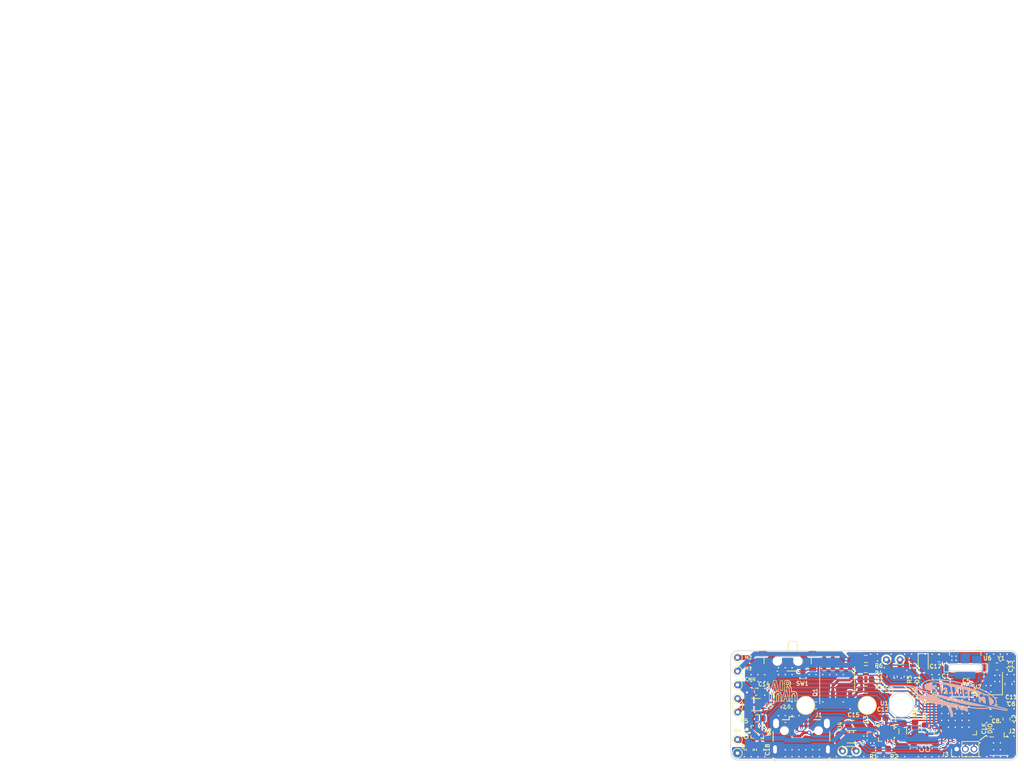
<source format=kicad_pcb>
(kicad_pcb (version 20211014) (generator pcbnew)
  (title_block (title "AIRMAN") (date "2023-02-11") (rev "v2.0") (company "dossalab"))
  (layers (0 "F.Cu" signal) (31 "B.Cu" signal) (34 "B.Paste" user) (35 "F.Paste" user) (36 "B.SilkS" user "B.Silkscreen") (37 "F.SilkS" user "F.Silkscreen") (38 "B.Mask" user) (39 "F.Mask" user) (44 "Edge.Cuts" user))
  (net 0 "")
  (net 1 "GND")
  (net 2 "Net-(C6-Pad1)")
  (net 3 "Net-(D1-Pad2)")
  (net 4 "/STATUS_LED")
  (net 5 "/ROTOR2_OUT")
  (net 6 "/ROTOR1_OUT")
  (net 7 "/ROTOR1_PWM")
  (net 8 "/ROTOR2_PWM")
  (net 9 "VBUS")
  (net 19 "Net-(C5-Pad1)")
  (net 20 "Net-(C12-Pad1)")
  (net 21 "Net-(J1-Pad2)")
  (net 22 "Net-(J1-Pad3)")
  (net 24 "/~{PMIC_ERROR}")
  (net 25 "/~{PMIC_CHARGE}")
  (net 26 "VDD_SYS_3V0")
  (net 27 "/CHARGE_CURRENT")
  (net 28 "/NTC_DUMMY")
  (net 29 "Net-(C7-Pad1)")
  (net 30 "/ANT_UNMATCHED")
  (net 31 "Net-(C13-Pad1)")
  (net 32 "Net-(C11-Pad1)")
  (net 33 "/TAIL_OUT_A")
  (net 34 "/TAIL_OUT_B")
  (net 35 "/SWITCH_ACTION")
  (net 37 "/PMIC_SWITCH")
  (net 38 "/AUX_OUT_A")
  (net 39 "/AUX_OUT_B")
  (net 40 "/TAIL_IN1")
  (net 41 "/TAIL_IN2")
  (net 42 "/AUX_IN1")
  (net 43 "/AUX_IN2")
  (net 44 "/SWCLK")
  (net 45 "/SWDIO")
  (net 46 "/NFC_2")
  (net 47 "/NFC_1")
  (net 48 "/ANT_MATCHED")
  (net 49 "Net-(Q1-Pad2)")
  (net 50 "Net-(Q1-Pad4)")
  (net 51 "/PMIC_VSYS")
  (net 52 "/I2C_SCL")
  (net 53 "/I2C_SDA")
  (net 57 "VBAT")
  (net 58 "/BMON_INT")
  (net 59 "/BMON_DEC")
  (net 60 "/BMON_NTC_DUMMY")
  (net 61 "VDD_BATT_RAW")
  (net 64 "/GYRO_VREF")
  (net 65 "/GYRO_OUT")
  (net 66 "/GYRO_PWR")
  (footprint "Capacitor_SMD:C_0603_1608Metric" (layer "F.Cu") (at 109.8 109.5 -90)
    (fp_text reference "C16")
    (fp_text value "1uF")
  )
  (footprint "Button_Switch_SMD:SW_SPDT_PCM12" (layer "F.Cu") (at 115.35 96.85 180)
    (fp_text reference "SW1")
    (fp_text value "AUX Switch")
  )
  (footprint "Resistor_SMD:R_0603_1608Metric" (layer "F.Cu") (at 126.8 97.7 180)
    (fp_text reference "R4")
    (fp_text value "22R")
  )
  (footprint "Capacitor_SMD:C_0603_1608Metric" (layer "F.Cu") (at 127.5 107.1 -90)
    (fp_text reference "C3")
    (fp_text value "2.2uF")
  )
  (footprint "Package_SO:SOIC-8_3.9x4.9mm_P1.27mm" (layer "F.Cu") (at 122.6 99.3 90)
    (fp_text reference "Q1")
    (fp_text value "FDS9926A")
  )
  (footprint "TestPoint:TestPoint_THTPad_D1.0mm_Drill0.5mm" (layer "F.Cu") (at 125.4 109.7 90)
    (fp_text reference "TP9" hide)
    (fp_text value "AUXB")
  )
  (footprint "Capacitor_SMD:C_0603_1608Metric" (layer "F.Cu") (at 130.4 98.8 -90)
    (fp_text reference "C9")
    (fp_text value "TBD")
  )
  (footprint "Holes:MountingHole_1.6mm" (layer "F.Cu") (at 127 103)
    (fp_text reference "H2" hide)
    (fp_text value "MountingHole")
  )
  (footprint "TestPoint:TestPoint_THTPad_D1.0mm_Drill0.5mm" (layer "F.Cu") (at 108 110 90)
    (fp_text reference "TP11" hide)
    (fp_text value "GND")
  )
  (footprint "Capacitor_SMD:C_0603_1608Metric" (layer "F.Cu") (at 145.1 104.1)
    (fp_text reference "C8")
    (fp_text value "0.8pF")
  )
  (footprint "TestPoint:TestPoint_THTPad_D1.0mm_Drill0.5mm" (layer "F.Cu") (at 108.025 102)
    (fp_text reference "TP6" hide)
    (fp_text value "TA")
  )
  (footprint "Resistor_SMD:R_0603_1608Metric" (layer "F.Cu") (at 126.8 99.2 180)
    (fp_text reference "R7")
    (fp_text value "22R")
  )
  (footprint "Capacitor_SMD:C_0603_1608Metric" (layer "F.Cu") (at 137 109.3 -90)
    (fp_text reference "C2")
    (fp_text value "100n")
  )
  (footprint "Capacitor_SMD:C_0603_1608Metric" (layer "F.Cu") (at 111.3 109.5 -90)
    (fp_text reference "C18")
    (fp_text value "2.2uF")
  )
  (footprint "Package_DFN_QFN:QFN-48-1EP_6x6mm_P0.4mm_EP4.6x4.6mm" (layer "F.Cu") (at 139.9 104.2)
    (fp_text reference "U2")
    (fp_text value "nRF52832-QFxx")
  )
  (footprint "Capacitor_SMD:C_0603_1608Metric" (layer "F.Cu") (at 131.9 98.8 -90)
    (fp_text reference "C10")
    (fp_text value "TBD")
  )
  (footprint "Package_TO_SOT_SMD:SOT-563" (layer "F.Cu") (at 124.7 107.6 180)
    (fp_text reference "U4")
    (fp_text value "DRV821x")
  )
  (footprint "TestPoint:TestPoint_THTPad_D1.0mm_Drill0.5mm" (layer "F.Cu") (at 108 100)
    (fp_text reference "TP3" hide)
    (fp_text value "VOUT")
  )
  (footprint "Capacitor_SMD:C_0603_1608Metric" (layer "F.Cu") (at 133.8 109.3 -90)
    (fp_text reference "C4")
    (fp_text value "10uF")
  )
  (footprint "Capacitor_SMD:C_0603_1608Metric" (layer "F.Cu") (at 128.9 104.8 180)
    (fp_text reference "C12")
    (fp_text value "10uF")
  )
  (footprint "TestPoint:TestPoint_THTPad_D1.0mm_Drill0.5mm" (layer "F.Cu") (at 129.8 96.3)
    (fp_text reference "TP1" hide)
    (fp_text value "NFC1")
  )
  (footprint "Capacitor_SMD:C_0603_1608Metric" (layer "F.Cu") (at 135.5 100 90)
    (fp_text reference "C7")
    (fp_text value "100n")
  )
  (footprint "Resistor_SMD:R_0603_1608Metric" (layer "F.Cu") (at 126.8 100.7)
    (fp_text reference "R10")
    (fp_text value "1M")
  )
  (footprint "Connector_PinHeader_1.27mm:PinHeader_1x03_P1.27mm_Vertical" (layer "F.Cu") (at 140.1 109.4 90)
    (fp_text reference "J3")
    (fp_text value "SWD")
  )
  (footprint "TestPoint:TestPoint_THTPad_D1.0mm_Drill0.5mm" (layer "F.Cu") (at 123.4 109.7 90)
    (fp_text reference "TP8" hide)
    (fp_text value "AUXA")
  )
  (footprint "TestPoint:TestPoint_THTPad_D1.0mm_Drill0.5mm" (layer "F.Cu") (at 108 98)
    (fp_text reference "TP5" hide)
    (fp_text value "R2")
  )
  (footprint "ENC-03_PCB:ENC-03 PCB" (layer "F.Cu") (at 138.345 97)
    (fp_text reference "U6")
    (fp_text value "ENC-03 PCB")
    (fp_line (start 1.1 1) (end 4.9 1) (layer "Edge.Cuts") (width 0.12))
    (fp_line (start 1.1 0) (end 4.9 0) (layer "Edge.Cuts") (width 0.12))
    (fp_arc (start 1.1 1) (mid 0.6 0.5) (end 1.1 0) (layer "Edge.Cuts") (width 0.12))
    (fp_arc (start 4.9 0) (mid 5.4 0.5) (end 4.9 1) (layer "Edge.Cuts") (width 0.12))
  )
  (footprint "Capacitor_SMD:C_0603_1608Metric" (layer "F.Cu") (at 147.7 99.9 90)
    (fp_text reference "C11")
    (fp_text value "12pF")
  )
  (footprint "Capacitor_SMD:C_0603_1608Metric" (layer "F.Cu") (at 137.1 99.1 90)
    (fp_text reference "C1")
    (fp_text value "100n")
  )
  (footprint "Inductor_SMD:L_0805_2012Metric" (layer "F.Cu") (at 132.2 106.8 -90)
    (fp_text reference "L1")
    (fp_text value "2.2uH")
  )
  (footprint "Capacitor_SMD:C_0603_1608Metric" (layer "F.Cu") (at 137.5 96.1 180)
    (fp_text reference "C17")
    (fp_text value "4.7uf")
  )
  (footprint "Nordic_WLCSP-25:Nordic_WLCSP-25_5x5_2.075x2.075mm" (layer "F.Cu") (at 129.8 107.1)
    (fp_text reference "U1")
    (fp_text value "nPM1100")
  )
  (footprint "Resistor_SMD:R_0603_1608Metric" (layer "F.Cu") (at 127.9 109.4)
    (fp_text reference "R1")
    (fp_text value "10K")
  )
  (footprint "Connector_USB:USB_Micro-B_Wuerth_629105150521" (layer "F.Cu") (at 117.37 107.5)
    (fp_text reference "J1")
    (fp_text value "USB_B_Micro")
  )
  (footprint "Package_TO_SOT_SMD:SOT-563" (layer "F.Cu") (at 110.725 102.9 180)
    (fp_text reference "U3")
    (fp_text value "DRV821x")
  )
  (footprint "Capacitor_SMD:C_0603_1608Metric" (layer "F.Cu") (at 110.725 101)
    (fp_text reference "C14")
    (fp_text value "100n")
  )
  (footprint "Capacitor_SMD:C_0603_1608Metric" (layer "F.Cu") (at 125 105.7)
    (fp_text reference "C15")
    (fp_text value "100n")
  )
  (footprint "Connector_Coaxial:U.FL_Hirose_U.FL-R-SMT-1_Vertical" (layer "F.Cu") (at 146.3 108.5 -90)
    (fp_text reference "J2")
    (fp_text value "IPX")
  )
  (footprint "Inductor_SMD:L_0603_1608Metric" (layer "F.Cu") (at 147.4 105 90)
    (fp_text reference "L2")
    (fp_text value "3.9nH")
  )
  (footprint "TI_WLCSP-9:BGA-9_3x3_1.6x1.6mm" (layer "F.Cu") (at 110.9 106.9 -90)
    (fp_text reference "U5")
    (fp_text value "BQ27427")
  )
  (footprint "Holes:MountingHole_1.6mm" (layer "F.Cu") (at 118 103)
    (fp_text reference "H1" hide)
    (fp_text value "MountingHole")
  )
  (footprint "LED_SMD:LED_0603_1608Metric" (layer "F.Cu") (at 135.2 96.9 -90)
    (fp_text reference "D1")
    (fp_text value "LED")
  )
  (footprint "Capacitor_SMD:C_0603_1608Metric" (layer "F.Cu") (at 145.9 102.4)
    (fp_text reference "C6")
    (fp_text value "100pf")
  )
  (footprint "Resistor_SMD:R_0603_1608Metric" (layer "F.Cu") (at 133.7 97.2 90)
    (fp_text reference "R3")
    (fp_text value "220")
  )
  (footprint "Crystal:Crystal_SMD_2520-4Pin_2.5x2.0mm" (layer "F.Cu") (at 145.4 99.8 90)
    (fp_text reference "Y1")
    (fp_text value "32Mhz")
  )
  (footprint "Capacitor_SMD:C_0603_1608Metric" (layer "F.Cu") (at 139.4 99.6)
    (fp_text reference "C5")
    (fp_text value "1uF")
  )
  (footprint "Resistor_SMD:R_0603_1608Metric" (layer "F.Cu") (at 135.5 106.7 90)
    (fp_text reference "R9")
    (fp_text value "10K")
  )
  (footprint "TestPoint:TestPoint_THTPad_D1.0mm_Drill0.5mm" (layer "F.Cu") (at 108 108)
    (fp_text reference "TP10" hide)
    (fp_text value "B+")
  )
  (footprint "Resistor_SMD:R_0603_1608Metric" (layer "F.Cu") (at 110.9 104.9 180)
    (fp_text reference "R5")
    (fp_text value "10K")
  )
  (footprint "Resistor_SMD:R_0603_1608Metric" (layer "F.Cu") (at 130.9 109.4)
    (fp_text reference "R2")
    (fp_text value "4.7k")
  )
  (footprint "Resistor_SMD:R_0603_1608Metric" (layer "F.Cu") (at 134 106.3 90)
    (fp_text reference "R8")
    (fp_text value "10K")
  )
  (footprint "Resistor_SMD:R_0603_1608Metric" (layer "F.Cu") (at 126.8 96.2)
    (fp_text reference "R6")
    (fp_text value "1M")
  )
  (footprint "TestPoint:TestPoint_THTPad_D1.0mm_Drill0.5mm" (layer "F.Cu") (at 131.8 96.3)
    (fp_text reference "TP2" hide)
    (fp_text value "NFC2")
  )
  (footprint "Capacitor_SMD:C_0603_1608Metric" (layer "F.Cu") (at 146 97.3)
    (fp_text reference "C13")
    (fp_text value "12pF")
  )
  (footprint "TestPoint:TestPoint_THTPad_D1.0mm_Drill0.5mm" (layer "F.Cu") (at 108 96)
    (fp_text reference "TP4" hide)
    (fp_text value "R1")
  )
  (footprint "TestPoint:TestPoint_THTPad_D1.0mm_Drill0.5mm" (layer "F.Cu") (at 108.025 104)
    (fp_text reference "TP7" hide)
    (fp_text value "TB")
  )
  (gr_poly (pts (xy 140.51205 101.153725) (xy 140.511627 101.153762) (xy 140.5112 101.15383) (xy 140.510768 101.153927) (xy 140.510333 101.154055) (xy 140.509894 101.154213) (xy 140.509451 101.154402) (xy 140.509005 101.154621) (xy 140.508556 101.15487) (xy 140.508103 101.15515) (xy 140.507648 101.155461) (xy 140.507191 101.155802) (xy 140.506731 101.156174) (xy 140.506268 101.156576) (xy 140.505804 101.157009) (xy 140.505338 101.157473) (xy 140.50487 101.157967) (xy 140.5044 101.158492) (xy 140.503457 101.159635) (xy 140.502511 101.160901) (xy 140.501562 101.162291) (xy 140.500613 101.163805) (xy 140.499665 101.165443) (xy 140.498718 101.167206) (xy 140.212611 101.813057) (xy 140.576465 101.900339) (xy 140.560442 101.684738) (xy 140.546265 101.469309) (xy 140.533739 101.28712) (xy 140.528035 101.218823) (xy 140.522671 101.171236) (xy 140.522354 101.169261) (xy 140.521994 101.167403) (xy 140.521592 101.165662) (xy 140.521151 101.164038) (xy 140.520671 101.162532) (xy 140.520155 101.161144) (xy 140.519603 101.159874) (xy 140.519017 101.158722) (xy 140.518399 101.157689) (xy 140.51775 101.156775) (xy 140.517071 101.155979) (xy 140.516365 101.155303) (xy 140.515632 101.154747) (xy 140.514875 101.15431) (xy 140.514094 101.153993) (xy 140.513291 101.153797) (xy 140.513291 101.153796) (xy 140.512882 101.153742) (xy 140.512468 101.153719)) (layer "B.SilkS") (width 0) (fill solid))
  (gr_poly (pts (xy 137.057666 99.175037) (xy 136.924506 99.177081) (xy 136.857947 99.17907) (xy 136.791406 99.181815) (xy 136.598026 99.194768) (xy 136.403174 99.211357) (xy 136.305694 99.221891) (xy 136.208446 99.234384) (xy 136.111629 99.249187) (xy 136.015442 99.266649) (xy 135.920085 99.287121) (xy 135.825758 99.310953) (xy 135.732661 99.338494) (xy 135.640993 99.370095) (xy 135.550954 99.406105) (xy 135.462744 99.446876) (xy 135.376562 99.492756) (xy 135.292608 99.544096) (xy 135.266422 99.559757) (xy 135.241143 99.576372) (xy 135.193344 99.61233) (xy 135.149286 99.651695) (xy 135.109041 99.694193) (xy 135.072684 99.739549) (xy 135.040289 99.78749) (xy 135.01193 99.837741) (xy 134.987679 99.890027) (xy 134.967612 99.944075) (xy 134.951801 99.999611) (xy 134.94032 100.056359) (xy 134.933244 100.114046) (xy 134.930647 100.172397) (xy 134.932601 100.231139) (xy 134.93918 100.289996) (xy 134.95046 100.348695) (xy 134.95101 100.351741) (xy 134.951354 100.354749) (xy 134.951499 100.357712) (xy 134.951451 100.360626) (xy 134.951217 100.363486) (xy 134.950801 100.366287) (xy 134.950212 100.369025) (xy 134.949454 100.371694) (xy 134.948535 100.374289) (xy 134.94746 100.376806) (xy 134.946235 100.37924) (xy 134.944868 100.381586) (xy 134.943364 100.383839) (xy 134.941729 100.385994) (xy 134.93997 100.388047) (xy 134.938092 100.389992) (xy 134.936103 100.391824) (xy 134.934008 100.39354) (xy 134.931814 100.395133) (xy 134.929526 100.396599) (xy 134.927152 100.397933) (xy 134.924697 100.399131) (xy 134.922168 100.400187) (xy 134.91957 100.401097) (xy 134.916911 100.401855) (xy 134.914196 100.402457) (xy 134.911432 100.402898) (xy 134.908624 100.403173) (xy 134.905779 100.403277) (xy 134.902904 100.403206) (xy 134.900004 100.402954) (xy 134.897087 100.402516) (xy 134.501659 100.319008) (xy 134.08045 100.234485) (xy 133.268286 100.072424) (xy 133.256704 100.070177) (xy 133.245343 100.068263) (xy 133.234209 100.066681) (xy 133.223307 100.065432) (xy 133.212643 100.064516) (xy 133.202221 100.063933) (xy 133.192047 100.063682) (xy 133.182127 100.063764) (xy 133.172466 100.064179) (xy 133.163069 100.064926) (xy 133.153942 100.066006) (xy 133.14509 100.067419) (xy 133.136518 100.069165) (xy 133.128232 100.071243) (xy 133.120237 100.073654) (xy 133.112539 100.076397) (xy 133.105143 100.079473) (xy 133.098054 100.082882) (xy 133.091278 100.086624) (xy 133.08482 100.090698) (xy 133.078686 100.095105) (xy 133.07288 100.099845) (xy 133.067409 100.104917) (xy 133.062277 100.110322) (xy 133.057491 100.11606) (xy 133.053054 100.12213) (xy 133.048974 100.128533) (xy 133.045255 100.135269) (xy 133.041903 100.142337) (xy 133.038922 100.149738) (xy 133.036319 100.157471) (xy 133.034098 100.165538) (xy 133.03071 100.181527) (xy 133.029461 100.189423) (xy 133.028517 100.197243) (xy 133.027885 100.204983) (xy 133.027572 100.212635) (xy 133.027584 100.220194) (xy 133.027928 100.227654) (xy 133.02861 100.235007) (xy 133.029638 100.242248) (xy 133.031017 100.249371) (xy 133.032755 100.25637) (xy 133.034857 100.263237) (xy 133.037331 100.269968) (xy 133.040184 100.276555) (xy 133.043421 100.282993) (xy 133.04705 100.289275) (xy 133.051076 100.295395) (xy 133.055508 100.301347) (xy 133.060351 100.307124) (xy 133.065612 100.312721) (xy 133.071297 100.318131) (xy 133.077414 100.323347) (xy 133.083968 100.328365) (xy 133.090967 100.333176) (xy 133.098417 100.337776) (xy 133.106325 100.342158) (xy 133.114697 100.346316) (xy 133.12354 100.350243) (xy 133.132861 100.353933) (xy 133.142666 100.35738) (xy 133.152961 100.360578) (xy 133.954243 100.606236) (xy 134.627267 100.819779) (xy 135.286955 101.038961) (xy 135.312972 101.048476) (xy 135.33841 101.058849) (xy 135.3633 101.070032) (xy 135.387676 101.081982) (xy 135.411571 101.094652) (xy 135.435019 101.107997) (xy 135.458052 101.121972) (xy 135.480703 101.136531) (xy 135.503006 101.151629) (xy 135.524993 101.167221) (xy 135.546698 101.183261) (xy 135.568154 101.199703) (xy 135.61045 101.233615) (xy 135.652147 101.268592) (xy 135.669033 101.282949) (xy 135.688947 101.300559) (xy 135.69926 101.310281) (xy 135.709398 101.320452) (xy 135.719047 101.330951) (xy 135.727898 101.341657) (xy 135.731926 101.34705) (xy 135.735638 101.352449) (xy 135.738995 101.357839) (xy 135.741957 101.363205) (xy 135.744487 101.368531) (xy 135.746544 101.373803) (xy 135.748091 101.379006) (xy 135.749088 101.384124) (xy 135.749496 101.389141) (xy 135.749277 101.394044) (xy 135.748392 101.398817) (xy 135.746801 101.403444) (xy 135.744465 101.40791) (xy 135.741347 101.412201) (xy 135.737407 101.416301) (xy 135.732606 101.420195) (xy 135.722282 101.428075) (xy 135.712429 101.436443) (xy 135.703051 101.445255) (xy 135.694151 101.454466) (xy 135.685734 101.464031) (xy 135.677803 101.473907) (xy 135.670362 101.484047) (xy 135.663414 101.494408) (xy 135.656964 101.504944) (xy 135.651014 101.515612) (xy 135.64557 101.526366) (xy 135.640634 101.537161) (xy 135.63621 101.547954) (xy 135.632303 101.5587) (xy 135.628915 101.569353) (xy 135.62605 101.579869) (xy 135.622885 101.591465) (xy 135.621243 101.596661) (xy 135.619554 101.601475) (xy 135.617812 101.60592) (xy 135.61601 101.61001) (xy 135.614142 101.613759) (xy 135.612202 101.61718) (xy 135.610184 101.620288) (xy 135.608082 101.623096) (xy 135.605889 101.625617) (xy 135.6036 101.627866) (xy 135.601209 101.629856) (xy 135.598708 101.631602) (xy 135.596093 101.633115) (xy 135.593356 101.634412) (xy 135.590492 101.635504) (xy 135.587495 101.636407) (xy 135.584358 101.637133) (xy 135.581076 101.637697) (xy 135.57405 101.638392) (xy 135.566367 101.638602) (xy 135.557979 101.638437) (xy 135.548837 101.638006) (xy 135.528091 101.636789) (xy 135.517453 101.635896) (xy 135.507032 101.634417) (xy 135.496815 101.63238) (xy 135.486787 101.629815) (xy 135.476934 101.62675) (xy 135.467241 101.623213) (xy 135.457696 101.619234) (xy 135.448283 101.614841) (xy 135.429797 101.604929) (xy 135.411671 101.593706) (xy 135.393791 101.581404) (xy 135.376043 101.568251) (xy 135.304104 101.511736) (xy 135.285315 101.497782) (xy 135.265977 101.484357) (xy 135.245977 101.471691) (xy 135.2252 101.460015) (xy 135.215218 101.455158) (xy 135.20546 101.451139) (xy 135.195916 101.447916) (xy 135.186573 101.445449) (xy 135.177419 101.443697) (xy 135.168442 101.442618) (xy 135.159631 101.442173) (xy 135.150973 101.44232) (xy 135.142457 101.443018) (xy 135.13407 101.444226) (xy 135.125801 101.445904) (xy 135.117638 101.448011) (xy 135.109568 101.450505) (xy 135.101581 101.453346) (xy 135.085803 101.459905) (xy 135.070211 101.467361) (xy 135.054707 101.475387) (xy 135.023585 101.491838) (xy 135.007776 101.49961) (xy 134.991674 101.506642) (xy 134.983484 101.50978) (xy 134.975185 101.512609) (xy 134.966765 101.515091) (xy 134.958212 101.517183) (xy 134.953649 101.517992) (xy 134.949092 101.518436) (xy 134.94454 101.51853) (xy 134.939993 101.51829) (xy 134.935452 101.517734) (xy 134.930917 101.516877) (xy 134.926388 101.515735) (xy 134.921864 101.514325) (xy 134.917347 101.512663) (xy 134.912836 101.510765) (xy 134.903835 101.506326) (xy 134.894861 101.501139) (xy 134.885915 101.495333) (xy 134.815545 101.442203) (xy 134.801127 101.43275) (xy 134.786254 101.423523) (xy 134.770958 101.414559) (xy 134.755272 101.405897) (xy 134.739226 101.397576) (xy 134.722854 101.389635) (xy 134.706186 101.382112) (xy 134.689255 101.375046) (xy 134.672093 101.368475) (xy 134.654731 101.362439) (xy 134.637201 101.356975) (xy 134.619535 101.352123) (xy 134.601765 101.347922) (xy 134.583923 101.344409) (xy 134.56604 101.341624) (xy 134.548149 101.339605) (xy 134.538523 101.338911) (xy 134.528798 101.338567) (xy 134.518992 101.338575) (xy 134.509128 101.338936) (xy 134.499225 101.339654) (xy 134.489304 101.340729) (xy 134.479385 101.342163) (xy 134.469489 101.34396) (xy 134.459636 101.34612) (xy 134.449846 101.348645) (xy 134.440139 101.351538) (xy 134.430537 101.3548) (xy 134.42106 101.358434) (xy 134.411727 101.362442) (xy 134.40256 101.366824) (xy 134.393578 101.371584) (xy 134.384803 101.376723) (xy 134.376254 101.382243) (xy 134.367952 101.388147) (xy 134.359917 101.394435) (xy 134.35217 101.401111) (xy 134.344731 101.408175) (xy 134.337621 101.415631) (xy 134.330859 101.423479) (xy 134.324467 101.431723) (xy 134.318464 101.440363) (xy 134.312872 101.449402) (xy 134.30771 101.458841) (xy 134.302999 101.468684) (xy 134.298759 101.478931) (xy 134.29501 101.489584) (xy 134.291774 101.500647) (xy 134.289058 101.512591) (xy 134.286956 101.524197) (xy 134.285452 101.535468) (xy 134.284527 101.546406) (xy 134.284167 101.557012) (xy 134.284352 101.567291) (xy 134.285068 101.577243) (xy 134.286297 101.586873) (xy 134.288022 101.596181) (xy 134.290226 101.605171) (xy 134.292892 101.613845) (xy 134.296005 101.622205) (xy 134.299546 101.630254) (xy 134.303499 101.637995) (xy 134.307847 101.64543) (xy 134.312573 101.65256) (xy 134.317661 101.65939) (xy 134.323093 101.665921) (xy 134.328853 101.672155) (xy 134.334924 101.678096) (xy 134.34129 101.683745) (xy 134.347932 101.689105) (xy 134.354835 101.694179) (xy 134.361981 101.698969) (xy 134.369354 101.703477) (xy 134.376937 101.707706) (xy 134.392665 101.715336) (xy 134.409031 101.72188) (xy 134.425899 101.727356) (xy 134.437212 101.730288) (xy 134.448376 101.732477) (xy 134.459381 101.733919) (xy 134.470219 101.734606) (xy 134.480882 101.734533) (xy 134.486145 101.734208) (xy 134.49136 101.733692) (xy 134.496528 101.732982) (xy 134.501646 101.732077) (xy 134.506713 101.730978) (xy 134.511729 101.729683) (xy 134.516692 101.728191) (xy 134.521602 101.726502) (xy 134.526457 101.724615) (xy 134.531256 101.722529) (xy 134.535998 101.720243) (xy 134.540682 101.717756) (xy 134.545307 101.715068) (xy 134.549872 101.712178) (xy 134.554375 101.709085) (xy 134.558816 101.705789) (xy 134.563194 101.702287) (xy 134.567506 101.698581) (xy 134.571754 101.694668) (xy 134.575934 101.690549) (xy 134.584091 101.681685) (xy 134.587948 101.678162) (xy 134.592383 101.675759) (xy 134.597333 101.674416) (xy 134.602736 101.674068) (xy 134.608526 101.674653) (xy 134.614641 101.676108) (xy 134.621018 101.67837) (xy 134.627593 101.681376) (xy 134.634303 101.685063) (xy 134.641084 101.68937) (xy 134.647872 101.694231) (xy 134.654606 101.699586) (xy 134.66122 101.70537) (xy 134.667652 101.711521) (xy 134.673839 101.717977) (xy 134.679716 101.724674) (xy 134.685221 101.731549) (xy 134.69029 101.738539) (xy 134.69486 101.745583) (xy 134.698867 101.752616) (xy 134.702248 101.759576) (xy 134.704939 101.7664) (xy 134.706878 101.773026) (xy 134.708 101.77939) (xy 134.708243 101.785429) (xy 134.707542 101.791081) (xy 134.705835 101.796282) (xy 134.703059 101.800971) (xy 134.699149 101.805083) (xy 134.694042 101.808557) (xy 134.687675 101.811329) (xy 134.679985 101.813336) (xy 134.638713 101.821452) (xy 134.618199 101.825841) (xy 134.59789 101.8306) (xy 134.577877 101.835844) (xy 134.558251 101.841685) (xy 134.548612 101.844865) (xy 134.539104 101.848237) (xy 134.529739 101.851815) (xy 134.520528 101.855613) (xy 134.499627 101.864782) (xy 134.488513 101.870001) (xy 134.477176 101.875719) (xy 134.46578 101.881993) (xy 134.454492 101.88888) (xy 134.443475 101.896435) (xy 134.432895 101.904717) (xy 134.42782 101.909147) (xy 134.422915 101.91378) (xy 134.418203 101.918623) (xy 134.413702 101.923683) (xy 134.409434 101.928967) (xy 134.405419 101.934483) (xy 134.401678 101.940236) (xy 134.398232 101.946234) (xy 134.395101 101.952485) (xy 134.392305 101.958995) (xy 134.389866 101.965772) (xy 134.387803 101.972823) (xy 134.386138 101.980154) (xy 134.384891 101.987773) (xy 134.384083 101.995687) (xy 134.383734 102.003903) (xy 134.383807 102.019702) (xy 134.384546 102.034529) (xy 134.386047 102.048451) (xy 134.388407 102.061532) (xy 134.38994 102.067777) (xy 134.391724 102.073837) (xy 134.393772 102.079718) (xy 134.396094 102.08543) (xy 134.398705 102.090981) (xy 134.401615 102.096378) (xy 134.404837 102.101629) (xy 134.408383 102.106744) (xy 134.412265 102.111729) (xy 134.416495 102.116594) (xy 134.421085 102.121345) (xy 134.426048 102.125992) (xy 134.431396 102.130542) (xy 134.43714 102.135004) (xy 134.443293 102.139385) (xy 134.449866 102.143694) (xy 134.464325 102.152128) (xy 134.480613 102.16037) (xy 134.498826 102.168485) (xy 134.519063 102.176539) (xy 134.563774 102.193121) (xy 134.607212 102.20864) (xy 134.690938 102.237094) (xy 134.771585 102.263113) (xy 134.850493 102.287906) (xy 134.960645 102.322572) (xy 135.066744 102.354982) (xy 135.118908 102.369924) (xy 135.170821 102.383802) (xy 135.222736 102.39645) (xy 135.274906 102.407702) (xy 135.283239 102.409186) (xy 135.291195 102.410232) (xy 135.298776 102.410858) (xy 135.305986 102.411079) (xy 135.31283 102.410912) (xy 135.319309 102.410373) (xy 135.325427 102.409478) (xy 135.331189 102.408245) (xy 135.336596 102.406689) (xy 135.341653 102.404827) (xy 135.346363 102.402675) (xy 135.350729 102.40025) (xy 135.354755 102.397567) (xy 135.358444 102.394644) (xy 135.3618 102.391497) (xy 135.364825 102.388141) (xy 135.367523 102.384594) (xy 135.369898 102.380872) (xy 135.371953 102.376991) (xy 135.373692 102.372968) (xy 135.375117 102.368819) (xy 135.376232 102.36456) (xy 135.37704 102.360208) (xy 135.377546 102.355779) (xy 135.377752 102.35129) (xy 135.377661 102.346756) (xy 135.377277 102.342195) (xy 135.376604 102.337623) (xy 135.375645 102.333056) (xy 135.374402 102.32851) (xy 135.37288 102.324002) (xy 135.371083 102.319548) (xy 135.366581 102.309648) (xy 135.36191 102.300159) (xy 135.357036 102.291032) (xy 135.351922 102.282221) (xy 135.346534 102.273678) (xy 135.340837 102.265354) (xy 135.334796 102.257201) (xy 135.328375 102.249173) (xy 135.321539 102.241221) (xy 135.314253 102.233297) (xy 135.306482 102.225353) (xy 135.29819 102.217343) (xy 135.289343 102.209217) (xy 135.279906 102.200928) (xy 135.269842 102.192429) (xy 135.259118 102.183671) (xy 135.251269 102.177756) (xy 135.242165 102.171538) (xy 135.23202 102.165052) (xy 135.22105 102.158336) (xy 135.173219 102.129891) (xy 135.161349 102.122566) (xy 135.149945 102.115229) (xy 135.139222 102.107916) (xy 135.129394 102.100662) (xy 135.120678 102.093505) (xy 135.113287 102.08648) (xy 135.110157 102.083029) (xy 135.107438 102.079625) (xy 135.105159 102.076272) (xy 135.103346 102.072975) (xy 135.102368 102.070824) (xy 135.101517 102.068695) (xy 135.100792 102.066583) (xy 135.100196 102.064485) (xy 135.099729 102.062398) (xy 135.099391 102.060317) (xy 135.099185 102.05824) (xy 135.099111 102.056162) (xy 135.09917 102.054081) (xy 135.099363 102.051992) (xy 135.099692 102.049892) (xy 135.100156 102.047778) (xy 135.100758 102.045646) (xy 135.101499 102.043493) (xy 135.102378 102.041314) (xy 135.103398 102.039106) (xy 135.104559 102.036867) (xy 135.105863 102.034591) (xy 135.108902 102.029919) (xy 135.112522 102.025061) (xy 135.116733 102.019989) (xy 135.121542 102.014674) (xy 135.126958 102.009088) (xy 135.132988 102.003203) (xy 135.139642 101.996991) (xy 135.146073 101.991411) (xy 135.152683 101.986302) (xy 135.159463 101.981672) (xy 135.166404 101.977533) (xy 135.1735 101.973894) (xy 135.180742 101.970767) (xy 135.188123 101.968161) (xy 135.195633 101.966087) (xy 135.203266 101.964556) (xy 135.211013 101.963578) (xy 135.218867 101.963163) (xy 135.226819 101.963322) (xy 135.234861 101.964065) (xy 135.242987 101.965403) (xy 135.251186 101.967346) (xy 135.259452 101.969905) (xy 135.286902 101.980262) (xy 135.312958 101.991824) (xy 135.33771 102.00456) (xy 135.361243 102.018441) (xy 135.383645 102.033438) (xy 135.405005 102.049521) (xy 135.425409 102.06666) (xy 135.444945 102.084827) (xy 135.4637 102.103992) (xy 135.481762 102.124125) (xy 135.499218 102.145196) (xy 135.516156 102.167177) (xy 135.532663 102.190038) (xy 135.548827 102.213749) (xy 135.564735 102.23828) (xy 135.580475 102.263604) (xy 135.59494 102.28315) (xy 135.608153 102.303529) (xy 135.62036 102.324574) (xy 135.63181 102.346115) (xy 135.675018 102.433887) (xy 135.686413 102.45539) (xy 135.698543 102.47638) (xy 135.711655 102.49669) (xy 135.725999 102.516151) (xy 135.73371 102.52551) (xy 135.741822 102.534595) (xy 135.750366 102.543382) (xy 135.759373 102.551853) (xy 135.768874 102.559985) (xy 135.7789 102.567758) (xy 135.789483 102.57515) (xy 135.800653 102.582141) (xy 135.809026 102.586798) (xy 135.817415 102.590888) (xy 135.825807 102.594422) (xy 135.834192 102.597412) (xy 135.842559 102.599869) (xy 135.850898 102.601803) (xy 135.859197 102.603227) (xy 135.867446 102.60415) (xy 135.875635 102.604585) (xy 135.883751 102.604542) (xy 135.891785 102.604033) (xy 135.899726 102.603069) (xy 135.907562 102.60166) (xy 135.915284 102.599818) (xy 135.922881 102.597555) (xy 135.930341 102.59488) (xy 135.937654 102.591807) (xy 135.944809 102.588344) (xy 135.951795 102.584505) (xy 135.958602 102.580299) (xy 135.965219 102.575738) (xy 135.971634 102.570834) (xy 135.977838 102.565596) (xy 135.98382 102.560037) (xy 135.989568 102.554168) (xy 135.995072 102.548) (xy 136.000321 102.541543) (xy 136.005305 102.534809) (xy 136.010012 102.52781) (xy 136.014432 102.520556) (xy 136.018555 102.513058) (xy 136.022368 102.505328) (xy 136.025392 102.5018) (xy 136.028589 102.498846) (xy 136.031951 102.496444) (xy 136.035472 102.494569) (xy 136.039144 102.493197) (xy 136.042958 102.492304) (xy 136.046907 102.491866) (xy 136.050983 102.491859) (xy 136.055179 102.492259) (xy 136.059488 102.493042) (xy 136.0639 102.494184) (xy 136.068409 102.495662) (xy 136.073008 102.49745) (xy 136.077688 102.499526) (xy 136.087261 102.504443) (xy 136.097067 102.510221) (xy 136.107046 102.516667) (xy 136.127274 102.5308) (xy 136.147454 102.545305) (xy 136.157372 102.552218) (xy 136.167095 102.558648) (xy 136.27728 102.630731) (xy 136.306575 102.648828) (xy 136.336393 102.666073) (xy 136.366647 102.682025) (xy 136.397249 102.696242) (xy 136.428111 102.708283) (xy 136.443612 102.71335) (xy 136.459145 102.717708) (xy 136.4747 102.721301) (xy 136.490264 102.724074) (xy 136.505828 102.725972) (xy 136.521379 102.72694) (xy 136.536908 102.726923) (xy 136.552403 102.725866) (xy 136.567853 102.723713) (xy 136.583248 102.72041) (xy 136.598575 102.7159) (xy 136.613825 102.71013) (xy 136.628986 102.703044) (xy 136.644048 102.694586) (xy 136.651001 102.690726) (xy 136.658086 102.687531) (xy 136.66529 102.684974) (xy 136.672602 102.683025) (xy 136.68001 102.681658) (xy 136.687501 102.680843) (xy 136.695065 102.680552) (xy 136.70269 102.680756) (xy 136.710363 102.681429) (xy 136.718073 102.68254) (xy 136.725808 102.684063) (xy 136.733557 102.685968) (xy 136.741307 102.688227) (xy 136.749048 102.690813) (xy 136.76445 102.696848) (xy 136.779671 102.703849) (xy 136.794615 102.711588) (xy 136.809189 102.719838) (xy 136.823298 102.728375) (xy 136.873202 102.760848) (xy 136.9869 102.834537) (xy 137.013132 102.85094) (xy 137.038464 102.866223) (xy 137.062884 102.880231) (xy 137.086383 102.892807) (xy 137.108948 102.903795) (xy 137.130568 102.91304) (xy 137.151232 102.920384) (xy 137.161203 102.923296) (xy 137.170929 102.925674) (xy 137.180412 102.927498) (xy 137.189648 102.928751) (xy 137.198637 102.929412) (xy 137.207377 102.929461) (xy 137.215867 102.928879) (xy 137.224105 102.927647) (xy 137.23209 102.925744) (xy 137.23982 102.923153) (xy 137.244322 102.921132) (xy 137.248513 102.918711) (xy 137.252426 102.915929) (xy 137.256094 102.912829) (xy 137.259549 102.909449) (xy 137.262823 102.905831) (xy 137.26896 102.898044) (xy 137.280496 102.881401) (xy 137.286416 102.873195) (xy 137.292783 102.865501) (xy 137.296216 102.861947) (xy 137.299857 102.858642) (xy 137.303741 102.855628) (xy 137.307899 102.852945) (xy 137.312364 102.850634) (xy 137.317168 102.848735) (xy 137.322343 102.847288) (xy 137.327923 102.846336) (xy 137.33394 102.845917) (xy 137.340426 102.846074) (xy 137.347413 102.846846) (xy 137.354935 102.848274) (xy 137.363023 102.850399) (xy 137.371711 102.853262) (xy 137.38103 102.856902) (xy 137.391013 102.861362) (xy 137.408682 102.869398) (xy 137.425278 102.876311) (xy 137.440842 102.882153) (xy 137.455414 102.886977) (xy 137.469036 102.890833) (xy 137.481749 102.893774) (xy 137.493592 102.89585) (xy 137.504608 102.897115) (xy 137.514836 102.897619) (xy 137.524319 102.897414) (xy 137.533096 102.896552) (xy 137.541209 102.895085) (xy 137.548698 102.893065) (xy 137.555605 102.890542) (xy 137.56197 102.88757) (xy 137.567834 102.884199) (xy 137.573238 102.880482) (xy 137.578223 102.876469) (xy 137.58283 102.872214) (xy 137.5871 102.867767) (xy 137.59479 102.858505) (xy 137.601622 102.849099) (xy 137.614017 102.831505) (xy 137.620234 102.824146) (xy 137.623491 102.821006) (xy 137.626901 102.818296) (xy 137.629642 102.816822) (xy 137.632703 102.816028) (xy 137.636072 102.815887) (xy 137.639739 102.816372) (xy 137.64369 102.817453) (xy 137.647914 102.819103) (xy 137.657136 102.823998) (xy 137.66731 102.830833) (xy 137.678342 102.839384) (xy 137.690137 102.849427) (xy 137.702603 102.860739) (xy 137.72917 102.886269) (xy 137.757289 102.914185) (xy 137.786209 102.942694) (xy 137.815179 102.970005) (xy 137.836727 102.989291) (xy 137.861694 103.010267) (xy 137.875391 103.020936) (xy 137.889861 103.031485) (xy 137.905077 103.041731) (xy 137.921011 103.051495) (xy 137.937636 103.060594) (xy 137.954926 103.068848) (xy 137.972852 103.076076) (xy 137.991387 103.082097) (xy 138.010505 103.086729) (xy 138.020274 103.088467) (xy 138.030178 103.089791) (xy 138.040215 103.090677) (xy 138.050379 103.091103) (xy 138.060669 103.091046) (xy 138.071081 103.090483) (xy 138.090075 103.088584) (xy 138.10764 103.086024) (xy 138.123839 103.082854) (xy 138.138736 103.079125) (xy 138.152392 103.074888) (xy 138.164872 103.070194) (xy 138.176236 103.065094) (xy 138.186549 103.059639) (xy 138.195873 103.053881) (xy 138.204271 103.04787) (xy 138.211805 103.041657) (xy 138.218539 103.035294) (xy 138.224535 103.028832) (xy 138.229856 103.022321) (xy 138.234566 103.015814) (xy 138.238725 103.00936) (xy 138.242398 103.003011) (xy 138.245648 102.996818) (xy 138.251126 102.985104) (xy 138.259761 102.965797) (xy 138.261802 102.962127) (xy 138.263922 102.959021) (xy 138.266183 102.956531) (xy 138.268648 102.954707) (xy 138.271381 102.953602) (xy 138.274443 102.953265) (xy 138.277898 102.953749) (xy 138.281808 102.955104) (xy 138.314159 102.970404) (xy 138.346479 102.987621) (xy 138.419768 103.028308) (xy 138.465109 103.052027) (xy 138.519161 103.078162) (xy 138.550137 103.092174) (xy 138.58411 103.106837) (xy 138.621355 103.122167) (xy 138.662143 103.138178) (xy 138.685818 103.148313) (xy 138.706754 103.159495) (xy 138.725236 103.171816) (xy 138.741551 103.18537) (xy 138.755987 103.200249) (xy 138.76883 103.216545) (xy 138.780366 103.234352) (xy 138.790883 103.253761) (xy 138.800667 103.274866) (xy 138.810005 103.297759) (xy 138.82849 103.34928) (xy 138.848632 103.409065) (xy 138.872725 103.477856) (xy 139.010204 103.850897) (xy 139.077209 104.028122) (xy 139.130969 104.164487) (xy 139.142272 104.194113) (xy 139.15203 104.223932) (xy 139.160435 104.253918) (xy 139.167678 104.284046) (xy 139.173954 104.314289) (xy 139.179454 104.344621) (xy 139.188899 104.405453) (xy 139.197554 104.466335) (xy 139.206959 104.527061) (xy 139.212425 104.557302) (xy 139.218656 104.587426) (xy 139.225846 104.617409) (xy 139.234186 104.647224) (xy 139.239923 104.659869) (xy 139.246641 104.671573) (xy 139.254272 104.682346) (xy 139.262745 104.692197) (xy 139.271991 104.701135) (xy 139.281941 104.709169) (xy 139.292525 104.716308) (xy 139.303673 104.722562) (xy 139.315316 104.72794) (xy 139.327385 104.732452) (xy 139.339809 104.736106) (xy 139.352519 104.738911) (xy 139.365446 104.740878) (xy 139.378519 104.742014) (xy 139.39167 104.74233) (xy 139.404829 104.741835) (xy 139.417927 104.740538) (xy 139.430893 104.738448) (xy 139.443658 104.735574) (xy 139.456152 104.731926) (xy 139.468307 104.727512) (xy 139.480052 104.722343) (xy 139.491318 104.716427) (xy 139.502036 104.709774) (xy 139.512135 104.702393) (xy 139.521546 104.694292) (xy 139.5302 104.685482) (xy 139.538027 104.675972) (xy 139.544958 104.66577) (xy 139.550922 104.654886) (xy 139.555851 104.64333) (xy 139.559674 104.63111) (xy 139.567492 104.5995) (xy 139.574092 104.569794) (xy 139.579533 104.541771) (xy 139.583877 104.515208) (xy 139.587184 104.489883) (xy 139.589514 104.465572) (xy 139.590927 104.442053) (xy 139.591485 104.419103) (xy 139.591246 104.3965) (xy 139.590272 104.374021) (xy 139.588624 104.351444) (xy 139.58636 104.328545) (xy 139.580231 104.280893) (xy 139.572367 104.229284) (xy 139.56515 104.178236) (xy 139.556564 104.128047) (xy 139.546693 104.078625) (xy 139.535618 104.029876) (xy 139.523423 103.981707) (xy 139.51019 103.934026) (xy 139.480942 103.839755) (xy 139.448534 103.746317) (xy 139.413629 103.65297) (xy 139.338971 103.463569) (xy 139.327839 103.436556) (xy 139.320722 103.419241) (xy 139.313456 103.401035) (xy 139.306705 103.38317) (xy 139.301133 103.366883) (xy 139.298996 103.359716) (xy 139.297404 103.353407) (xy 139.296438 103.348109) (xy 139.296182 103.343976) (xy 139.296415 103.341342) (xy 139.296902 103.339057) (xy 139.297633 103.3371) (xy 139.2986 103.335448) (xy 139.299793 103.33408) (xy 139.301203 103.332973) (xy 139.302821 103.332107) (xy 139.304637 103.331457) (xy 139.306643 103.331003) (xy 139.308828 103.330723) (xy 139.313702 103.330594) (xy 139.319185 103.330895) (xy 139.325203 103.33145) (xy 139.338546 103.332616) (xy 139.345724 103.332874) (xy 139.353141 103.332681) (xy 139.356915 103.332361) (xy 139.360722 103.331861) (xy 139.364551 103.331161) (xy 139.368394 103.330238) (xy 139.372241 103.32907) (xy 139.376082 103.327635) (xy 139.37991 103.325911) (xy 139.383714 103.323876) (xy 139.385518 103.322739) (xy 139.387268 103.321464) (xy 139.388965 103.320062) (xy 139.390611 103.318542) (xy 139.39221 103.316917) (xy 139.393762 103.315197) (xy 139.39674 103.311518) (xy 139.399562 103.307594) (xy 139.402249 103.303512) (xy 139.407288 103.29523) (xy 139.412008 103.287381) (xy 139.414294 103.28384) (xy 139.416557 103.280672) (xy 139.417686 103.279256) (xy 139.418815 103.277967) (xy 139.419948 103.276814) (xy 139.421087 103.275811) (xy 139.422233 103.274967) (xy 139.42339 103.274294) (xy 139.42456 103.273803) (xy 139.425745 103.273505) (xy 139.431251 103.272885) (xy 139.436852 103.27284) (xy 139.442573 103.273365) (xy 139.448441 103.274454) (xy 139.454482 103.276103) (xy 139.460721 103.278307) (xy 139.467184 103.281061) (xy 139.473897 103.28436) (xy 139.480886 103.2882) (xy 139.488177 103.292576) (xy 139.495796 103.297482) (xy 139.503769 103.302915) (xy 139.512121 103.308868) (xy 139.520878 103.315338) (xy 139.539713 103.329806) (xy 139.547961 103.335769) (xy 139.556454 103.340959) (xy 139.565156 103.345395) (xy 139.574032 103.349095) (xy 139.583045 103.352075) (xy 139.592161 103.354353) (xy 139.601343 103.355947) (xy 139.610557 103.356874) (xy 139.619766 103.357152) (xy 139.628936 103.356798) (xy 139.638029 103.35583) (xy 139.647012 103.354265) (xy 139.655848 103.35212) (xy 139.664502 103.349414) (xy 139.672938 103.346163) (xy 139.68112 103.342385) (xy 139.689014 103.338099) (xy 139.696583 103.33332) (xy 139.703792 103.328067) (xy 139.710605 103.322357) (xy 139.716987 103.316208) (xy 139.722902 103.309637) (xy 139.728315 103.302661) (xy 139.73319 103.295299) (xy 139.737491 103.287567) (xy 139.741183 103.279484) (xy 139.744231 103.271066) (xy 139.746598 103.262331) (xy 139.748249 103.253297) (xy 139.749149 103.243982) (xy 139.749262 103.234401) (xy 139.748552 103.224574) (xy 139.747485 103.212958) (xy 139.747127 103.203241) (xy 139.747443 103.195338) (xy 139.748397 103.189159) (xy 139.749952 103.184619) (xy 139.752072 103.181629) (xy 139.754722 103.180103) (xy 139.757865 103.179953) (xy 139.761464 103.181091) (xy 139.765485 103.183431) (xy 139.76989 103.186886) (xy 139.774643 103.191367) (xy 139.785051 103.20306) (xy 139.796419 103.217813) (xy 139.808458 103.234927) (xy 139.820879 103.253704) (xy 139.84571 103.293451) (xy 139.887231 103.36216) (xy 139.91507 103.406187) (xy 139.941312 103.446624) (xy 139.968405 103.487371) (xy 139.998797 103.532326) (xy 140.020201 103.5632) (xy 140.030488 103.577249) (xy 140.040664 103.590346) (xy 140.050854 103.602471) (xy 140.061182 103.613603) (xy 140.071771 103.623722) (xy 140.082746 103.632809) (xy 140.088417 103.636958) (xy 140.094231 103.640841) (xy 140.100204 103.644456) (xy 140.106351 103.6478) (xy 140.112687 103.65087) (xy 140.119229 103.653665) (xy 140.125991 103.65618) (xy 140.13299 103.658415) (xy 140.14024 103.660366) (xy 140.147758 103.662031) (xy 140.155558 103.663407) (xy 140.163657 103.664491) (xy 140.172069 103.665282) (xy 140.180811 103.665777) (xy 140.189898 103.665972) (xy 140.199345 103.665866) (xy 140.205723 103.66562) (xy 140.21191 103.665228) (xy 140.217909 103.664689) (xy 140.223722 103.664006) (xy 140.229352 103.663177) (xy 140.234803 103.662204) (xy 140.240076 103.661088) (xy 140.245176 103.659828) (xy 140.250103 103.658425) (xy 140.254862 103.65688) (xy 140.259455 103.655193) (xy 140.263885 103.653364) (xy 140.268155 103.651395) (xy 140.272267 103.649285) (xy 140.276225 103.647036) (xy 140.280031 103.644647) (xy 140.283688 103.642119) (xy 140.287198 103.639452) (xy 140.290565 103.636648) (xy 140.293792 103.633706) (xy 140.296881 103.630628) (xy 140.299834 103.627412) (xy 140.302656 103.624061) (xy 140.305348 103.620575) (xy 140.307913 103.616953) (xy 140.310355 103.613197) (xy 140.312676 103.609306) (xy 140.314878 103.605283) (xy 140.316965 103.601126) (xy 140.31894 103.596837) (xy 140.322563 103.587862) (xy 140.325995 103.575678) (xy 140.327965 103.561892) (xy 140.328548 103.546619) (xy 140.327822 103.529974) (xy 140.325862 103.512073) (xy 140.322744 103.493033) (xy 140.318545 103.472967) (xy 140.313342 103.451993) (xy 140.307209 103.430224) (xy 140.300225 103.407778) (xy 140.284005 103.361314) (xy 140.265291 103.313524) (xy 140.244694 103.265332) (xy 140.240785 103.256002) (xy 140.237384 103.246812) (xy 140.234479 103.237794) (xy 140.232059 103.22898) (xy 140.230112 103.220402) (xy 140.228626 103.212092) (xy 140.22759 103.204081) (xy 140.226992 103.196403) (xy 140.226821 103.189088) (xy 140.227065 103.18217) (xy 140.227713 103.175679) (xy 140.228754 103.169648) (xy 140.230174 103.164108) (xy 140.231964 103.159093) (xy 140.234112 103.154633) (xy 140.236605 103.15076) (xy 140.239433 103.147508) (xy 140.242584 103.144907) (xy 140.246046 103.142989) (xy 140.249808 103.141787) (xy 140.253858 103.141333) (xy 140.258185 103.141658) (xy 140.262777 103.142794) (xy 140.267623 103.144774) (xy 140.272711 103.14763) (xy 140.27803 103.151392) (xy 140.283567 103.156094) (xy 140.289312 103.161768) (xy 140.295253 103.168444) (xy 140.301378 103.176156) (xy 140.307676 103.184936) (xy 140.314135 103.194814) (xy 140.354949 103.25945) (xy 140.387352 103.310071) (xy 140.422814 103.365759) (xy 140.472805 103.445597) (xy 140.498284 103.484678) (xy 140.512769 103.505183) (xy 140.528459 103.526033) (xy 140.545387 103.547007) (xy 140.563583 103.567881) (xy 140.583081 103.588435) (xy 140.60391 103.608444) (xy 140.626102 103.627688) (xy 140.64969 103.645942) (xy 140.674705 103.662986) (xy 140.701179 103.678596) (xy 140.729142 103.69255) (xy 140.743692 103.698836) (xy 140.758627 103.704625) (xy 140.773949 103.709889) (xy 140.789665 103.714599) (xy 140.805776 103.718729) (xy 140.822287 103.72225) (xy 140.860276 103.729674) (xy 140.899046 103.736643) (xy 140.91858 103.739522) (xy 140.938134 103.741766) (xy 140.957652 103.743201) (xy 140.977075 103.743652) (xy 140.996345 103.742945) (xy 141.015404 103.740907) (xy 141.024837 103.739335) (xy 141.034194 103.737364) (xy 141.04347 103.734973) (xy 141.052657 103.732141) (xy 141.061748 103.728845) (xy 141.070735 103.725064) (xy 141.079612 103.720777) (xy 141.08837 103.71596) (xy 141.097003 103.710594) (xy 141.105504 103.704655) (xy 141.113864 103.698122) (xy 141.122078 103.690974) (xy 141.125625 103.688212) (xy 141.129427 103.686168) (xy 141.133468 103.684806) (xy 141.137735 103.684092) (xy 141.142213 103.683992) (xy 141.146887 103.684469) (xy 141.151744 103.685489) (xy 141.156769 103.687017) (xy 141.161948 103.689018) (xy 141.167266 103.691457) (xy 141.172709 103.694299) (xy 141.178263 103.69751) (xy 141.189644 103.704895) (xy 141.201296 103.713335) (xy 141.213104 103.722548) (xy 141.224951 103.732255) (xy 141.248309 103.752034) (xy 141.270451 103.770436) (xy 141.280778 103.778421) (xy 141.290457 103.785223) (xy 141.343655 103.81875) (xy 141.372111 103.835304) (xy 141.401537 103.851206) (xy 141.431729 103.86607) (xy 141.462486 103.87951) (xy 141.493606 103.891143) (xy 141.524887 103.900582) (xy 141.540524 103.904359) (xy 141.556125 103.907443) (xy 141.571666 103.909786) (xy 141.58712 103.911341) (xy 141.602463 103.912058) (xy 141.617669 103.91189) (xy 141.632713 103.910789) (xy 141.647569 103.908706) (xy 141.662214 103.905594) (xy 141.67662 103.901404) (xy 141.690763 103.896088) (xy 141.704618 103.889598) (xy 141.718159 103.881885) (xy 141.731361 103.872903) (xy 141.7442 103.862602) (xy 141.756648 103.850935) (xy 141.762553 103.844599) (xy 141.768031 103.837965) (xy 141.773092 103.831047) (xy 141.777742 103.823862) (xy 141.781991 103.816426) (xy 141.785846 103.808755) (xy 141.789314 103.800864) (xy 141.792404 103.792771) (xy 141.797481 103.77604) (xy 141.801141 103.75869) (xy 141.803446 103.740849) (xy 141.80446 103.722645) (xy 141.804247 103.704207) (xy 141.802869 103.685662) (xy 141.800391 103.66714) (xy 141.796875 103.648769) (xy 141.792386 103.630677) (xy 141.786986 103.612992) (xy 141.780739 103.595842) (xy 141.773708 103.579357) (xy 141.749353 103.526955) (xy 141.725783 103.477239) (xy 141.681173 103.384792) (xy 141.679844 103.378929) (xy 141.679051 103.37343) (xy 141.678862 103.37082) (xy 141.678812 103.368306) (xy 141.678905 103.36589) (xy 141.679143 103.363572) (xy 141.679528 103.361355) (xy 141.680061 103.359241) (xy 141.680745 103.357231) (xy 141.681582 103.355326) (xy 141.682574 103.353529) (xy 141.683723 103.351841) (xy 141.685032 103.350264) (xy 141.686501 103.348799) (xy 141.688134 103.347448) (xy 141.689932 103.346213) (xy 141.691898 103.345096) (xy 141.694033 103.344098) (xy 141.696339 103.34322) (xy 141.69882 103.342465) (xy 141.701476 103.341835) (xy 141.70431 103.34133) (xy 141.707324 103.340953) (xy 141.71052 103.340705) (xy 141.7139 103.340587) (xy 141.717466 103.340603) (xy 141.721221 103.340753) (xy 141.725165 103.341038) (xy 141.733634 103.342024) (xy 142.085073 103.394638) (xy 142.437914 103.440986) (xy 142.791824 103.479202) (xy 143.146467 103.50742) (xy 143.50151 103.523776) (xy 143.856618 103.526403) (xy 144.034092 103.521986) (xy 144.211458 103.513437) (xy 144.388673 103.500523) (xy 144.565695 103.483012) (xy 144.611372 103.476961) (xy 144.660497 103.468861) (xy 144.712441 103.459038) (xy 144.766575 103.447817) (xy 144.878894 103.422486) (xy 144.992423 103.395475) (xy 145.007477 103.393047) (xy 145.014898 103.392093) (xy 145.022277 103.391317) (xy 145.029637 103.390722) (xy 145.036999 103.390312) (xy 145.044386 103.39009) (xy 145.05182 103.39006) (xy 145.059323 103.390225) (xy 145.066916 103.390588) (xy 145.074623 103.391154) (xy 145.082465 103.391925) (xy 145.090464 103.392905) (xy 145.098643 103.394098) (xy 145.107023 103.395506) (xy 145.115626 103.397134) (xy 145.662805 103.503097) (xy 146.23044 103.608425) (xy 147.341125 103.810758) (xy 147.353071 103.812727) (xy 147.364659 103.814161) (xy 147.37589 103.815074) (xy 147.386769 103.815483) (xy 147.397299 103.815402) (xy 147.407481 103.814847) (xy 147.41732 103.813833) (xy 147.426818 103.812376) (xy 147.435978 103.810491) (xy 147.444803 103.808194) (xy 147.453297 103.8055) (xy 147.461462 103.802425) (xy 147.469301 103.798984) (xy 147.476817 103.795192) (xy 147.484013 103.791065) (xy 147.490893 103.786619) (xy 147.497459 103.781868) (xy 147.503714 103.776829) (xy 147.509662 103.771516) (xy 147.515304 103.765945) (xy 147.520645 103.760132) (xy 147.525687 103.754092) (xy 147.530433 103.747841) (xy 147.534886 103.741393) (xy 147.53905 103.734765) (xy 147.542927 103.727971) (xy 147.54652 103.721028) (xy 147.549832 103.71395) (xy 147.555626 103.699454) (xy 147.560332 103.684605) (xy 147.562119 103.677251) (xy 147.563419 103.669824) (xy 147.564243 103.662336) (xy 147.564605 103.654806) (xy 147.564516 103.647246) (xy 147.56399 103.639674) (xy 147.563039 103.632103) (xy 147.561975 103.626207) (xy 147.420155 103.626207) (xy 147.409888 103.677408) (xy 145.343715 103.269182) (xy 144.806102 103.269182) (xy 144.806003 103.269827) (xy 144.805803 103.270482) (xy 144.805502 103.271147) (xy 144.805101 103.271821) (xy 144.804003 103.273194) (xy 144.802512 103.274598) (xy 144.800634 103.276029) (xy 144.798375 103.277483) (xy 144.795738 103.278956) (xy 144.79273 103.280446) (xy 144.789355 103.281948) (xy 144.785619 103.283458) (xy 144.781526 103.284974) (xy 144.777081 103.28649) (xy 144.77229 103.288004) (xy 144.767158 103.289512) (xy 144.76169 103.29101) (xy 144.755891 103.292495) (xy 144.749765 103.293962) (xy 144.743319 103.295408) (xy 144.736557 103.29683) (xy 144.729484 103.298223) (xy 144.722105 103.299585) (xy 144.714426 103.300911) (xy 144.706451 103.302197) (xy 144.638461 103.312209) (xy 144.568753 103.321325) (xy 144.497347 103.329552) (xy 144.424264 103.336895) (xy 144.349524 103.343361) (xy 144.273146 103.348953) (xy 144.19515 103.353679) (xy 144.115557 103.357543) (xy 144.041339 103.36017) (xy 143.956879 103.362317) (xy 143.872402 103.363802) (xy 143.798135 103.364442) (xy 143.521278 103.360891) (xy 143.23089 103.348949) (xy 142.927882 103.328613) (xy 142.613164 103.299879) (xy 142.287649 103.262744) (xy 141.952246 103.217203) (xy 141.607867 103.163254) (xy 141.255422 103.100892) (xy 141.238648 103.089405) (xy 141.231581 103.0845) (xy 141.224216 103.079248) (xy 141.21567 103.072972) (xy 141.205059 103.064992) (xy 141.1915 103.054629) (xy 141.17411 103.041206) (xy 141.16302 103.035041) (xy 141.152028 103.029815) (xy 141.141162 103.025529) (xy 141.13045 103.022185) (xy 141.119923 103.019785) (xy 141.109609 103.018332) (xy 141.10454 103.01796) (xy 141.099536 103.017826) (xy 141.094599 103.017929) (xy 141.089733 103.018269) (xy 141.084943 103.018848) (xy 141.08023 103.019665) (xy 141.0756 103.02072) (xy 141.071055 103.022014) (xy 141.066599 103.023547) (xy 141.062236 103.025319) (xy 141.05797 103.02733) (xy 141.053804 103.029581) (xy 141.049741 103.032072) (xy 141.045786 103.034803) (xy 141.041941 103.037774) (xy 141.038211 103.040986) (xy 141.034599 103.044438) (xy 141.031108 103.048132) (xy 141.027743 103.052067) (xy 141.024507 103.056243) (xy 140.847119 103.02013) (xy 140.75789 103.00135) (xy 140.66825 102.981984) (xy 140.6591 102.974006) (xy 140.649327 102.966237) (xy 140.638999 102.958741) (xy 140.628186 102.951581) (xy 140.616957 102.944822) (xy 140.605382 102.938527) (xy 140.59353 102.932759) (xy 140.581471 102.927582) (xy 140.569273 102.923061) (xy 140.557007 102.919257) (xy 140.544742 102.916236) (xy 140.532547 102.91406) (xy 140.520492 102.912794) (xy 140.514538 102.912522) (xy 140.508646 102.912501) (xy 140.502823 102.912739) (xy 140.497078 102.913244) (xy 140.491421 102.914025) (xy 140.485859 102.915088) (xy 140.4689 102.90611) (xy 140.451694 102.897781) (xy 140.434264 102.890044) (xy 140.416632 102.882843) (xy 140.398822 102.876121) (xy 140.380856 102.869821) (xy 140.344551 102.858262) (xy 140.197736 102.817575) (xy 140.190802 102.815636) (xy 140.183994 102.813878) (xy 140.17074 102.810875) (xy 140.157949 102.808511) (xy 140.145592 102.806729) (xy 140.133643 102.805471) (xy 140.122075 102.804681) (xy 140.110859 102.804302) (xy 140.09997 102.804276) (xy 140.09583 102.804381) (xy 140.091993 102.804584) (xy 140.08833 102.804881) (xy 140.084713 102.805265) (xy 140.081013 102.805731) (xy 140.077102 102.806274) (xy 140.068132 102.807569) (xy 140.066629 102.807625) (xy 140.065122 102.807691) (xy 140.063609 102.807775) (xy 140.062085 102.807883) (xy 140.058128 102.796458) (xy 140.053547 102.785212) (xy 140.048374 102.7742) (xy 140.042645 102.763477) (xy 140.036392 102.753098) (xy 140.02965 102.743119) (xy 140.022452 102.733595) (xy 140.014831 102.72458) (xy 140.006822 102.71613) (xy 139.998458 102.7083) (xy 139.989773 102.701145) (xy 139.980801 102.69472) (xy 139.971575 102.689081) (xy 139.962129 102.684282) (xy 139.952497 102.680379) (xy 139.947621 102.67878) (xy 139.942712 102.677426) (xy 139.935932 102.675129) (xy 139.929178 102.673313) (xy 139.922463 102.671966) (xy 139.915802 102.671074) (xy 139.909211 102.670625) (xy 139.902704 102.670606) (xy 139.896295 102.671005) (xy 139.89 102.671809) (xy 139.883833 102.673006) (xy 139.877809 102.674582) (xy 139.871943 102.676524) (xy 139.866249 102.678821) (xy 139.860743 102.68146) (xy 139.855439 102.684427) (xy 139.850352 102.68771) (xy 139.845497 102.691297) (xy 139.840889 102.695174) (xy 139.836542 102.69933) (xy 139.832471 102.703751) (xy 139.828691 102.708424) (xy 139.825216 102.713337) (xy 139.822062 102.718478) (xy 139.819244 102.723833) (xy 139.816775 102.72939) (xy 139.814671 102.735136) (xy 139.812947 102.741059) (xy 139.811617 102.747145) (xy 139.810697 102.753383) (xy 139.8102 102.759759) (xy 139.810142 102.766261) (xy 139.810538 102.772875) (xy 139.811402 102.77959) (xy 139.760785 102.767343) (xy 139.754273 102.765715) (xy 139.753192 102.765278) (xy 139.752102 102.764876) (xy 139.749895 102.76415) (xy 139.747665 102.763492) (xy 139.745422 102.762855) (xy 139.743176 102.762193) (xy 139.740938 102.76146) (xy 139.739825 102.761052) (xy 139.738718 102.760609) (xy 139.737619 102.760125) (xy 139.736528 102.759594) (xy 139.731865 102.757075) (xy 139.727217 102.754322) (xy 139.722583 102.751357) (xy 139.717961 102.748203) (xy 139.713348 102.744884) (xy 139.708743 102.741421) (xy 139.699548 102.73416) (xy 139.68116 102.718938) (xy 139.671934 102.711345) (xy 139.662667 102.704009) (xy 139.647241 102.691891) (xy 139.632109 102.679673) (xy 139.617227 102.667602) (xy 139.60255 102.655926) (xy 139.588031 102.644893) (xy 139.580817 102.639696) (xy 139.573626 102.634752) (xy 139.566452 102.630092) (xy 139.55929 102.625748) (xy 139.552133 102.621751) (xy 139.544977 102.618131) (xy 139.534001 102.613296) (xy 139.520615 102.608085) (xy 139.488475 102.597155) (xy 139.45229 102.586593) (xy 139.433848 102.58184) (xy 139.415794 102.577647) (xy 139.398595 102.57417) (xy 139.382719 102.571567) (xy 139.36863 102.569992) (xy 139.356797 102.569602) (xy 139.347685 102.570553) (xy 139.344296 102.571581) (xy 139.341762 102.573002) (xy 139.340142 102.574837) (xy 139.339493 102.577105) (xy 139.339876 102.579825) (xy 139.341346 102.583017) (xy 139.348632 102.595053) (xy 139.355522 102.606209) (xy 139.361886 102.616738) (xy 139.364831 102.621846) (xy 139.367595 102.626893) (xy 139.370163 102.631909) (xy 139.372518 102.636927) (xy 139.374644 102.641977) (xy 139.376525 102.647092) (xy 139.378143 102.652302) (xy 139.379484 102.657641) (xy 139.380531 102.663138) (xy 139.381267 102.668826) (xy 139.273576 102.639535) (xy 139.16669 102.609845) (xy 139.060666 102.579753) (xy 138.955564 102.549256) (xy 138.942976 102.545388) (xy 138.930849 102.541267) (xy 138.919116 102.536811) (xy 138.913375 102.534432) (xy 138.907708 102.531938) (xy 138.902105 102.52932) (xy 138.896558 102.526567) (xy 138.891058 102.523669) (xy 138.885597 102.520615) (xy 138.880167 102.517396) (xy 138.874759 102.514001) (xy 138.869364 102.510421) (xy 138.863974 102.506644) (xy 138.858965 102.503157) (xy 138.854095 102.5) (xy 138.849359 102.497156) (xy 138.844752 102.494612) (xy 138.840268 102.492351) (xy 138.8359 102.49036) (xy 138.831644 102.488622) (xy 138.827494 102.487123) (xy 138.823444 102.485847) (xy 138.819488 102.48478) (xy 138.811837 102.483212) (xy 138.804495 102.482297) (xy 138.797417 102.481914) (xy 138.790557 102.481944) (xy 138.783871 102.482266) (xy 138.770835 102.483301) (xy 138.764395 102.483774) (xy 138.757946 102.484056) (xy 138.751443 102.484026) (xy 138.74484 102.483565) (xy 138.726783 102.481285) (xy 138.709576 102.478463) (xy 138.693106 102.475144) (xy 138.677262 102.471372) (xy 138.661933 102.467192) (xy 138.647006 102.46265) (xy 138.632371 102.457791) (xy 138.622861 102.454414) (xy 136.162631 102.454414) (xy 136.162385 102.454285) (xy 136.162132 102.45414) (xy 136.161605 102.453808) (xy 136.161061 102.45343) (xy 136.160507 102.453015) (xy 136.159953 102.452573) (xy 136.159406 102.452115) (xy 136.158876 102.45165) (xy 136.158371 102.451189) (xy 136.1579 102.450741) (xy 136.157471 102.450317) (xy 136.157094 102.449926) (xy 136.156775 102.44958) (xy 136.156525 102.449287) (xy 136.156352 102.449058) (xy 136.156297 102.448971) (xy 136.156264 102.448904) (xy 136.156255 102.448857) (xy 136.156271 102.448833) (xy 136.15632 102.448835) (xy 136.156409 102.448874) (xy 136.156708 102.449068) (xy 136.157181 102.449433) (xy 136.157842 102.449986) (xy 136.158704 102.450743) (xy 136.159781 102.451722) (xy 136.161085 102.45294) (xy 136.162631 102.454414) (xy 138.622861 102.454414) (xy 138.617916 102.452659) (xy 138.55966 102.430312) (xy 138.528708 102.418676) (xy 138.512386 102.412901) (xy 138.495351 102.407214) (xy 138.476284 102.39898) (xy 138.456211 102.388663) (xy 138.435304 102.376745) (xy 138.41373 102.36371) (xy 138.369267 102.336218) (xy 138.346718 102.322726) (xy 138.324182 102.310045) (xy 138.301832 102.29866) (xy 138.279836 102.289052) (xy 138.269024 102.285065) (xy 138.258365 102.281704) (xy 138.247879 102.279028) (xy 138.237588 102.277098) (xy 138.227514 102.275974) (xy 138.217677 102.275717) (xy 138.208098 102.276387) (xy 138.198799 102.278043) (xy 138.189802 102.280747) (xy 138.181127 102.284559) (xy 138.172795 102.289539) (xy 138.164829 102.295748) (xy 137.916829 102.206769) (xy 137.6717 102.115298) (xy 137.435572 102.023108) (xy 137.214577 101.931969) (xy 137.219548 101.932594) (xy 137.224563 101.933105) (xy 137.229625 101.933492) (xy 137.234736 101.933749) (xy 137.2399 101.933865) (xy 137.24512 101.933833) (xy 137.250398 101.933644) (xy 137.255737 101.933288) (xy 137.264711 101.932088) (xy 137.273095 101.930625) (xy 137.280904 101.928906) (xy 137.288155 101.926935) (xy 137.294862 101.924719) (xy 137.301042 101.922263) (xy 137.30671 101.919574) (xy 137.311882 101.916656) (xy 137.316573 101.913515) (xy 137.320799 101.910157) (xy 137.324575 101.906588) (xy 137.327918 101.902813) (xy 137.330843 101.898837) (xy 137.333365 101.894668) (xy 137.3355 101.89031) (xy 137.337264 101.885768) (xy 137.338672 101.88105) (xy 137.339741 101.876159) (xy 137.340485 101.871103) (xy 137.34092 101.865886) (xy 137.341062 101.860514) (xy 137.340926 101.854993) (xy 137.340529 101.849329) (xy 137.339885 101.843527) (xy 137.337922 101.831532) (xy 137.335161 101.819055) (xy 137.331728 101.806139) (xy 137.327748 101.792831) (xy 137.324453 101.782787) (xy 137.321034 101.773329) (xy 137.317493 101.764437) (xy 137.313838 101.75609) (xy 137.310071 101.748268) (xy 137.306198 101.740951) (xy 137.302225 101.734118) (xy 137.298155 101.727749) (xy 137.293994 101.721823) (xy 137.289747 101.716321) (xy 137.285418 101.711221) (xy 137.281012 101.706504) (xy 137.276534 101.70215) (xy 137.271989 101.698137) (xy 137.267382 101.694445) (xy 137.262718 101.691054) (xy 137.258002 101.687944) (xy 137.253237 101.685095) (xy 137.243586 101.680095) (xy 137.233803 101.675893) (xy 137.223926 101.672324) (xy 137.213996 101.669227) (xy 137.20405 101.666438) (xy 137.184268 101.661134) (xy 137.158476 101.653599) (xy 137.132992 101.645472) (xy 137.10777 101.636847) (xy 137.082765 101.62782) (xy 137.03322 101.608937) (xy 136.983992 101.58958) (xy 136.944022 101.574044) (xy 136.923964 101.566474) (xy 136.903825 101.559102) (xy 136.883579 101.551979) (xy 136.863204 101.545157) (xy 136.842674 101.538685) (xy 136.821964 101.532614) (xy 136.820316 101.532107) (xy 136.818715 101.531527) (xy 136.81716 101.530877) (xy 136.815651 101.530159) (xy 136.814187 101.529375) (xy 136.812767 101.528528) (xy 136.81139 101.527619) (xy 136.810054 101.526652) (xy 136.808759 101.525628) (xy 136.807504 101.524549) (xy 136.806288 101.523419) (xy 136.805109 101.522238) (xy 136.803968 101.521009) (xy 136.802863 101.519735) (xy 136.800756 101.517059) (xy 136.798782 101.514228) (xy 136.796932 101.511259) (xy 136.795199 101.508171) (xy 136.793575 101.504981) (xy 136.792053 101.501707) (xy 136.790623 101.498368) (xy 136.78928 101.494981) (xy 136.788014 101.491563) (xy 136.78574 101.486554) (xy 136.783436 101.481053) (xy 136.781217 101.475234) (xy 136.780175 101.472262) (xy 136.779198 101.469276) (xy 136.778298 101.4663) (xy 136.777492 101.463355) (xy 136.776792 101.460463) (xy 136.776214 101.457647) (xy 136.775771 101.454928) (xy 136.775478 101.452329) (xy 136.775349 101.449871) (xy 136.775398 101.447577) (xy 136.775507 101.445646) (xy 136.775578 101.444699) (xy 136.775677 101.443781) (xy 136.775818 101.442907) (xy 136.776014 101.44209) (xy 136.776136 101.441707) (xy 136.776277 101.441343) (xy 136.776438 101.441) (xy 136.776621 101.44068) (xy 136.776827 101.440384) (xy 136.777058 101.440114) (xy 136.777316 101.439872) (xy 136.777603 101.43966) (xy 136.777919 101.439478) (xy 136.778267 101.439329) (xy 136.778648 101.439215) (xy 136.779065 101.439136) (xy 136.779517 101.439096) (xy 136.780008 101.439095) (xy 136.780538 101.439135) (xy 136.78111 101.439218) (xy 136.781725 101.439346) (xy 136.782385 101.43952) (xy 136.78309 101.439742) (xy 136.783844 101.440013) (xy 136.783917 101.440018) (xy 137.105234 101.592007) (xy 137.452402 101.742054) (xy 137.82362 101.889161) (xy 138.217088 102.032333) (xy 138.631004 102.170571) (xy 139.063569 102.302881) (xy 139.51298 102.428265) (xy 139.977438 102.545727) (xy 140.33633 102.631922) (xy 140.835868 102.746793) (xy 141.324668 102.848718) (xy 141.8 102.936804) (xy 142.259136 103.010159) (xy 142.699346 103.067889) (xy 143.117901 103.109103) (xy 143.512073 103.132907) (xy 143.879131 103.138409) (xy 144.009008 103.13648) (xy 144.070871 103.135838) (xy 144.128657 103.135801) (xy 144.16088 103.135335) (xy 144.175931 103.135423) (xy 144.190682 103.135855) (xy 144.205438 103.13673) (xy 144.220505 103.138144) (xy 144.236189 103.140197) (xy 144.252795 103.142985) (xy 144.311747 103.154327) (xy 144.369515 103.166219) (xy 144.425693 103.178547) (xy 144.479876 103.191196) (xy 144.552181 103.208154) (xy 144.634592 103.226741) (xy 144.71714 103.244706) (xy 144.789857 103.259797) (xy 144.793406 103.260589) (xy 144.796508 103.261453) (xy 144.799166 103.262384) (xy 144.801387 103.263379) (xy 144.803175 103.264434) (xy 144.804536 103.265545) (xy 144.805057 103.266121) (xy 144.805474 103.266709) (xy 144.805786 103.26731) (xy 144.805994 103.267923) (xy 144.806099 103.268547) (xy 144.806102 103.269182) (xy 145.343715 103.269182) (xy 144.571181 103.116548) (xy 137.561945 101.429055) (xy 136.524896 101.429055) (xy 136.524224 101.431314) (xy 136.522849 101.433228) (xy 136.520813 101.434814) (xy 136.518158 101.436091) (xy 136.514923 101.437076) (xy 136.51115 101.437786) (xy 136.50688 101.438241) (xy 136.502155 101.438457) (xy 136.4915 101.438246) (xy 136.479515 101.437295) (xy 136.466528 101.435748) (xy 136.365975 101.419041) (xy 136.314367 101.413115) (xy 136.2544 101.4055) (xy 136.145019 101.390871) (xy 136.139209 101.389688) (xy 136.132383 101.387591) (xy 136.115898 101.380834) (xy 136.096 101.370953) (xy 136.073125 101.358302) (xy 136.047708 101.343232) (xy 136.020184 101.326098) (xy 135.960559 101.287047) (xy 135.897734 101.243972) (xy 135.835193 101.199696) (xy 135.776421 101.157042) (xy 135.724902 101.118835) (xy 135.638615 101.057706) (xy 135.625645 101.047926) (xy 135.616358 101.040225) (xy 135.613134 101.037135) (xy 135.610876 101.034544) (xy 135.6096 101.032441) (xy 135.609321 101.030822) (xy 135.610053 101.029677) (xy 135.611813 101.028999) (xy 135.614616 101.028781) (xy 135.618475 101.029014) (xy 135.629428 101.030809) (xy 135.644794 101.034321) (xy 135.689248 101.046258) (xy 135.752809 101.064343) (xy 135.752807 101.064344) (xy 136.286342 101.216816) (xy 136.351124 101.232219) (xy 136.366859 101.236167) (xy 136.382698 101.240368) (xy 136.398781 101.244931) (xy 136.415253 101.249963) (xy 136.429307 101.254262) (xy 136.437339 101.256999) (xy 136.441324 101.258539) (xy 136.445181 101.260201) (xy 136.448829 101.261993) (xy 136.452187 101.263921) (xy 136.455175 101.265992) (xy 136.456504 101.267083) (xy 136.457711 101.268213) (xy 136.458786 101.269382) (xy 136.459717 101.270591) (xy 136.460495 101.271841) (xy 136.46111 101.273132) (xy 136.461552 101.274466) (xy 136.46181 101.275843) (xy 136.461875 101.277265) (xy 136.461737 101.278732) (xy 136.460931 101.28461) (xy 136.460465 101.290266) (xy 136.460323 101.295713) (xy 136.460487 101.300965) (xy 136.460941 101.306035) (xy 136.46167 101.310937) (xy 136.462658 101.315683) (xy 136.463888 101.320289) (xy 136.465343 101.324766) (xy 136.467009 101.329129) (xy 136.468868 101.333391) (xy 136.470904 101.337565) (xy 136.475444 101.345706) (xy 136.4805 101.353658) (xy 136.503289 101.385738) (xy 136.508981 101.394365) (xy 136.514411 101.403451) (xy 136.51945 101.413103) (xy 136.521783 101.418175) (xy 136.523969 101.423429) (xy 136.524825 101.426432) (xy 136.524896 101.429055) (xy 137.561945 101.429055) (xy 136.499127 101.173178) (xy 133.147223 100.223975) (xy 133.156761 100.174865) (xy 136.369589 100.891256) (xy 136.530406 100.931391) (xy 136.532811 100.932178) (xy 136.535155 100.932793) (xy 136.537437 100.93324) (xy 136.539655 100.933524) (xy 136.541806 100.93365) (xy 136.543889 100.933622) (xy 136.545901 100.933446) (xy 136.54784 100.933127) (xy 136.549705 100.932668) (xy 136.551493 100.932075) (xy 136.553203 100.931353) (xy 136.554832 100.930506) (xy 136.556379 100.92954) (xy 136.557841 100.928458) (xy 136.559216 100.927266) (xy 136.560502 100.925969) (xy 136.561698 100.924571) (xy 136.562801 100.923077) (xy 136.56381 100.921492) (xy 136.564722 100.919821) (xy 136.565535 100.918068) (xy 136.566247 100.916238) (xy 136.566856 100.914337) (xy 136.567361 100.912368) (xy 136.567759 100.910337) (xy 136.568048 100.908248) (xy 136.568226 100.906107) (xy 136.568291 100.903918) (xy 136.568242 100.901685) (xy 136.568075 100.899414) (xy 136.56779 100.897109) (xy 136.567384 100.894776) (xy 136.531209 100.665443) (xy 136.530991 100.663701) (xy 136.530887 100.66198) (xy 136.530892 100.660283) (xy 136.531003 100.658613) (xy 136.531218 100.656973) (xy 136.531532 100.655365) (xy 136.531942 100.653794) (xy 136.532445 100.652263) (xy 136.533038 100.650774) (xy 136.533717 100.64933) (xy 136.534479 100.647936) (xy 136.53532 100.646593) (xy 136.536237 100.645305) (xy 136.537226 100.644075) (xy 136.538285 100.642907) (xy 136.53941 100.641803) (xy 136.540597 100.640766) (xy 136.541843 100.639801) (xy 136.543146 100.638908) (xy 136.5445 100.638093) (xy 136.545904 100.637358) (xy 136.547353 100.636706) (xy 136.548844 100.63614) (xy 136.550374 100.635664) (xy 136.55194 100.63528) (xy 136.553538 100.634992) (xy 136.555164 100.634802) (xy 136.556816 100.634715) (xy 136.55849 100.634732) (xy 136.560182 100.634858) (xy 136.56189 100.635094) (xy 136.56361 100.635446) (xy 136.923588 100.721875) (xy 136.925751 100.722438) (xy 136.927879 100.72308) (xy 136.92997 100.723799) (xy 136.932021 100.724593) (xy 136.934033 100.725461) (xy 136.936002 100.726401) (xy 136.937928 100.727411) (xy 136.939809 100.728489) (xy 136.943431 100.730845) (xy 136.946854 100.733454) (xy 136.950066 100.736303) (xy 136.953055 100.739378) (xy 136.955809 100.742665) (xy 136.958315 100.746151) (xy 136.960562 100.749822) (xy 136.962536 100.753665) (xy 136.963417 100.755646) (xy 136.964225 100.757666) (xy 136.964959 100.759721) (xy 136.965618 100.76181) (xy 136.966199 100.763932) (xy 136.966701 100.766085) (xy 136.967123 100.768267) (xy 136.967462 100.770477) (xy 136.98467 100.898607) (xy 136.98543 100.903039) (xy 136.986505 100.90736) (xy 136.987883 100.911557) (xy 136.989551 100.915616) (xy 136.9915 100.919525) (xy 136.993717 100.92327) (xy 136.996191 100.926839) (xy 136.998911 100.930218) (xy 137.001866 100.933393) (xy 137.005043 100.936353) (xy 137.008432 100.939083) (xy 137.012022 100.941572) (xy 137.015801 100.943804) (xy 137.019757 100.945768) (xy 137.02388 100.94745) (xy 137.028157 100.948838) (xy 137.252329 101.012633) (xy 137.254013 101.013057) (xy 137.255689 101.013366) (xy 137.257355 101.013562) (xy 137.259006 101.013649) (xy 137.260639 101.01363) (xy 137.26225 101.013508) (xy 137.263837 101.013285) (xy 137.265395 101.012966) (xy 137.266921 101.012553) (xy 137.268411 101.012049) (xy 137.269863 101.011457) (xy 137.271271 101.01078) (xy 137.272633 101.010022) (xy 137.273946 101.009185) (xy 137.275205 101.008273) (xy 137.276408 101.007288) (xy 137.27755 101.006234) (xy 137.278628 101.005113) (xy 137.279639 101.003929) (xy 137.280579 101.002686) (xy 137.281444 101.001385) (xy 137.282232 101.00003) (xy 137.282938 100.998624) (xy 137.283559 100.99717) (xy 137.284091 100.995671) (xy 137.284531 100.994131) (xy 137.284876 100.992552) (xy 137.285121 100.990937) (xy 137.285264 100.98929) (xy 137.2853 100.987613) (xy 137.285227 100.98591) (xy 137.28504 100.984184) (xy 137.245897 100.704434) (xy 137.245112 100.700039) (xy 137.244007 100.695762) (xy 137.242594 100.691616) (xy 137.240885 100.687615) (xy 137.238893 100.683773) (xy 137.23663 100.680102) (xy 137.234108 100.676617) (xy 137.231339 100.673331) (xy 137.228336 100.670257) (xy 137.225111 100.66741) (xy 137.221676 100.664802) (xy 137.218045 100.662447) (xy 137.214228 100.66036) (xy 137.210238 100.658552) (xy 137.206088 100.657038) (xy 137.201789 100.655832) (xy 137.024591 100.613355) (xy 137.022422 100.612791) (xy 137.020288 100.612149) (xy 137.01819 100.611431) (xy 137.016131 100.610638) (xy 137.014111 100.609772) (xy 137.012133 100.608834) (xy 137.008306 100.606751) (xy 137.004662 100.604402) (xy 137.001214 100.6018) (xy 136.997974 100.59896) (xy 136.994954 100.595893) (xy 136.992166 100.592614) (xy 136.989623 100.589136) (xy 136.987335 100.585472) (xy 136.985317 100.581636) (xy 136.983579 100.57764) (xy 136.98282 100.575587) (xy 136.982135 100.573498) (xy 136.981527 100.571377) (xy 136.980996 100.569224) (xy 136.980545 100.567042) (xy 136.980174 100.564831) (xy 136.945682 100.33128) (xy 136.945479 100.329528) (xy 136.945389 100.327798) (xy 136.945409 100.326092) (xy 136.945535 100.324414) (xy 136.945764 100.322767) (xy 136.946092 100.321153) (xy 136.946517 100.319577) (xy 136.947035 100.318041) (xy 136.947642 100.316548) (xy 136.948334 100.315102) (xy 136.94911 100.313705) (xy 136.949964 100.31236) (xy 136.950895 100.311072) (xy 136.951898 100.309841) (xy 136.95297 100.308673) (xy 136.954107 100.30757) (xy 136.955307 100.306535) (xy 136.956566 100.305571) (xy 136.95788 100.304681) (xy 136.959246 100.303868) (xy 136.960661 100.303136) (xy 136.962121 100.302488) (xy 136.963623 100.301926) (xy 136.965164 100.301454) (xy 136.96674 100.301075) (xy 136.968347 100.300792) (xy 136.969983 100.300608) (xy 136.971644 100.300526) (xy 136.973326 100.300549) (xy 136.975027 100.300681) (xy 136.976742 100.300924) (xy 136.978469 100.301282) (xy 137.152413 100.343063) (xy 137.154142 100.34342) (xy 137.15586 100.343663) (xy 137.157563 100.343795) (xy 137.159248 100.343819) (xy 137.160912 100.343737) (xy 137.162551 100.343554) (xy 137.164161 100.343271) (xy 137.16574 100.342893) (xy 137.167284 100.342422) (xy 137.16879 100.341861) (xy 137.170254 100.341214) (xy 137.171672 100.340483) (xy 137.173042 100.339671) (xy 137.174361 100.338783) (xy 137.175624 100.337819) (xy 137.176828 100.336785) (xy 137.17797 100.335683) (xy 137.179047 100.334515) (xy 137.180055 100.333286) (xy 137.180991 100.331997) (xy 137.181851 100.330653) (xy 137.182632 100.329256) (xy 137.183331 100.327809) (xy 137.183944 100.326316) (xy 137.184469 100.324779) (xy 137.1849 100.323202) (xy 137.185236 100.321587) (xy 137.185472 100.319938) (xy 137.185606 100.318259) (xy 137.185634 100.31655) (xy 137.185552 100.314817) (xy 137.185358 100.313062) (xy 137.15249 100.083775) (xy 137.151688 100.079351) (xy 137.150572 100.07504) (xy 137.149156 100.070856) (xy 137.147449 100.066812) (xy 137.145464 100.062921) (xy 137.143212 100.059196) (xy 137.140705 100.05565) (xy 137.137954 100.052296) (xy 137.13497 100.049147) (xy 137.131765 100.046215) (xy 137.128351 100.043515) (xy 137.124739 100.041059) (xy 137.120941 100.038859) (xy 137.116967 100.03693) (xy 137.11283 100.035283) (xy 137.108541 100.033933) (xy 136.88902 99.973471) (xy 136.887059 99.972981) (xy 136.885141 99.972597) (xy 136.883267 99.97232) (xy 136.881439 99.972146) (xy 136.87966 99.972075) (xy 136.877931 99.972104) (xy 136.876254 99.972231) (xy 136.874631 99.972455) (xy 136.873064 99.972774) (xy 136.871556 99.973186) (xy 136.870107 99.97369) (xy 136.868721 99.974283) (xy 136.867399 99.974963) (xy 136.866143 99.97573) (xy 136.864955 99.97658) (xy 136.863837 99.977513) (xy 136.862791 99.978526) (xy 136.861819 99.979618) (xy 136.860923 99.980787) (xy 136.860104 99.98203) (xy 136.859366 99.983347) (xy 136.85871 99.984736) (xy 136.858137 99.986194) (xy 136.85765 99.987719) (xy 136.857251 99.989311) (xy 136.856942 99.990967) (xy 136.856724 99.992686) (xy 136.8566 99.994465) (xy 136.856572 99.996302) (xy 136.856642 99.998197) (xy 136.856811 100.000147) (xy 136.857082 100.00215) (xy 136.865012 100.053643) (xy 136.872431 100.105012) (xy 136.872663 100.107023) (xy 136.872792 100.108983) (xy 136.87282 100.110891) (xy 136.87275 100.112744) (xy 136.872583 100.114541) (xy 136.872322 100.116281) (xy 136.871968 100.11796) (xy 136.871523 100.119578) (xy 136.870991 100.121132) (xy 136.870373 100.12262) (xy 136.86967 100.124042) (xy 136.868886 100.125393) (xy 136.868022 100.126674) (xy 136.86708 100.127882) (xy 136.866063 100.129015) (xy 136.864972 100.130072) (xy 136.86381 100.131049) (xy 136.862579 100.131946) (xy 136.861281 100.132761) (xy 136.859917 100.133492) (xy 136.858491 100.134137) (xy 136.857004 100.134693) (xy 136.855458 100.13516) (xy 136.853856 100.135535) (xy 136.852199 100.135817) (xy 136.85049 100.136003) (xy 136.848731 100.136092) (xy 136.846923 100.136081) (xy 136.84507 100.13597) (xy 136.843172 100.135755) (xy 136.841233 100.135436) (xy 136.839254 100.13501) (xy 136.477648 100.048194) (xy 136.475484 100.047631) (xy 136.473355 100.04699) (xy 136.471263 100.046271) (xy 136.469209 100.045478) (xy 136.467196 100.044611) (xy 136.465223 100.043673) (xy 136.46141 100.041589) (xy 136.457781 100.039238) (xy 136.454348 100.036635) (xy 136.451125 100.033792) (xy 136.448123 100.030724) (xy 136.445354 100.027444) (xy 136.442831 100.023965) (xy 136.440566 100.0203) (xy 136.438572 100.016464) (xy 136.43686 100.012469) (xy 136.436113 100.010417) (xy 136.435442 100.00833) (xy 136.434848 100.00621) (xy 136.434332 100.004059) (xy 136.433895 100.001879) (xy 136.433541 99.99967) (xy 136.397421 99.742477) (xy 136.396951 99.737977) (xy 136.396805 99.733497) (xy 136.396977 99.729051) (xy 136.397459 99.724655) (xy 136.398245 99.720324) (xy 136.399329 99.716072) (xy 136.400703 99.711915) (xy 136.40236 99.707868) (xy 136.404294 99.703946) (xy 136.406498 99.700163) (xy 136.408966 99.696535) (xy 136.41169 99.693076) (xy 136.414663 99.689803) (xy 136.41788 99.686729) (xy 136.421333 99.68387) (xy 136.425015 99.681241) (xy 136.552678 99.596757) (xy 136.555662 99.594865) (xy 136.558708 99.593094) (xy 136.561813 99.591445) (xy 136.564974 99.589921) (xy 136.568186 99.58852) (xy 136.571446 99.587246) (xy 136.57475 99.586098) (xy 136.578094 99.585077) (xy 136.581475 99.584186) (xy 136.584889 99.583424) (xy 136.588332 99.582794) (xy 136.5918 99.582295) (xy 136.59529 99.58193) (xy 136.598798 99.581698) (xy 136.60232 99.581602) (xy 136.605852 99.581642) (xy 136.605853 99.581642) (xy 136.605854 99.581642) (xy 136.605854 99.581643) (xy 136.608194 99.581744) (xy 136.610529 99.581905) (xy 136.612859 99.582127) (xy 136.615181 99.582408) (xy 136.617496 99.582749) (xy 136.619802 99.583149) (xy 136.622097 99.583608) (xy 136.62438 99.584125) (xy 137.56781 99.810622) (xy 137.569976 99.811188) (xy 137.572106 99.811832) (xy 137.5742 99.812552) (xy 137.576255 99.813347) (xy 137.57827 99.814215) (xy 137.580244 99.815154) (xy 137.584062 99.81724) (xy 137.587696 99.819591) (xy 137.591135 99.822195) (xy 137.594365 99.825036) (xy 137.597376 99.828103) (xy 137.600153 99.831382) (xy 137.602687 99.83486) (xy 137.604964 99.838522) (xy 137.606972 99.842357) (xy 137.608699 99.84635) (xy 137.609453 99.848402) (xy 137.610132 99.850488) (xy 137.610735 99.852607) (xy 137.611261 99.854758) (xy 137.611706 99.856938) (xy 137.612071 99.859146) (xy 137.813144 101.237511) (xy 138.043982 101.292857) (xy 137.953057 100.672119) (xy 137.952854 100.670362) (xy 137.952764 100.668626) (xy 137.952784 100.666914) (xy 137.95291 100.66523) (xy 137.953139 100.663577) (xy 137.953468 100.661957) (xy 137.953893 100.660375) (xy 137.95441 100.658832) (xy 137.955018 100.657333) (xy 137.955711 100.65588) (xy 137.956487 100.654476) (xy 137.957342 100.653125) (xy 137.958274 100.651829) (xy 137.959278 100.650592) (xy 137.960351 100.649417) (xy 137.96149 100.648306) (xy 137.962692 100.647264) (xy 137.963952 100.646292) (xy 137.965269 100.645395) (xy 137.966638 100.644575) (xy 137.968056 100.643835) (xy 137.969519 100.643179) (xy 137.971025 100.642609) (xy 137.97257 100.642129) (xy 137.97415 100.641742) (xy 137.975763 100.641451) (xy 137.977404 100.641258) (xy 137.979071 100.641168) (xy 137.980759 100.641183) (xy 137.982467 100.641306) (xy 137.98419 100.641541) (xy 137.985924 100.64189) (xy 138.414967 100.742581) (xy 138.417134 100.743134) (xy 138.419266 100.743767) (xy 138.421362 100.744476) (xy 138.423419 100.745261) (xy 138.425437 100.746119) (xy 138.427413 100.747049) (xy 138.431235 100.749119) (xy 138.434874 100.751455) (xy 138.438316 100.754046) (xy 138.44155 100.756877) (xy 138.444562 100.759935) (xy 138.447342 100.763207) (xy 138.449876 100.766678) (xy 138.452152 100.770336) (xy 138.454157 100.774167) (xy 138.45588 100.778157) (xy 138.456632 100.780208) (xy 138.457308 100.782294) (xy 138.457907 100.784412) (xy 138.458428 100.786563) (xy 138.458869 100.788742) (xy 138.459229 100.79095) (xy 138.470158 100.867301) (xy 138.470353 100.869078) (xy 138.470437 100.870833) (xy 138.470411 100.872565) (xy 138.470279 100.874269) (xy 138.470045 100.875943) (xy 138.469712 100.877583) (xy 138.469282 100.879186) (xy 138.468761 100.88075) (xy 138.468149 100.882271) (xy 138.467452 100.883746) (xy 138.466672 100.885172) (xy 138.465813 100.886547) (xy 138.464877 100.887866) (xy 138.463869 100.889127) (xy 138.46279 100.890327) (xy 138.461646 100.891463) (xy 138.460438 100.892531) (xy 138.45917 100.893529) (xy 138.457846 100.894454) (xy 138.456469 100.895302) (xy 138.455042 100.89607) (xy 138.453568 100.896755) (xy 138.45205 100.897355) (xy 138.450493 100.897866) (xy 138.448898 100.898285) (xy 138.44727 100.898609) (xy 138.445612 100.898835) (xy 138.443927 100.898959) (xy 138.442218 100.89898) (xy 138.440489 100.898893) (xy 138.438742 100.898696) (xy 138.436982 100.898385) (xy 138.364583 100.883192) (xy 138.362819 100.882877) (xy 138.36107 100.882677) (xy 138.359338 100.882588) (xy 138.357626 100.882607) (xy 138.355938 100.882731) (xy 138.354277 100.882956) (xy 138.352647 100.883281) (xy 138.351051 100.883701) (xy 138.349492 100.884213) (xy 138.347973 100.884815) (xy 138.346498 100.885503) (xy 138.34507 100.886274) (xy 138.343693 100.887125) (xy 138.342369 100.888053) (xy 138.341102 100.889054) (xy 138.339895 100.890127) (xy 138.338752 100.891267) (xy 138.337676 100.892471) (xy 138.33667 100.893737) (xy 138.335737 100.895061) (xy 138.334882 100.89644) (xy 138.334106 100.897871) (xy 138.333414 100.89935) (xy 138.332808 100.900876) (xy 138.332293 100.902444) (xy 138.331871 100.904052) (xy 138.331546 100.905696) (xy 138.33132 100.907373) (xy 138.331198 100.909081) (xy 138.331182 100.910815) (xy 138.331277 100.912574) (xy 138.331484 100.914353) (xy 138.382565 101.262703) (xy 138.382932 101.2649) (xy 138.383381 101.267067) (xy 138.383911 101.269204) (xy 138.384521 101.271308) (xy 138.385971 101.275411) (xy 138.38772 101.279363) (xy 138.389754 101.283151) (xy 138.39206 101.286759) (xy 138.394624 101.290176) (xy 138.397435 101.293385) (xy 138.400478 101.296375) (xy 138.403742 101.299132) (xy 138.407213 101.30164) (xy 138.410877 101.303888) (xy 138.414723 101.30586) (xy 138.418736 101.307543) (xy 138.420802 101.308272) (xy 138.422905 101.308924) (xy 138.425043 101.309496) (xy 138.427215 101.309988) (xy 138.783239 101.383549) (xy 138.785232 101.383911) (xy 138.787186 101.384166) (xy 138.789097 101.384317) (xy 138.790965 101.384366) (xy 138.792786 101.384314) (xy 138.794559 101.384165) (xy 138.796282 101.383918) (xy 138.797952 101.383578) (xy 138.799567 101.383145) (xy 138.801126 101.382622) (xy 138.802625 101.38201) (xy 138.804064 101.381312) (xy 138.805439 101.380529) (xy 138.806749 101.379664) (xy 138.807992 101.378718) (xy 138.809164 101.377694) (xy 138.810266 101.376593) (xy 138.811293 101.375418) (xy 138.812244 101.37417) (xy 138.813117 101.372851) (xy 138.81391 101.371463) (xy 138.814621 101.370009) (xy 138.815246 101.36849) (xy 138.815786 101.366909) (xy 138.816236 101.365266) (xy 138.816596 101.363565) (xy 138.816862 101.361807) (xy 138.817034 101.359994) (xy 138.817108 101.358129) (xy 138.817083 101.356212) (xy 138.816956 101.354246) (xy 138.816725 101.352234) (xy 138.687509 100.459731) (xy 138.687188 100.457695) (xy 138.686772 100.455661) (xy 138.686264 100.453631) (xy 138.685667 100.451608) (xy 138.684217 100.447596) (xy 138.682443 100.443651) (xy 138.680367 100.439796) (xy 138.678011 100.436056) (xy 138.675398 100.432457) (xy 138.672548 100.429022) (xy 138.669483 100.425776) (xy 138.666226 100.422745) (xy 138.662799 100.419952) (xy 138.659222 100.417422) (xy 138.655519 100.415181) (xy 138.651711 100.413252) (xy 138.649775 100.412412) (xy 138.64782 100.41166) (xy 138.64585 100.410999) (xy 138.643868 100.410431) (xy 138.300244 100.320513) (xy 138.298562 100.320134) (xy 138.296891 100.319869) (xy 138.295233 100.319716) (xy 138.293592 100.31967) (xy 138.291972 100.31973) (xy 138.290376 100.319892) (xy 138.288807 100.320153) (xy 138.287269 100.320509) (xy 138.285765 100.320958) (xy 138.284299 100.321496) (xy 138.282875 100.322121) (xy 138.281494 100.322829) (xy 138.280162 100.323616) (xy 138.278881 100.324481) (xy 138.277656 100.325419) (xy 138.276488 100.326427) (xy 138.275382 100.327503) (xy 138.274342 100.328643) (xy 138.27337 100.329844) (xy 138.27247 100.331103) (xy 138.271645 100.332417) (xy 138.2709 100.333782) (xy 138.270237 100.335196) (xy 138.269659 100.336655) (xy 138.269171 100.338156) (xy 138.268776 100.339697) (xy 138.268476 100.341273) (xy 138.268277 100.342882) (xy 138.26818 100.34452) (xy 138.26819 100.346185) (xy 138.268309 100.347873) (xy 138.268542 100.349581) (xy 138.282105 100.429343) (xy 138.282348 100.431089) (xy 138.282477 100.432816) (xy 138.282496 100.434521) (xy 138.282408 100.436201) (xy 138.282216 100.437852) (xy 138.281924 100.439471) (xy 138.281536 100.441056) (xy 138.281053 100.442602) (xy 138.28048 100.444107) (xy 138.27982 100.445568) (xy 138.279077 100.446981) (xy 138.278253 100.448344) (xy 138.277352 100.449652) (xy 138.276377 100.450904) (xy 138.275332 100.452095) (xy 138.27422 100.453222) (xy 138.273044 100.454283) (xy 138.271808 100.455274) (xy 138.270514 100.456193) (xy 138.269167 100.457035) (xy 138.26777 100.457797) (xy 138.266325 100.458477) (xy 138.264836 100.459072) (xy 138.263307 100.459577) (xy 138.261741 100.459991) (xy 138.260141 100.460309) (xy 138.25851 100.460529) (xy 138.256852 100.460647) (xy 138.25517 100.46066) (xy 138.253468 100.460566) (xy 138.251748 100.46036) (xy 138.250015 100.46004) (xy 137.952126 100.395004) (xy 137.950123 100.394517) (xy 137.94813 100.393935) (xy 137.946152 100.393261) (xy 137.94419 100.392499) (xy 137.942247 100.39165) (xy 137.940326 100.390718) (xy 137.936562 100.388618) (xy 137.93292 100.386223) (xy 137.929424 100.383556) (xy 137.926095 100.380642) (xy 137.922956 100.377504) (xy 137.920029 100.374168) (xy 137.917338 100.370656) (xy 137.914905 100.366993) (xy 137.912753 100.363203) (xy 137.910904 100.35931) (xy 137.9101 100.357333) (xy 137.90938 100.355339) (xy 137.908747 100.353331) (xy 137.908204 100.351313) (xy 137.907754 100.349287) (xy 137.9074 100.347256) (xy 137.893551 100.253458) (xy 137.880193 100.15936) (xy 137.879799 100.155219) (xy 137.87974 100.150956) (xy 137.880003 100.146605) (xy 137.880576 100.142195) (xy 137.881443 100.13776) (xy 137.882592 100.133331) (xy 137.88401 100.12894) (xy 137.885682 100.124617) (xy 137.887596 100.120396) (xy 137.889738 100.116308) (xy 137.892095 100.112384) (xy 137.894653 100.108656) (xy 137.897398 100.105156) (xy 137.900318 100.101916) (xy 137.903398 100.098968) (xy 137.906626 100.096342) (xy 138.090646 99.959372) (xy 138.093503 99.957338) (xy 138.096432 99.955429) (xy 138.099431 99.953647) (xy 138.102493 99.951993) (xy 138.105616 99.950469) (xy 138.108794 99.949075) (xy 138.112025 99.947813) (xy 138.115303 99.946685) (xy 138.118624 99.945692) (xy 138.121984 99.944835) (xy 138.12538 99.944116) (xy 138.128806 99.943535) (xy 138.132259 99.943095) (xy 138.135734 99.942796) (xy 138.139227 99.942641) (xy 138.142735 99.94263) (xy 138.145055 99.942699) (xy 138.147371 99.942831) (xy 138.149681 99.943028) (xy 138.151984 99.943288) (xy 138.15428 99.943611) (xy 138.156566 99.943996) (xy 138.158842 99.944444) (xy 138.161107 99.944954) (xy 138.901992 100.122849) (xy 138.906689 100.124065) (xy 138.911329 100.125445) (xy 138.915909 100.126987) (xy 138.920424 100.128687) (xy 138.92487 100.130545) (xy 138.929244 100.132557) (xy 138.93354 100.134721) (xy 138.937757 100.137035) (xy 138.941889 100.139497) (xy 138.945932 100.142104) (xy 138.949883 100.144855) (xy 138.953737 100.147746) (xy 138.957491 100.150777) (xy 138.961141 100.153943) (xy 138.964682 100.157244) (xy 138.968111 100.160676) (xy 139.141821 100.341053) (xy 139.145108 100.344599) (xy 139.148245 100.348261) (xy 139.15123 100.352034) (xy 139.15406 100.355913) (xy 139.156732 100.359893) (xy 139.159246 100.36397) (xy 139.161597 100.368138) (xy 139.163784 100.372392) (xy 139.165804 100.376729) (xy 139.167655 100.381142) (xy 139.169335 100.385627) (xy 139.17084 100.390179) (xy 139.172169 100.394792) (xy 139.173319 100.399463) (xy 139.174289 100.404187) (xy 139.175074 100.408957) (xy 139.348366 101.606431) (xy 139.604581 101.667173) (xy 139.413587 100.424384) (xy 139.413026 100.419784) (xy 139.412753 100.41519) (xy 139.412763 100.410615) (xy 139.413052 100.406069) (xy 139.413617 100.401565) (xy 139.414452 100.397116) (xy 139.415553 100.392733) (xy 139.416917 100.388428) (xy 139.418539 100.384214) (xy 139.420415 100.380103) (xy 139.422541 100.376106) (xy 139.424912 100.372235) (xy 139.427524 100.368504) (xy 139.430372 100.364924) (xy 139.433454 100.361506) (xy 139.436764 100.358264) (xy 139.49273 100.306639) (xy 139.495323 100.304358) (xy 139.498008 100.302209) (xy 139.500781 100.300192) (xy 139.503636 100.29831) (xy 139.506568 100.296564) (xy 139.509574 100.294957) (xy 139.512646 100.29349) (xy 139.515781 100.292166) (xy 139.518972 100.290987) (xy 139.522216 100.289955) (xy 139.525508 100.289071) (xy 139.528841 100.288337) (xy 139.532211 100.287757) (xy 139.535613 100.287331) (xy 139.539042 100.287061) (xy 139.542493 100.28695) (xy 139.544773 100.286971) (xy 139.54705 100.287061) (xy 139.549322 100.287219) (xy 139.551588 100.287446) (xy 139.553846 100.287741) (xy 139.556094 100.288106) (xy 139.558331 100.28854) (xy 139.560555 100.289042) (xy 139.797983 100.346555) (xy 139.800152 100.347118) (xy 139.802287 100.347761) (xy 139.804384 100.34848) (xy 139.806443 100.349274) (xy 139.808461 100.350141) (xy 139.810439 100.35108) (xy 139.814262 100.353167) (xy 139.817902 100.355521) (xy 139.821344 100.358127) (xy 139.824578 100.360974) (xy 139.82759 100.364047) (xy 139.830368 100.367332) (xy 139.832901 100.370817) (xy 139.835175 100.374487) (xy 139.837179 100.37833) (xy 139.8389 100.382332) (xy 139.839651 100.384388) (xy 139.840326 100.386479) (xy 139.840925 100.388603) (xy 139.841445 100.390759) (xy 139.841885 100.392944) (xy 139.842244 100.395156) (xy 139.910963 100.882273) (xy 139.945393 101.132054) (xy 139.976345 101.369826) (xy 140.353531 100.518869) (xy 140.35461 100.51634) (xy 140.35576 100.51395) (xy 140.356979 100.511697) (xy 140.358263 100.509578) (xy 140.359611 100.507591) (xy 140.361019 100.505732) (xy 140.362487 100.503999) (xy 140.36401 100.502388) (xy 140.365587 100.500898) (xy 140.367215 100.499525) (xy 140.368892 100.498266) (xy 140.370615 100.497118) (xy 140.372382 100.496079) (xy 140.374191 100.495146) (xy 140.376039 100.494316) (xy 140.377923 100.493586) (xy 140.379841 100.492953) (xy 140.381791 100.492415) (xy 140.38377 100.491969) (xy 140.385776 100.491611) (xy 140.387806 100.491339) (xy 140.389858 100.49115) (xy 140.39193 100.491042) (xy 140.394018 100.491011) (xy 140.396121 100.491055) (xy 140.398237 100.49117) (xy 140.402494 100.491605) (xy 140.40677 100.492293) (xy 140.411046 100.493212) (xy 140.839393 100.596073) (xy 140.841548 100.596637) (xy 140.843668 100.597279) (xy 140.84575 100.597998) (xy 140.847793 100.598793) (xy 140.849795 100.599662) (xy 140.851754 100.600603) (xy 140.853671 100.601614) (xy 140.855541 100.602694) (xy 140.857365 100.603841) (xy 140.85914 100.605053) (xy 140.86254 100.607665) (xy 140.865726 100.610517) (xy 140.868688 100.613594) (xy 140.871413 100.616884) (xy 140.873888 100.620371) (xy 140.876101 100.624043) (xy 140.877105 100.625943) (xy 140.87804 100.627885) (xy 140.878902 100.629865) (xy 140.879691 100.631883) (xy 140.880405 100.633936) (xy 140.881043 100.636023) (xy 140.881603 100.638142) (xy 140.882084 100.640292) (xy 140.882483 100.64247) (xy 140.8828 100.644675) (xy 141.051628 102.014283) (xy 141.323627 102.079549) (xy 141.151389 100.845129) (xy 141.150912 100.840593) (xy 141.150748 100.836074) (xy 141.150891 100.831586) (xy 141.151335 100.827142) (xy 141.152074 100.822757) (xy 141.153102 100.818444) (xy 141.154414 100.814219) (xy 141.156003 100.810094) (xy 141.157863 100.806084) (xy 141.159988 100.802204) (xy 141.162373 100.798466) (xy 141.165011 100.794886) (xy 141.167896 100.791477) (xy 141.171023 100.788254) (xy 141.174385 100.785229) (xy 141.177977 100.782419) (xy 141.254406 100.726764) (xy 141.257483 100.724626) (xy 141.26064 100.722631) (xy 141.263871 100.72078) (xy 141.267171 100.719074) (xy 141.270536 100.717515) (xy 141.27396 100.716105) (xy 141.277439 100.714845) (xy 141.280967 100.713735) (xy 141.28454 100.712779) (xy 141.288152 100.711977) (xy 141.291798 100.711331) (xy 141.295474 100.710842) (xy 141.299175 100.710511) (xy 141.302894 100.710341) (xy 141.306629 100.710332) (xy 141.310372 100.710486) (xy 141.312231 100.710617) (xy 141.314087 100.710788) (xy 141.315938 100.710999) (xy 141.317783 100.71125) (xy 141.319623 100.71154) (xy 141.321456 100.71187) (xy 141.323283 100.712239) (xy 141.325101 100.712649) (xy 141.57059 100.771559) (xy 141.572761 100.772125) (xy 141.574898 100.772768) (xy 141.576997 100.773487) (xy 141.579059 100.774281) (xy 141.583062 100.776086) (xy 141.586894 100.77817) (xy 141.590544 100.780519) (xy 141.593999 100.78312) (xy 141.597247 100.78596) (xy 141.600275 100.789025) (xy 141.603073 100.792303) (xy 141.605627 100.79578) (xy 141.607926 100.799443) (xy 141.609957 100.803279) (xy 141.611708 100.807274) (xy 141.613167 100.811416) (xy 141.613784 100.813537) (xy 141.614323 100.81569) (xy 141.614782 100.817873) (xy 141.615162 100.820085) (xy 141.825613 102.2) (xy 142.053351 102.254571) (xy 142.016919 101.942652) (xy 142.016726 101.940563) (xy 142.016632 101.938487) (xy 142.016637 101.936426) (xy 142.016737 101.934382) (xy 142.016932 101.932358) (xy 142.017219 101.930357) (xy 142.017597 101.928382) (xy 142.018063 101.926434) (xy 142.018616 101.924517) (xy 142.019254 101.922633) (xy 142.019975 101.920784) (xy 142.020777 101.918974) (xy 142.021659 101.917205) (xy 142.022618 101.91548) (xy 142.023652 101.9138) (xy 142.024761 101.91217) (xy 142.025942 101.91059) (xy 142.027192 101.909065) (xy 142.028511 101.907596) (xy 142.029896 101.906186) (xy 142.031346 101.904838) (xy 142.032859 101.903554) (xy 142.034432 101.902337) (xy 142.036065 101.901189) (xy 142.037754 101.900114) (xy 142.039499 101.899113) (xy 142.041298 101.89819) (xy 142.043147 101.897347) (xy 142.045047 101.896586) (xy 142.046995 101.89591) (xy 142.048988 101.895322) (xy 142.051026 101.894825) (xy 142.23427 101.854905) (xy 142.235674 101.854546) (xy 142.237014 101.854095) (xy 142.238287 101.853558) (xy 142.239494 101.85294) (xy 142.240633 101.852245) (xy 142.241702 101.851478) (xy 142.242701 101.850645) (xy 142.243629 101.849749) (xy 142.244484 101.848797) (xy 142.245266 101.847792) (xy 142.245972 101.846739) (xy 142.246604 101.845644) (xy 142.247158 101.844512) (xy 142.247634 101.843346) (xy 142.248031 101.842152) (xy 142.248348 101.840935) (xy 142.248584 101.8397) (xy 142.248738 101.838451) (xy 142.248808 101.837194) (xy 142.248793 101.835933) (xy 142.248693 101.834673) (xy 142.248506 101.833418) (xy 142.248231 101.832175) (xy 142.247868 101.830947) (xy 142.247414 101.82974) (xy 142.246869 101.828558) (xy 142.246232 101.827406) (xy 142.245502 101.82629) (xy 142.244677 101.825213) (xy 142.243757 101.824181) (xy 142.24274 101.823198) (xy 142.241626 101.82227) (xy 142.022105 101.65321) (xy 142.018398 101.65021) (xy 142.014849 101.647051) (xy 142.011464 101.643741) (xy 142.008245 101.640284) (xy 142.005199 101.636689) (xy 142.002327 101.632962) (xy 141.999634 101.62911) (xy 141.997125 101.625138) (xy 141.994803 101.621054) (xy 141.992672 101.616865) (xy 141.990736 101.612576) (xy 141.988999 101.608196) (xy 141.987465 101.603729) (xy 141.986139 101.599184) (xy 141.985023 101.594566) (xy 141.984122 101.589882) (xy 141.90653 101.128514) (xy 141.905968 101.124099) (xy 141.905747 101.1197) (xy 141.905861 101.115336) (xy 141.906302 101.111022) (xy 141.90706 101.106775) (xy 141.90813 101.102613) (xy 141.909503 101.098551) (xy 141.911171 101.094607) (xy 141.913126 101.090797) (xy 141.915361 101.087138) (xy 141.917868 101.083647) (xy 141.920638 101.08034) (xy 141.923665 101.077235) (xy 141.92694 101.074348) (xy 141.930455 101.071695) (xy 141.934203 101.069294) (xy 142.149693 100.942325) (xy 142.152792 100.940574) (xy 142.155945 100.93894) (xy 142.159148 100.937424) (xy 142.162399 100.936025) (xy 142.165693 100.934746) (xy 142.169028 100.933586) (xy 142.1724 100.932547) (xy 142.175806 100.931629) (xy 142.179242 100.930834) (xy 142.182706 100.930161) (xy 142.186194 100.929613) (xy 142.189702 100.92919) (xy 142.193228 100.928892) (xy 142.196768 100.92872) (xy 142.200318 100.928676) (xy 142.203877 100.92876) (xy 142.206235 100.928886) (xy 142.208588 100.929066) (xy 142.210936 100.929303) (xy 142.213278 100.929595) (xy 142.215612 100.929942) (xy 142.217937 100.930345) (xy 142.220253 100.930804) (xy 142.222558 100.931319) (xy 143.136455 101.147663) (xy 143.138624 101.148221) (xy 143.140757 101.148857) (xy 143.142854 101.14957) (xy 143.144913 101.150358) (xy 143.146933 101.151218) (xy 143.148912 101.15215) (xy 143.15274 101.154223) (xy 143.156385 101.15656) (xy 143.159836 101.159151) (xy 143.16308 101.161981) (xy 143.166105 101.165037) (xy 143.168898 101.168306) (xy 143.171448 101.171775) (xy 143.173742 101.175429) (xy 143.175768 101.179257) (xy 143.177514 101.183245) (xy 143.178278 101.185294) (xy 143.178967 101.187378) (xy 143.17958 101.189496) (xy 143.180116 101.191645) (xy 143.180572 101.193825) (xy 143.180948 101.196032) (xy 143.388532 102.574862) (xy 143.622859 102.63106) (xy 143.582707 102.358519) (xy 143.582506 102.356767) (xy 143.582417 102.355038) (xy 143.582438 102.353333) (xy 143.582566 102.351655) (xy 143.582796 102.350009) (xy 143.583125 102.348396) (xy 143.58355 102.346821) (xy 143.584068 102.345285) (xy 143.584676 102.343793) (xy 143.585369 102.342347) (xy 143.586144 102.340951) (xy 143.586999 102.339607) (xy 143.58793 102.338319) (xy 143.588932 102.337089) (xy 143.590004 102.335921) (xy 143.591141 102.334818) (xy 143.592341 102.333783) (xy 143.593599 102.332819) (xy 143.594913 102.33193) (xy 143.596278 102.331117) (xy 143.597693 102.330385) (xy 143.599153 102.329736) (xy 143.600654 102.329174) (xy 143.602194 102.328702) (xy 143.603769 102.328322) (xy 143.605376 102.328038) (xy 143.607012 102.327853) (xy 143.608672 102.32777) (xy 143.610354 102.327792) (xy 143.612054 102.327923) (xy 143.613769 102.328164) (xy 143.615496 102.32852) (xy 143.897078 102.396114) (xy 143.903885 102.398142) (xy 143.909986 102.400187) (xy 143.915425 102.402306) (xy 143.917911 102.40341) (xy 143.920248 102.404555) (xy 143.922441 102.405747) (xy 143.924497 102.406993) (xy 143.926421 102.4083) (xy 143.928218 102.409676) (xy 143.929895 102.411128) (xy 143.931456 102.412663) (xy 143.932907 102.414288) (xy 143.934253 102.416011) (xy 143.935501 102.417838) (xy 143.936656 102.419776) (xy 143.937722 102.421834) (xy 143.938707 102.424018) (xy 143.939615 102.426335) (xy 143.940452 102.428793) (xy 143.941223 102.431398) (xy 143.941934 102.434158) (xy 143.943199 102.440171) (xy 143.94429 102.44689) (xy 143.945252 102.454372) (xy 143.94613 102.462675) (xy 143.955106 102.539306) (xy 143.96377 102.610443) (xy 143.96409 102.612635) (xy 143.964495 102.6148) (xy 143.964982 102.616934) (xy 143.96555 102.619037) (xy 143.966922 102.62314) (xy 143.968597 102.627095) (xy 143.970563 102.630888) (xy 143.972806 102.634504) (xy 143.975312 102.63793) (xy 143.97807 102.641149) (xy 143.981064 102.64415) (xy 143.984283 102.646916) (xy 143.987713 102.649435) (xy 143.991341 102.651691) (xy 143.995153 102.65367) (xy 143.999137 102.655358) (xy 144.001189 102.656089) (xy 144.003279 102.656741) (xy 144.005405 102.657314) (xy 144.007566 102.657804) (xy 144.363591 102.731287) (xy 144.365584 102.731649) (xy 144.367537 102.731905) (xy 144.369447 102.732057) (xy 144.371313 102.732107) (xy 144.373133 102.732057) (xy 144.374904 102.731909) (xy 144.376624 102.731665) (xy 144.378292 102.731327) (xy 144.379904 102.730897) (xy 144.38146 102.730377) (xy 144.382956 102.729768) (xy 144.384391 102.729074) (xy 144.385763 102.728294) (xy 144.387069 102.727433) (xy 144.388308 102.726491) (xy 144.389477 102.72547) (xy 144.390575 102.724373) (xy 144.391599 102.723201) (xy 144.392546 102.721957) (xy 144.393416 102.720641) (xy 144.394205 102.719257) (xy 144.394913 102.717806) (xy 144.395536 102.716291) (xy 144.396072 102.714712) (xy 144.39652 102.713072) (xy 144.396877 102.711374) (xy 144.397142 102.709618) (xy 144.397311 102.707807) (xy 144.397384 102.705943) (xy 144.397358 102.704027) (xy 144.39723 102.702062) (xy 144.396999 102.70005) (xy 144.26786 101.807546) (xy 144.267538 101.805511) (xy 144.267123 101.803476) (xy 144.266615 101.801446) (xy 144.266018 101.799423) (xy 144.264568 101.795412) (xy 144.262794 101.791466) (xy 144.260718 101.787611) (xy 144.258363 101.783871) (xy 144.255749 101.780272) (xy 144.252899 101.776837) (xy 144.249835 101.773591) (xy 144.246578 101.77056) (xy 144.243151 101.767767) (xy 144.239574 101.765238) (xy 144.235871 101.762996) (xy 144.232063 101.761067) (xy 144.230127 101.760228) (xy 144.228172 101.759476) (xy 144.226202 101.758814) (xy 144.224219 101.758246) (xy 143.880597 101.668329) (xy 143.878915 101.667949) (xy 143.877243 101.667684) (xy 143.875586 101.667531) (xy 143.873945 101.667486) (xy 143.872325 101.667546) (xy 143.870728 101.667707) (xy 143.869159 101.667968) (xy 143.867621 101.668325) (xy 143.866118 101.668773) (xy 143.864652 101.669312) (xy 143.863227 101.669936) (xy 143.861847 101.670644) (xy 143.860514 101.671432) (xy 143.859234 101.672296) (xy 143.858008 101.673234) (xy 143.85684 101.674242) (xy 143.855734 101.675318) (xy 143.854694 101.676458) (xy 143.853722 101.677659) (xy 143.852822 101.678918) (xy 143.851997 101.680232) (xy 143.851252 101.681598) (xy 143.850589 101.683011) (xy 143.850012 101.684471) (xy 143.849523 101.685972) (xy 143.849128 101.687512) (xy 143.848829 101.689088) (xy 143.848629 101.690697) (xy 143.848532 101.692336) (xy 143.848542 101.694) (xy 143.848661 101.695689) (xy 143.848894 101.697397) (xy 143.862458 101.77716) (xy 143.862703 101.77891) (xy 143.862833 101.78064) (xy 143.862852 101.782348) (xy 143.862765 101.784031) (xy 143.862573 101.785686) (xy 143.86228 101.787308) (xy 143.86189 101.788895) (xy 143.861406 101.790444) (xy 143.860832 101.791952) (xy 143.86017 101.793415) (xy 143.859424 101.79483) (xy 143.858597 101.796195) (xy 143.857694 101.797505) (xy 143.856716 101.798758) (xy 143.855668 101.79995) (xy 143.854552 101.801078) (xy 143.853373 101.80214) (xy 143.852133 101.803131) (xy 143.850836 101.804049) (xy 143.849485 101.80489) (xy 143.848083 101.805652) (xy 143.846635 101.806331) (xy 143.845142 101.806923) (xy 143.843609 101.807427) (xy 143.842039 101.807837) (xy 143.840435 101.808153) (xy 143.838801 101.808369) (xy 143.83714 101.808483) (xy 143.835455 101.808492) (xy 143.833749 101.808392) (xy 143.832027 101.808181) (xy 143.83029 101.807855) (xy 143.532478 101.74282) (xy 143.530475 101.742333) (xy 143.528483 101.741751) (xy 143.526505 101.741077) (xy 143.524542 101.740314) (xy 143.5226 101.739465) (xy 143.520679 101.738534) (xy 143.516915 101.736434) (xy 143.513273 101.734038) (xy 143.509777 101.731371) (xy 143.506447 101.728457) (xy 143.503308 101.72532) (xy 143.500382 101.721983) (xy 143.497691 101.718471) (xy 143.495258 101.714808) (xy 143.493105 101.711018) (xy 143.491256 101.707126) (xy 143.490452 101.705148) (xy 143.489732 101.703154) (xy 143.4891 101.701147) (xy 143.488557 101.699128) (xy 143.488107 101.697102) (xy 143.487753 101.695071) (xy 143.473904 101.601236) (xy 143.460545 101.507099) (xy 143.460151 101.502958) (xy 143.460092 101.498698) (xy 143.460356 101.49435) (xy 143.460928 101.489946) (xy 143.461796 101.485516) (xy 143.462945 101.481094) (xy 143.464363 101.476709) (xy 143.466035 101.472394) (xy 143.467949 101.46818) (xy 143.470091 101.464099) (xy 143.472447 101.460181) (xy 143.475005 101.456459) (xy 143.47775 101.452965) (xy 143.48067 101.449728) (xy 143.48375 101.446782) (xy 143.486978 101.444157) (xy 143.670996 101.307188) (xy 143.67385 101.305156) (xy 143.676775 101.30325) (xy 143.679769 101.301469) (xy 143.682827 101.299817) (xy 143.685945 101.298294) (xy 143.689119 101.296901) (xy 143.692345 101.29564) (xy 143.695618 101.294512) (xy 143.698934 101.293519) (xy 143.70229 101.292661) (xy 143.70568 101.291941) (xy 143.709101 101.291359) (xy 143.712549 101.290918) (xy 143.716019 101.290617) (xy 143.719507 101.290459) (xy 143.72301 101.290445) (xy 143.72533 101.290514) (xy 143.727645 101.290646) (xy 143.729956 101.290843) (xy 143.732259 101.291103) (xy 143.734554 101.291426) (xy 143.73684 101.291811) (xy 143.739116 101.292259) (xy 143.74138 101.292769) (xy 144.355762 101.44028) (xy 144.360527 101.441481) (xy 144.365258 101.442788) (xy 144.369956 101.444202) (xy 144.374616 101.445722) (xy 144.379239 101.447346) (xy 144.383822 101.449074) (xy 144.388363 101.450906) (xy 144.392861 101.45284) (xy 144.397314 101.454875) (xy 144.40172 101.457012) (xy 144.406077 101.459249) (xy 144.410384 101.461585) (xy 144.414639 101.464019) (xy 144.41884 101.466552) (xy 144.422986 101.469181) (xy 144.427074 101.471907) (xy 144.713956 101.668096) (xy 144.717791 101.670866) (xy 144.721459 101.673818) (xy 144.724954 101.676945) (xy 144.728271 101.680237) (xy 144.731405 101.683687) (xy 144.734352 101.687288) (xy 144.737106 101.691031) (xy 144.739662 101.694908) (xy 144.742016 101.698911) (xy 144.744163 101.703032) (xy 144.746097 101.707264) (xy 144.747813 101.711598) (xy 144.749307 101.716026) (xy 144.750573 101.720541) (xy 144.751607 101.725134) (xy 144.752404 101.729797) (xy 144.917007 102.8662) (xy 144.919311 102.876798) (xy 144.9217 102.886683) (xy 144.924239 102.895891) (xy 144.926997 102.904458) (xy 144.930039 102.912418) (xy 144.933431 102.919807) (xy 144.937242 102.926662) (xy 144.939325 102.929899) (xy 144.941537 102.933016) (xy 144.943886 102.936017) (xy 144.946382 102.938906) (xy 144.949033 102.941688) (xy 144.951846 102.944368) (xy 144.95483 102.946949) (xy 144.957993 102.949436) (xy 144.961344 102.951834) (xy 144.964891 102.954146) (xy 144.968643 102.956378) (xy 144.972607 102.958534) (xy 144.981207 102.962635) (xy 144.990757 102.966485) (xy 145.001325 102.970118) (xy 147.420155 103.626207) (xy 147.561975 103.626207) (xy 147.561676 103.624551) (xy 147.559913 103.617031) (xy 147.557762 103.609559) (xy 147.555237 103.60215) (xy 147.55235 103.594821) (xy 147.549113 103.587586) (xy 147.54554 103.58046) (xy 147.541642 103.573459) (xy 147.537432 103.566598) (xy 147.532923 103.559892) (xy 147.528127 103.553357) (xy 147.523057 103.547009) (xy 147.517725 103.540861) (xy 147.512145 103.534931) (xy 147.506328 103.529232) (xy 147.500287 103.523781) (xy 147.494035 103.518593) (xy 147.487584 103.513683) (xy 147.480947 103.509066) (xy 147.474136 103.504758) (xy 147.467165 103.500774) (xy 147.460045 103.497129) (xy 147.452789 103.493839) (xy 147.445409 103.490919) (xy 147.437919 103.488385) (xy 147.016009 103.360962) (xy 146.625976 103.249149) (xy 145.814988 103.027763) (xy 145.812443 103.027063) (xy 145.810021 103.026296) (xy 145.807724 103.02546) (xy 145.805552 103.024557) (xy 145.803506 103.023587) (xy 145.801588 103.022551) (xy 145.799799 103.021449) (xy 145.79814 103.020282) (xy 145.796612 103.019049) (xy 145.795217 103.017752) (xy 145.793955 103.016391) (xy 145.792828 103.014967) (xy 145.791837 103.013479) (xy 145.790983 103.011928) (xy 145.790268 103.010315) (xy 145.789691 103.00864) (xy 145.789256 103.006904) (xy 145.788962 103.005107) (xy 145.788811 103.003249) (xy 145.788804 103.001331) (xy 145.788942 102.999354) (xy 145.789227 102.997317) (xy 145.78966 102.995222) (xy 145.790241 102.993068) (xy 145.790972 102.990857) (xy 145.791854 102.988588) (xy 145.792889 102.986262) (xy 145.794077 102.98388) (xy 145.79542 102.981442) (xy 145.796918 102.978948) (xy 145.798574 102.976399) (xy 145.800387 102.973795) (xy 145.82698 102.938346) (xy 145.851444 102.901561) (xy 145.873746 102.863555) (xy 145.893851 102.824441) (xy 145.911725 102.784334) (xy 145.927334 102.743346) (xy 145.940644 102.701592) (xy 145.951619 102.659185) (xy 145.960226 102.61624) (xy 145.966431 102.572871) (xy 145.970199 102.52919) (xy 145.971496 102.485312) (xy 145.971471 102.48438) (xy 145.814558 102.48438) (xy 145.814024 102.502498) (xy 145.812763 102.52135) (xy 145.810819 102.540771) (xy 145.808233 102.560597) (xy 145.805049 102.580662) (xy 145.801308 102.600802) (xy 145.797054 102.620852) (xy 145.792328 102.640648) (xy 145.787174 102.660025) (xy 145.781633 102.678818) (xy 145.775749 102.696863) (xy 145.769564 102.713995) (xy 145.76312 102.730049) (xy 145.75646 102.744861) (xy 145.748884 102.760223) (xy 145.740965 102.77533) (xy 145.732718 102.790178) (xy 145.724156 102.804762) (xy 145.715293 102.819078) (xy 145.706142 102.833122) (xy 145.696717 102.846891) (xy 145.687032 102.860379) (xy 145.6771 102.873584) (xy 145.666935 102.8865) (xy 145.656551 102.899124) (xy 145.645961 102.911452) (xy 145.635179 102.923479) (xy 145.624219 102.935201) (xy 145.613094 102.946615) (xy 145.601818 102.957716) (xy 145.597333 102.961895) (xy 145.592509 102.966126) (xy 145.587412 102.970379) (xy 145.582104 102.974621) (xy 145.571115 102.98295) (xy 145.560053 102.990863) (xy 145.549432 102.998108) (xy 145.539763 103.004435) (xy 145.53156 103.009593) (xy 145.525334 103.01333) (xy 145.522073 103.015258) (xy 145.520257 103.016307) (xy 145.518302 103.017379) (xy 145.516196 103.01845) (xy 145.513928 103.019493) (xy 145.511485 103.020485) (xy 145.508856 103.0214) (xy 145.507468 103.02182) (xy 145.50603 103.022212) (xy 145.504539 103.022572) (xy 145.502994 103.022897) (xy 145.501394 103.023184) (xy 145.499737 103.02343) (xy 145.498022 103.023632) (xy 145.496247 103.023786) (xy 145.494412 103.023889) (xy 145.492514 103.023938) (xy 145.490551 103.023931) (xy 145.488524 103.023864) (xy 145.486429 103.023733) (xy 145.484266 103.023536) (xy 145.482033 103.02327) (xy 145.479729 103.02293) (xy 145.401308 103.002641) (xy 145.327311 102.982945) (xy 145.253693 102.962098) (xy 145.21576 102.950698) (xy 145.176405 102.938356) (xy 145.17326 102.937335) (xy 145.170071 102.936233) (xy 145.168504 102.935647) (xy 145.166978 102.935036) (xy 145.165512 102.934399) (xy 145.164122 102.933733) (xy 145.162827 102.933037) (xy 145.161643 102.932309) (xy 145.16059 102.931547) (xy 145.159683 102.930751) (xy 145.15929 102.93034) (xy 145.158941 102.929919) (xy 145.158637 102.929488) (xy 145.158381 102.929048) (xy 145.158175 102.928597) (xy 145.158021 102.928137) (xy 145.157921 102.927666) (xy 145.157878 102.927185) (xy 145.1579 102.926549) (xy 145.158003 102.925915) (xy 145.158183 102.925281) (xy 145.158441 102.924648) (xy 145.158773 102.924015) (xy 145.159178 102.923381) (xy 145.159655 102.922745) (xy 145.160202 102.922108) (xy 145.160816 102.921468) (xy 145.161497 102.920825) (xy 145.162243 102.920179) (xy 145.163051 102.919528) (xy 145.163921 102.918873) (xy 145.164849 102.918212) (xy 145.166878 102.916873) (xy 145.169125 102.915506) (xy 145.171574 102.914107) (xy 145.174213 102.912671) (xy 145.177028 102.911194) (xy 145.183129 102.908099) (xy 145.189769 102.904786) (xy 145.207661 102.895625) (xy 145.227388 102.885223) (xy 145.269128 102.862989) (xy 145.305468 102.843271) (xy 145.322834 102.833372) (xy 145.33965 102.823369) (xy 145.355905 102.813202) (xy 145.371589 102.802812) (xy 145.386693 102.792142) (xy 145.401205 102.781132) (xy 145.415115 102.769724) (xy 145.428414 102.757858) (xy 145.44109 102.745477) (xy 145.453133 102.732521) (xy 145.464533 102.718931) (xy 145.475281 102.70465) (xy 145.485364 102.689618) (xy 145.494773 102.673776) (xy 145.502532 102.658618) (xy 145.509776 102.641979) (xy 145.516462 102.624061) (xy 145.522547 102.605064) (xy 145.527988 102.585191) (xy 145.53274 102.564643) (xy 145.536761 102.543621) (xy 145.540006 102.522327) (xy 145.542433 102.500962) (xy 145.543997 102.479728) (xy 145.544655 102.458826) (xy 145.544363 102.438458) (xy 145.543079 102.418826) (xy 145.540758 102.400129) (xy 145.537357 102.382571) (xy 145.532833 102.366353) (xy 145.526461 102.348302) (xy 145.5191 102.329852) (xy 145.510737 102.311011) (xy 145.501359 102.291784) (xy 145.490954 102.272178) (xy 145.479509 102.252199) (xy 145.467011 102.231855) (xy 145.453448 102.211151) (xy 145.438808 102.190093) (xy 145.423078 102.16869) (xy 145.406244 102.146946) (xy 145.388295 102.124868) (xy 145.369219 102.102463) (xy 145.349001 102.079738) (xy 145.327631 102.056698) (xy 145.305095 102.033351) (xy 145.281844 102.010171) (xy 145.25753 101.986805) (xy 145.205756 101.939549) (xy 145.149866 101.891646) (xy 145.089951 101.843159) (xy 145.026102 101.794149) (xy 144.958411 101.74468) (xy 144.88697 101.694814) (xy 144.811869 101.644614) (xy 144.487936 101.423077) (xy 144.484389 101.42073) (xy 144.480558 101.418338) (xy 144.472184 101.413491) (xy 144.463098 101.408676) (xy 144.453584 101.404033) (xy 144.443926 101.399703) (xy 144.434409 101.395824) (xy 144.429791 101.394097) (xy 144.425316 101.392536) (xy 144.421018 101.391157) (xy 144.416932 101.389979) (xy 144.40206 101.386003) (xy 144.387167 101.382072) (xy 144.378723 101.379652) (xy 144.369482 101.376661) (xy 144.359738 101.373215) (xy 144.349785 101.369435) (xy 144.339917 101.365436) (xy 144.330428 101.361338) (xy 144.321611 101.357258) (xy 144.31376 101.353314) (xy 143.984589 101.188661) (xy 143.624136 101.025636) (xy 143.234679 100.865488) (xy 142.818491 100.709466) (xy 142.377848 100.558818) (xy 141.915027 100.414793) (xy 141.432303 100.278639) (xy 140.93195 100.151604) (xy 140.572748 100.065485) (xy 140.070825 99.951853) (xy 139.580404 99.854254) (xy 139.104049 99.772608) (xy 138.644325 99.706835) (xy 138.203797 99.656855) (xy 137.78503 99.622586) (xy 137.39059 99.603948) (xy 137.023042 99.600862) (xy 137.014261 99.600781) (xy 137.004563 99.600345) (xy 136.994262 99.599589) (xy 136.983673 99.598547) (xy 136.973113 99.597251) (xy 136.962896 99.595735) (xy 136.953337 99.594034) (xy 136.944753 99.592181) (xy 136.639653 99.519007) (xy 136.635513 99.518125) (xy 136.63111 99.517397) (xy 136.626484 99.516828) (xy 136.621676 99.516417) (xy 136.616725 99.516168) (xy 136.611672 99.516082) (xy 136.606556 99.516162) (xy 136.601418 99.516409) (xy 136.596297 99.516826) (xy 136.591234 99.517414) (xy 136.586269 99.518177) (xy 136.581442 99.519115) (xy 136.576792 99.52023) (xy 136.57236 99.521526) (xy 136.568186 99.523004) (xy 136.56431 99.524665) (xy 136.554962 99.529225) (xy 136.54566 99.534038) (xy 136.536401 99.539086) (xy 136.52718 99.544351) (xy 136.508843 99.55546) (xy 136.490621 99.567219) (xy 136.472488 99.579482) (xy 136.454416 99.592103) (xy 136.41835 99.617837) (xy 136.414889 99.620185) (xy 136.411126 99.622509) (xy 136.407095 99.624795) (xy 136.402834 99.627031) (xy 136.398379 99.629204) (xy 136.393767 99.631302) (xy 136.389032 99.63331) (xy 136.384213 99.635218) (xy 136.379345 99.637011) (xy 136.374465 99.638676) (xy 136.369609 99.640202) (xy 136.364813 99.641574) (xy 136.360113 99.642781) (xy 136.355547 99.643809) (xy 136.35115 99.644646) (xy 136.346959 99.645278) (xy 136.271519 99.655684) (xy 136.19871 99.667105) (xy 136.128617 99.679537) (xy 136.061329 99.692974) (xy 135.996931 99.707411) (xy 135.935511 99.722842) (xy 135.877156 99.739262) (xy 135.821952 99.756667) (xy 135.772805 99.773936) (xy 135.726876 99.791814) (xy 135.684113 99.810259) (xy 135.644461 99.829226) (xy 135.607867 99.848674) (xy 135.574278 99.86856) (xy 135.543641 99.888842) (xy 135.515901 99.909476) (xy 135.491007 99.930422) (xy 135.468903 99.951634) (xy 135.449536 99.973072) (xy 135.432854 99.994693) (xy 135.418803 100.016454) (xy 135.407329 100.038312) (xy 135.398379 100.060225) (xy 135.391899 100.08215) (xy 135.385402 100.108048) (xy 135.380483 100.133892) (xy 135.377088 100.159637) (xy 135.375159 100.185239) (xy 135.374642 100.210651) (xy 135.37548 100.23583) (xy 135.377617 100.26073) (xy 135.380997 100.285307) (xy 135.385565 100.309514) (xy 135.391264 100.333309) (xy 135.398039 100.356644) (xy 135.405834 100.379477) (xy 135.414592 100.40176) (xy 135.424258 100.423451) (xy 135.434776 100.444503) (xy 135.446089 100.464872) (xy 135.456281 100.481876) (xy 135.466683 100.498514) (xy 135.487589 100.530657) (xy 135.507749 100.561245) (xy 135.517219 100.575936) (xy 135.526106 100.590216) (xy 135.528449 100.594161) (xy 135.530532 100.597858) (xy 135.532353 100.601312) (xy 135.533911 100.604528) (xy 135.535203 100.607512) (xy 135.536229 100.610269) (xy 135.536985 100.612803) (xy 135.537471 100.615119) (xy 135.537684 100.617224) (xy 135.537688 100.618198) (xy 135.537623 100.61912) (xy 135.53749 100.619993) (xy 135.537287 100.620815) (xy 135.537014 100.621588) (xy 135.536672 100.622312) (xy 135.53626 100.622988) (xy 135.535779 100.623617) (xy 135.535226 100.624199) (xy 135.534604 100.624734) (xy 135.53391 100.625224) (xy 135.533146 100.62567) (xy 135.53231 100.626071) (xy 135.531403 100.626428) (xy 135.530724 100.626641) (xy 135.529992 100.626818) (xy 135.528378 100.627071) (xy 135.526579 100.627197) (xy 135.524614 100.627211) (xy 135.522503 100.627125) (xy 135.520264 100.626951) (xy 135.517917 100.626702) (xy 135.51548 100.62639) (xy 135.49504 100.623165) (xy 135.461039 100.615594) (xy 135.426451 100.607387) (xy 135.356897 100.589878) (xy 135.225946 100.556177) (xy 135.219025 100.55437) (xy 135.212819 100.552546) (xy 135.207273 100.550681) (xy 135.202333 100.548754) (xy 135.197943 100.546742) (xy 135.19405 100.544622) (xy 135.190598 100.542371) (xy 135.187534 100.539968) (xy 135.184801 100.53739) (xy 135.182346 100.534614) (xy 135.180114 100.531617) (xy 135.17805 100.528376) (xy 135.1761 100.524871) (xy 135.174208 100.521077) (xy 135.172321 100.516972) (xy 135.170383 100.512534) (xy 135.157168 100.48108) (xy 135.145092 100.450774) (xy 135.134169 100.421468) (xy 135.12441 100.393011) (xy 135.11583 100.365256) (xy 135.108441 100.338054) (xy 135.102257 100.311256) (xy 135.09729 100.284713) (xy 135.093555 100.258276) (xy 135.091064 100.231797) (xy 135.08983 100.205126) (xy 135.089867 100.178115) (xy 135.091187 100.150616) (xy 135.093804 100.122478) (xy 135.097731 100.093555) (xy 135.102982 100.063695) (xy 135.10473 100.055065) (xy 135.106795 100.045518) (xy 135.109113 100.035372) (xy 135.111621 100.024944) (xy 135.114255 100.014548) (xy 135.116952 100.004502) (xy 135.11965 99.995122) (xy 135.122283 99.986724) (xy 135.129847 99.965537) (xy 135.138373 99.944772) (xy 135.147841 99.924427) (xy 135.15823 99.904498) (xy 135.169519 99.884982) (xy 135.181687 99.865877) (xy 135.194712 99.84718) (xy 135.208574 99.828888) (xy 135.22325 99.810997) (xy 135.238722 99.793506) (xy 135.254966 99.776411) (xy 135.271962 99.75971) (xy 135.308126 99.727475) (xy 135.347044 99.69678) (xy 135.388548 99.667602) (xy 135.432468 99.639917) (xy 135.478637 99.613702) (xy 135.526884 99.588935) (xy 135.577042 99.565593) (xy 135.62894 99.543652) (xy 135.68241 99.523091) (xy 135.737284 99.503885) (xy 135.797001 99.484923) (xy 135.859013 99.467132) (xy 135.923294 99.450501) (xy 135.989814 99.43502) (xy 136.058544 99.420679) (xy 136.129456 99.407466) (xy 136.27771 99.384386) (xy 136.434346 99.365696) (xy 136.599135 99.351313) (xy 136.771845 99.341154) (xy 136.952249 99.335136) (xy 136.99852 99.334268) (xy 137.045247 99.33365) (xy 137.09243 99.33329) (xy 137.140067 99.333199) (xy 137.140087 99.333209) (xy 137.511241 99.340859) (xy 137.905352 99.363154) (xy 138.320332 99.400125) (xy 138.754092 99.451804) (xy 139.204542 99.51822) (xy 139.669593 99.599405) (xy 140.147157 99.695389) (xy 140.635144 99.806203) (xy 140.994037 99.892323) (xy 141.510927 100.023623) (xy 142.009435 100.164495) (xy 142.487323 100.313754) (xy 142.942354 100.470219) (xy 143.372291 100.632708) (xy 143.774898 100.800038) (xy 144.147937 100.971028) (xy 144.489172 101.144494) (xy 144.647186 101.231759) (xy 144.796474 101.319223) (xy 144.936793 101.406856) (xy 145.067895 101.494626) (xy 145.189536 101.582502) (xy 145.301471 101.670455) (xy 145.353721 101.714451) (xy 145.403452 101.758454) (xy 145.450634 101.80246) (xy 145.495235 101.846466) (xy 145.528561 101.881552) (xy 145.560336 101.917466) (xy 145.59051 101.954108) (xy 145.61903 101.991379) (xy 145.645843 102.029176) (xy 145.670898 102.067401) (xy 145.694143 102.105952) (xy 145.715525 102.144728) (xy 145.734993 102.18363) (xy 145.752493 102.222556) (xy 145.767975 102.261407) (xy 145.781386 102.300081) (xy 145.792674 102.338478) (xy 145.801787 102.376498) (xy 145.808672 102.41404) (xy 145.813278 102.451003) (xy 145.814324 102.46716) (xy 145.814558 102.48438) (xy 145.971471 102.48438) (xy 145.970288 102.441351) (xy 145.96654 102.39742) (xy 145.960218 102.353633) (xy 145.951287 102.310104) (xy 145.938311 102.267105) (xy 145.923802 102.224961) (xy 145.90781 102.183657) (xy 145.890389 102.143179) (xy 145.851465 102.064636) (xy 145.807446 101.98921) (xy 145.758747 101.916778) (xy 145.705784 101.847217) (xy 145.648974 101.780405) (xy 145.588732 101.716219) (xy 145.525474 101.654536) (xy 145.459616 101.595234) (xy 145.391574 101.53819) (xy 145.321764 101.483281) (xy 145.250602 101.430384) (xy 145.178502 101.379378) (xy 145.033158 101.282545) (xy 144.857427 101.174625) (xy 144.679185 101.071381) (xy 144.498591 100.972606) (xy 144.315802 100.878093) (xy 144.130977 100.787633) (xy 143.944273 100.701019) (xy 143.565864 100.538502) (xy 143.181838 100.388881) (xy 142.793462 100.250496) (xy 142.402 100.121688) (xy 142.008717 100.000798) (xy 141.434522 99.842551) (xy 140.856736 99.695047) (xy 140.275528 99.560799) (xy 139.691065 99.442318) (xy 139.103516 99.342118) (xy 138.513049 99.262711) (xy 137.919832 99.206611) (xy 137.622245 99.188085) (xy 137.324033 99.176329) (xy 137.324031 99.176322) (xy 137.190852 99.175009)) (layer "B.SilkS") (width 0) (fill solid))
  (gr_poly (pts (xy 142.780712 102.025589) (xy 142.779719 102.025617) (xy 142.778723 102.025669) (xy 142.777723 102.025746) (xy 142.77672 102.02585) (xy 142.775714 102.025982) (xy 142.774703 102.026143) (xy 142.559988 102.063506) (xy 142.557981 102.063908) (xy 142.556009 102.064406) (xy 142.554075 102.064999) (xy 142.55218 102.065682) (xy 142.550329 102.066453) (xy 142.548521 102.067309) (xy 142.546761 102.068248) (xy 142.545049 102.069265) (xy 142.543389 102.070359) (xy 142.541782 102.071526) (xy 142.54023 102.072764) (xy 142.538737 102.074069) (xy 142.537304 102.075439) (xy 142.535933 102.07687) (xy 142.534627 102.07836) (xy 142.533388 102.079907) (xy 142.532218 102.081506) (xy 142.531119 102.083155) (xy 142.530094 102.084851) (xy 142.529145 102.086591) (xy 142.528274 102.088373) (xy 142.527483 102.090193) (xy 142.526775 102.092048) (xy 142.526151 102.093936) (xy 142.525615 102.095853) (xy 142.525168 102.097797) (xy 142.524812 102.099765) (xy 142.524551 102.101754) (xy 142.524385 102.103761) (xy 142.524317 102.105782) (xy 142.52435 102.107816) (xy 142.524486 102.109859) (xy 142.548903 102.373486) (xy 142.879271 102.452706) (xy 142.819818 102.058545) (xy 142.819508 102.056784) (xy 142.819125 102.055057) (xy 142.818669 102.053365) (xy 142.818144 102.051709) (xy 142.81755 102.050091) (xy 142.81689 102.048512) (xy 142.816165 102.046974) (xy 142.815378 102.045477) (xy 142.81453 102.044023) (xy 142.813624 102.042614) (xy 142.81266 102.041251) (xy 142.811642 102.039935) (xy 142.810571 102.038668) (xy 142.809448 102.03745) (xy 142.808277 102.036284) (xy 142.807058 102.03517) (xy 142.805794 102.034111) (xy 142.804486 102.033106) (xy 142.803137 102.032158) (xy 142.801749 102.031268) (xy 142.800322 102.030438) (xy 142.79886 102.029668) (xy 142.797364 102.02896) (xy 142.795835 102.028315) (xy 142.794277 102.027735) (xy 142.792691 102.027221) (xy 142.791078 102.026775) (xy 142.789441 102.026397) (xy 142.787782 102.02609) (xy 142.786102 102.025853) (xy 142.784403 102.02569) (xy 142.782688 102.025601) (xy 142.782688 102.025602) (xy 142.781701 102.025585)) (layer "B.SilkS") (width 0) (fill solid))
  (gr_poly (pts (xy 142.463174 101.354163) (xy 142.463174 101.354164) (xy 142.463174 101.354165) (xy 142.463173 101.354167) (xy 142.463173 101.354168) (xy 142.463173 101.354169) (xy 142.463172 101.35417) (xy 142.461572 101.354237) (xy 142.460008 101.354379) (xy 142.458483 101.354595) (xy 142.456998 101.354883) (xy 142.455554 101.355242) (xy 142.454153 101.35567) (xy 142.452796 101.356166) (xy 142.451485 101.356729) (xy 142.450221 101.357358) (xy 142.449005 101.358051) (xy 142.447839 101.358807) (xy 142.446724 101.359624) (xy 142.445662 101.360501) (xy 142.444653 101.361437) (xy 142.443701 101.36243) (xy 142.442805 101.36348) (xy 142.441967 101.364584) (xy 142.441189 101.365742) (xy 142.440473 101.366951) (xy 142.439818 101.368212) (xy 142.439228 101.369522) (xy 142.438703 101.370879) (xy 142.438245 101.372284) (xy 142.437855 101.373734) (xy 142.437535 101.375227) (xy 142.437286 101.376764) (xy 142.437109 101.378342) (xy 142.437006 101.379959) (xy 142.436978 101.381616) (xy 142.437027 101.383309) (xy 142.437154 101.385039) (xy 142.43736 101.386803) (xy 142.463948 101.576948) (xy 142.469605 101.616247) (xy 142.50813 101.625472) (xy 142.702847 101.672213) (xy 142.704603 101.672574) (xy 142.706349 101.672822) (xy 142.708082 101.672959) (xy 142.709797 101.672989) (xy 142.711491 101.672914) (xy 142.713162 101.672736) (xy 142.714805 101.67246) (xy 142.716417 101.672088) (xy 142.717996 101.671624) (xy 142.719537 101.671069) (xy 142.721038 101.670427) (xy 142.722494 101.669701) (xy 142.723903 101.668893) (xy 142.725261 101.668008) (xy 142.726565 101.667047) (xy 142.727812 101.666014) (xy 142.728997 101.664912) (xy 142.730118 101.663743) (xy 142.731172 101.662511) (xy 142.732155 101.661218) (xy 142.733063 101.659868) (xy 142.733894 101.658463) (xy 142.734643 101.657006) (xy 142.735308 101.655501) (xy 142.735886 101.65395) (xy 142.736372 101.652357) (xy 142.736763 101.650723) (xy 142.737057 101.649053) (xy 142.73725 101.647348) (xy 142.737338 101.645613) (xy 142.737317 101.64385) (xy 142.737186 101.642061) (xy 142.715637 101.439669) (xy 142.715358 101.437485) (xy 142.714992 101.435328) (xy 142.714542 101.433201) (xy 142.714008 101.431106) (xy 142.713394 101.429044) (xy 142.712699 101.427017) (xy 142.711927 101.425028) (xy 142.711078 101.423077) (xy 142.70916 101.4193) (xy 142.706958 101.415702) (xy 142.704486 101.412298) (xy 142.701758 101.409102) (xy 142.698788 101.40613) (xy 142.695589 101.403397) (xy 142.692176 101.400917) (xy 142.688563 101.398706) (xy 142.686686 101.397706) (xy 142.684763 101.396779) (xy 142.682798 101.395926) (xy 142.680791 101.39515) (xy 142.678744 101.394453) (xy 142.676659 101.393836) (xy 142.674538 101.393301) (xy 142.672383 101.39285) (xy 142.470923 101.354789) (xy 142.469918 101.354615) (xy 142.468923 101.354472) (xy 142.467938 101.354358) (xy 142.466964 101.354271) (xy 142.466 101.35421) (xy 142.465046 101.354172) (xy 142.464104 101.354158)) (layer "B.SilkS") (width 0) (fill solid))
  (gr_line (start 113.005749 101.038722) (end 113.021079 101.026949) (layer "F.SilkS") (width 0.076403))
  (gr_line (start 113.322638 101.281677) (end 113.314788 101.276887) (layer "F.SilkS") (width 0.076403))
  (gr_line (start 114.392962 101.438607) (end 114.395712 101.462497) (layer "F.SilkS") (width 0.076403))
  (gr_line (start 114.076959 100.985247) (end 114.103598 100.996952) (layer "F.SilkS") (width 0.076403))
  (gr_line (start 115.72362 100.03264) (end 115.729956 100.021601) (layer "F.SilkS") (width 0.076403))
  (gr_line (start 113.129909 101.31567) (end 113.12123 101.325545) (layer "F.SilkS") (width 0.076403))
  (gr_circle (center 127 103) (end 128.3 103) (layer "F.SilkS") (width 0.15) (fill none))
  (gr_line (start 113.066367 100.997266) (end 113.081687 100.989252) (layer "F.SilkS") (width 0.076403))
  (gr_line (start 115.226505 100.25913) (end 115.226505 100.25913) (layer "F.SilkS") (width 0.076403))
  (gr_line (start 115.363207 100.003076) (end 115.349767 100.00556) (layer "F.SilkS") (width 0.076403))
  (gr_line (start 114.397505 101.486501) (end 114.398341 101.510618) (layer "F.SilkS") (width 0.076403))
  (gr_line (start 112.651886 101.013189) (end 112.651886 101.013189) (layer "F.SilkS") (width 0.076403))
  (gr_line (start 114.019016 101.322644) (end 114.013164 101.315546) (layer "F.SilkS") (width 0.076403))
  (gr_line (start 113.72851 101.706165) (end 113.721338 101.795229) (layer "F.SilkS") (width 0.076403))
  (gr_line (start 116.275582 101.262495) (end 116.284723 101.263845) (layer "F.SilkS") (width 0.076403))
  (gr_line (start 116.389004 101.431663) (end 116.392901 101.451288) (layer "F.SilkS") (width 0.076403))
  (gr_line (start 113.228035 100.959058) (end 113.228035 100.959058) (layer "F.SilkS") (width 0.076403))
  (gr_line (start 115.488765 100.409307) (end 115.504133 100.431992) (layer "F.SilkS") (width 0.076403))
  (gr_line (start 113.12123 101.325545) (end 113.112864 101.336255) (layer "F.SilkS") (width 0.076403))
  (gr_line (start 113.097347 100.98218) (end 113.113486 100.976048) (layer "F.SilkS") (width 0.076403))
  (gr_line (start 114.336506 101.251586) (end 114.346913 101.274565) (layer "F.SilkS") (width 0.076403))
  (gr_line (start 113.79118 101.385045) (end 113.785977 101.397651) (layer "F.SilkS") (width 0.076403))
  (gr_line (start 115.53576 99.761675) (end 115.533521 99.793671) (layer "F.SilkS") (width 0.076403))
  (gr_line (start 115.54202 100.50286) (end 115.552166 100.527324) (layer "F.SilkS") (width 0.076403))
  (gr_line (start 114.391688 101.649262) (end 114.387794 101.742965) (layer "F.SilkS") (width 0.076403))
  (gr_line (start 115.215305 102.393865) (end 115.159237 101.959874) (layer "F.SilkS") (width 0.076403))
  (gr_line (start 115.751648 99.974323) (end 115.756158 99.961722) (layer "F.SilkS") (width 0.076403))
  (gr_line (start 115.687094 100.193341) (end 115.670974 100.179488) (layer "F.SilkS") (width 0.076403))
  (gr_line (start 113.755451 100.974443) (end 113.777409 100.96784) (layer "F.SilkS") (width 0.076403))
  (gr_line (start 116.746945 101.481987) (end 116.743705 101.457523) (layer "F.SilkS") (width 0.076403))
  (gr_line (start 115.329271 99.604835) (end 115.356057 99.607269) (layer "F.SilkS") (width 0.076403))
  (gr_line (start 115.680493 102.433301) (end 115.680493 102.433301) (layer "F.SilkS") (width 0.076403))
  (gr_line (start 115.268781 100.009344) (end 115.257394 100.008548) (layer "F.SilkS") (width 0.076403))
  (gr_line (start 116.3774 102.403966) (end 116.74284 102.366674) (layer "F.SilkS") (width 0.076403))
  (gr_line (start 115.51808 100.455165) (end 115.530684 100.478797) (layer "F.SilkS") (width 0.076403))
  (gr_line (start 114.31282 101.205969) (end 114.325142 101.228721) (layer "F.SilkS") (width 0.076403))
  (gr_line (start 116.177706 100.96319) (end 116.156582 100.966368) (layer "F.SilkS") (width 0.076403))
  (gr_line (start 115.270153 99.602887) (end 115.300637 99.603374) (layer "F.SilkS") (width 0.076403))
  (gr_line (start 116.028431 101.425044) (end 116.038711 101.404533) (layer "F.SilkS") (width 0.076403))
  (gr_line (start 115.526392 99.837529) (end 115.523011 99.851046) (layer "F.SilkS") (width 0.076403))
  (gr_line (start 113.703687 102.215731) (end 113.702032 102.336917) (layer "F.SilkS") (width 0.076403))
  (gr_line (start 115.745721 100.253466) (end 115.731941 100.237728) (layer "F.SilkS") (width 0.076403))
  (gr_line (start 115.535988 99.727475) (end 115.535988 99.727475) (layer "F.SilkS") (width 0.076403))
  (gr_line (start 115.591915 99.426025) (end 115.578661 99.419352) (layer "F.SilkS") (width 0.076403))
  (gr_line (start 116.616898 101.14501) (end 116.607362 101.132411) (layer "F.SilkS") (width 0.076403))
  (gr_line (start 115.862006 100.473167) (end 115.849435 100.434195) (layer "F.SilkS") (width 0.076403))
  (gr_line (start 114.058183 101.412074) (end 114.05158 101.388226) (layer "F.SilkS") (width 0.076403))
  (gr_line (start 116.740382 101.937848) (end 116.743263 101.832594) (layer "F.SilkS") (width 0.076403))
  (gr_line (start 113.147746 100.966612) (end 113.166141 100.963308) (layer "F.SilkS") (width 0.076403))
  (gr_line (start 116.545109 101.066097) (end 116.533895 101.056592) (layer "F.SilkS") (width 0.076403))
  (gr_line (start 113.289316 101.266558) (end 113.280184 101.264461) (layer "F.SilkS") (width 0.076403))
  (gr_line (start 116.689746 101.271749) (end 116.679495 101.249765) (layer "F.SilkS") (width 0.076403))
  (gr_line (start 114.387794 101.742965) (end 114.385457 101.840304) (layer "F.SilkS") (width 0.076403))
  (gr_line (start 112.933949 100.774892) (end 113.293194 99.387739) (layer "F.SilkS") (width 0.076403))
  (gr_line (start 114.892212 99.418187) (end 114.892212 100.798986) (layer "F.SilkS") (width 0.076403))
  (gr_line (start 115.528654 99.698279) (end 115.531181 99.705213) (layer "F.SilkS") (width 0.076403))
  (gr_line (start 116.375466 101.379235) (end 116.380287 101.395636) (layer "F.SilkS") (width 0.076403))
  (gr_line (start 114.578198 100.810186) (end 114.578198 100.810186) (layer "F.SilkS") (width 0.076403))
  (gr_line (start 113.148271 101.298428) (end 113.138917 101.306631) (layer "F.SilkS") (width 0.076403))
  (gr_line (start 113.980752 102.220665) (end 113.98961 102.14474) (layer "F.SilkS") (width 0.076403))
  (gr_line (start 115.650164 100.117943) (end 115.659787 100.109714) (layer "F.SilkS") (width 0.076403))
  (gr_line (start 115.973313 101.710775) (end 115.973313 101.710775) (layer "F.SilkS") (width 0.076403))
  (gr_line (start 113.104792 101.347801) (end 113.096997 101.360182) (layer "F.SilkS") (width 0.076403))
  (gr_line (start 116.486642 101.022992) (end 116.47423 101.015697) (layer "F.SilkS") (width 0.076403))
  (gr_line (start 113.577686 100.162313) (end 113.446861 99.784383) (layer "F.SilkS") (width 0.076403))
  (gr_line (start 115.834961 100.396276) (end 115.834961 100.396276) (layer "F.SilkS") (width 0.076403))
  (gr_line (start 115.306427 100.009701) (end 115.290974 100.009977) (layer "F.SilkS") (width 0.076403))
  (gr_line (start 115.248997 99.603374) (end 115.270149 99.603155) (layer "F.SilkS") (width 0.076403))
  (gr_line (start 113.044875 102.293905) (end 113.051754 102.347766) (layer "F.SilkS") (width 0.076403))
  (gr_line (start 116.220982 100.959558) (end 116.199173 100.96092) (layer "F.SilkS") (width 0.076403))
  (gr_line (start 115.509848 99.888289) (end 115.504455 99.8996) (layer "F.SilkS") (width 0.076403))
  (gr_line (start 116.095258 100.981352) (end 116.075499 100.988163) (layer "F.SilkS") (width 0.076403))
  (gr_line (start 113.974426 102.292696) (end 113.980752 102.220665) (layer "F.SilkS") (width 0.076403))
  (gr_line (start 113.814022 101.341438) (end 113.808008 101.351317) (layer "F.SilkS") (width 0.076403))
  (gr_line (start 114.388322 102.17178) (end 114.392865 102.282359) (layer "F.SilkS") (width 0.076403))
  (gr_line (start 115.7675 99.922046) (end 115.770551 99.908196) (layer "F.SilkS") (width 0.076403))
  (gr_line (start 115.535988 99.727475) (end 115.53576 99.761675) (layer "F.SilkS") (width 0.076403))
  (gr_line (start 113.41469 101.624535) (end 113.414917 101.598607) (layer "F.SilkS") (width 0.076403))
  (gr_line (start 115.738973 99.569712) (end 115.733189 99.559469) (layer "F.SilkS") (width 0.076403))
  (gr_line (start 116.266132 101.26222) (end 116.266132 101.26222) (layer "F.SilkS") (width 0.076403))
  (gr_line (start 115.781196 99.818534) (end 115.781826 99.786146) (layer "F.SilkS") (width 0.076403))
  (gr_line (start 114.822834 102.406347) (end 114.822834 102.406347) (layer "F.SilkS") (width 0.076403))
  (gr_line (start 115.774267 99.672813) (end 115.771837 99.660385) (layer "F.SilkS") (width 0.076403))
  (gr_line (start 112.98784 101.734866) (end 112.987257 101.747259) (layer "F.SilkS") (width 0.076403))
  (gr_line (start 116.284723 101.263845) (end 116.293555 101.266271) (layer "F.SilkS") (width 0.076403))
  (gr_line (start 124.9 110.4) (end 123.9 110.4) (layer "F.SilkS") (width 0.12))
  (gr_line (start 115.749425 99.590924) (end 115.744385 99.580197) (layer "F.SilkS") (width 0.076403))
  (gr_line (start 116.008241 101.475134) (end 116.013416 101.460863) (layer "F.SilkS") (width 0.076403))
  (gr_line (start 113.138917 101.306631) (end 113.129909 101.31567) (layer "F.SilkS") (width 0.076403))
  (gr_line (start 112.973918 101.065084) (end 112.990075 101.051434) (layer "F.SilkS") (width 0.076403))
  (gr_line (start 115.471899 100.387138) (end 115.488765 100.409307) (layer "F.SilkS") (width 0.076403))
  (gr_line (start 114.05158 101.388226) (end 114.043777 101.366649) (layer "F.SilkS") (width 0.076403))
  (gr_line (start 115.443206 99.970235) (end 115.433287 99.976582) (layer "F.SilkS") (width 0.076403))
  (gr_line (start 114.892212 100.798986) (end 114.892212 100.798986) (layer "F.SilkS") (width 0.076403))
  (gr_line (start 115.404083 99.615057) (end 115.425322 99.620411) (layer "F.SilkS") (width 0.076403))
  (gr_line (start 115.159237 101.959874) (end 114.880978 101.976499) (layer "F.SilkS") (width 0.076403))
  (gr_line (start 113.979399 101.288575) (end 113.971745 101.284884) (layer "F.SilkS") (width 0.076403))
  (gr_line (start 115.578661 99.419352) (end 115.564984 99.413061) (layer "F.SilkS") (width 0.076403))
  (gr_line (start 113.068253 101.418062) (end 113.06159 101.43462) (layer "F.SilkS") (width 0.076403))
  (gr_line (start 116.244725 101.263429) (end 116.266132 101.26222) (layer "F.SilkS") (width 0.076403))
  (gr_line (start 115.288799 99.364245) (end 115.288799 99.364243) (layer "F.SilkS") (width 0.076403))
  (gr_line (start 116.749783 101.668949) (end 116.751826 101.607334) (layer "F.SilkS") (width 0.076403))
  (gr_line (start 116.003425 101.489748) (end 116.008241 101.475134) (layer "F.SilkS") (width 0.076403))
  (gr_line (start 115.226505 100.25913) (end 115.236825 100.256694) (layer "F.SilkS") (width 0.076403))
  (gr_line (start 115.103483 99.377701) (end 115.053101 99.385289) (layer "F.SilkS") (width 0.076403))
  (gr_line (start 113.40915 101.483021) (end 113.404664 101.449878) (layer "F.SilkS") (width 0.076403))
  (gr_line (start 116.751991 101.557042) (end 116.751088 101.531747) (layer "F.SilkS") (width 0.076403))
  (gr_line (start 115.270149 99.603155) (end 115.270149 99.603155) (layer "F.SilkS") (width 0.076403))
  (gr_line (start 114.177672 101.042872) (end 114.200417 101.061781) (layer "F.SilkS") (width 0.076403))
  (gr_line (start 113.01944 102.126218) (end 113.01944 102.126218) (layer "F.SilkS") (width 0.076403))
  (gr_line (start 115.506061 99.391706) (end 115.490276 99.38732) (layer "F.SilkS") (width 0.076403))
  (gr_line (start 114.397141 101.559194) (end 114.397141 101.559194) (layer "F.SilkS") (width 0.076403))
  (gr_line (start 115.569194 100.577342) (end 115.57623 100.602838) (layer "F.SilkS") (width 0.076403))
  (gr_line (start 113.279267 100.961362) (end 113.303983 100.964242) (layer "F.SilkS") (width 0.076403))
  (gr_line (start 115.290974 100.009977) (end 115.290974 100.009977) (layer "F.SilkS") (width 0.076403))
  (gr_line (start 113.896691 100.952833) (end 113.929169 100.953733) (layer "F.SilkS") (width 0.076403))
  (gr_line (start 115.329228 99.36501) (end 115.288799 99.364248) (layer "F.SilkS") (width 0.076403))
  (gr_line (start 116.510747 101.038908) (end 116.498814 101.030729) (layer "F.SilkS") (width 0.076403))
  (gr_line (start 115.286505 100.249463) (end 115.296048 100.248988) (layer "F.SilkS") (width 0.076403))
  (gr_line (start 113.112864 101.336255) (end 113.104792 101.347801) (layer "F.SilkS") (width 0.076403))
  (gr_line (start 113.833283 101.315886) (end 113.82666 101.323722) (layer "F.SilkS") (width 0.076403))
  (gr_line (start 116.275363 100.959988) (end 116.243134 100.959104) (layer "F.SilkS") (width 0.076403))
  (gr_line (start 114.000558 101.303054) (end 113.993805 101.29766) (layer "F.SilkS") (width 0.076403))
  (gr_line (start 115.94671 101.061275) (end 115.929669 101.075353) (layer "F.SilkS") (width 0.076403))
  (gr_line (start 113.763002 101.470898) (end 113.759015 101.487592) (layer "F.SilkS") (width 0.076403))
  (gr_line (start 115.18087 99.607076) (end 115.18087 99.607076) (layer "F.SilkS") (width 0.076403))
  (gr_line (start 144.4 107.4) (end 143.5 108.1) (layer "F.SilkS") (width 0.15))
  (gr_line (start 116.370336 101.363909) (end 116.375466 101.379235) (layer "F.SilkS") (width 0.076403))
  (gr_line (start 115.769034 99.6482) (end 115.765858 99.636259) (layer "F.SilkS") (width 0.076403))
  (gr_line (start 115.411549 100.324017) (end 115.433368 100.344464) (layer "F.SilkS") (width 0.076403))
  (gr_line (start 115.531648 99.808841) (end 115.529272 99.823461) (layer "F.SilkS") (width 0.076403))
  (gr_line (start 115.686464 100.083152) (end 115.694625 100.073674) (layer "F.SilkS") (width 0.076403))
  (gr_line (start 115.405022 99.371113) (end 115.367969 99.367299) (layer "F.SilkS") (width 0.076403))
  (gr_line (start 116.117103 101.310455) (end 116.124928 101.304856) (layer "F.SilkS") (width 0.076403))
  (gr_line (start 114.060342 101.741372) (end 114.064267 101.71139) (layer "F.SilkS") (width 0.076403))
  (gr_line (start 115.305458 100.24883) (end 115.334957 100.266579) (layer "F.SilkS") (width 0.076403))
  (gr_line (start 115.775559 99.879559) (end 115.779107 99.849671) (layer "F.SilkS") (width 0.076403))
  (gr_line (start 115.702422 100.063884) (end 115.709853 100.053782) (layer "F.SilkS") (width 0.076403))
  (gr_line (start 112.986279 101.785217) (end 112.986214 101.798131) (layer "F.SilkS") (width 0.076403))
  (gr_line (start 115.367969 99.367299) (end 115.329228 99.36501) (layer "F.SilkS") (width 0.076403))
  (gr_line (start 115.929669 101.075353) (end 115.929669 101.075353) (layer "F.SilkS") (width 0.076403))
  (gr_line (start 115.987736 101.551628) (end 115.991123 101.535645) (layer "F.SilkS") (width 0.076403))
  (gr_line (start 115.440389 99.376452) (end 115.405022 99.371113) (layer "F.SilkS") (width 0.076403))
  (gr_line (start 114.399212 102.389821) (end 114.399212 102.389745) (layer "F.SilkS") (width 0.076403))
  (gr_line (start 114.299542 101.183332) (end 114.299542 101.183332) (layer "F.SilkS") (width 0.076403))
  (gr_line (start 115.670974 100.179488) (end 115.65427 100.166106) (layer "F.SilkS") (width 0.076403))
  (gr_line (start 113.98961 102.14474) (end 114.000998 102.064923) (layer "F.SilkS") (width 0.076403))
  (gr_line (start 115.247019 100.254592) (end 115.257085 100.25282) (layer "F.SilkS") (width 0.076403))
  (gr_line (start 115.498559 99.91036) (end 115.49216 99.920568) (layer "F.SilkS") (width 0.076403))
  (gr_line (start 132.4 100.2) (end 133.3 100.9) (layer "F.SilkS") (width 0.15))
  (gr_line (start 115.97616 101.63665) (end 115.977762 101.618966) (layer "F.SilkS") (width 0.076403))
  (gr_line (start 116.739372 102.203276) (end 116.738819 102.060872) (layer "F.SilkS") (width 0.076403))
  (gr_line (start 113.929169 100.953733) (end 113.960673 100.956434) (layer "F.SilkS") (width 0.076403))
  (gr_line (start 113.314788 101.276887) (end 113.306618 101.27277) (layer "F.SilkS") (width 0.076403))
  (gr_line (start 113.960673 100.956434) (end 113.991205 100.960936) (layer "F.SilkS") (width 0.076403))
  (gr_line (start 113.655151 101.025466) (end 113.673946 101.01286) (layer "F.SilkS") (width 0.076403))
  (gr_line (start 113.991205 100.960936) (end 114.020763 100.967239) (layer "F.SilkS") (width 0.076403))
  (gr_line (start 113.902016 101.276026) (end 113.893568 101.277729) (layer "F.SilkS") (width 0.076403))
  (gr_line (start 116.194679 101.272474) (end 116.204291 101.269977) (layer "F.SilkS") (width 0.076403))
  (gr_line (start 114.356363 101.297659) (end 114.364856 101.320865) (layer "F.SilkS") (width 0.076403))
  (gr_line (start 116.461579 101.008844) (end 116.448689 101.002433) (layer "F.SilkS") (width 0.076403))
  (gr_line (start 113.01944 102.126218) (end 113.034104 102.220056) (layer "F.SilkS") (width 0.076403))
  (gr_line (start 116.3774 102.403966) (end 116.3774 102.403966) (layer "F.SilkS") (width 0.076403))
  (gr_line (start 114.223107 99.437566) (end 114.223107 99.437566) (layer "F.SilkS") (width 0.076403))
  (gr_line (start 115.717577 100.222462) (end 115.702628 100.207666) (layer "F.SilkS") (width 0.076403))
  (gr_line (start 115.919 100.899588) (end 115.913679 100.811278) (layer "F.SilkS") (width 0.076403))
  (gr_line (start 116.607362 101.132411) (end 116.597586 101.120254) (layer "F.SilkS") (width 0.076403))
  (gr_line (start 113.894882 100.78529) (end 113.791443 100.795662) (layer "F.SilkS") (width 0.076403))
  (gr_line (start 113.404664 101.449878) (end 113.398897 101.419427) (layer "F.SilkS") (width 0.076403))
  (gr_line (start 113.237624 101.262892) (end 113.224883 101.264408) (layer "F.SilkS") (width 0.076403))
  (gr_line (start 115.36242 100.285046) (end 115.387926 100.304201) (layer "F.SilkS") (width 0.076403))
  (gr_line (start 115.469946 99.947884) (end 115.461536 99.955886) (layer "F.SilkS") (width 0.076403))
  (gr_line (start 115.349767 100.00556) (end 115.335823 100.007492) (layer "F.SilkS") (width 0.076403))
  (gr_line (start 116.115358 100.975449) (end 116.095258 100.981352) (layer "F.SilkS") (width 0.076403))
  (gr_line (start 113.200834 101.269948) (end 113.189492 101.273972) (layer "F.SilkS") (width 0.076403))
  (gr_line (start 112.957142 101.079671) (end 112.973918 101.065084) (layer "F.SilkS") (width 0.076403))
  (gr_line (start 115.662585 99.474068) (end 115.651861 99.465108) (layer "F.SilkS") (width 0.076403))
  (gr_line (start 113.928976 101.274947) (end 113.919521 101.274663) (layer "F.SilkS") (width 0.076403))
  (gr_line (start 115.783559 100.3035) (end 115.77153 100.286352) (layer "F.SilkS") (width 0.076403))
  (gr_line (start 115.504133 100.431992) (end 115.51808 100.455165) (layer "F.SilkS") (width 0.076403))
  (gr_line (start 115.778006 99.698401) (end 115.776323 99.685485) (layer "F.SilkS") (width 0.076403))
  (gr_line (start 115.276829 100.250258) (end 115.286505 100.249463) (layer "F.SilkS") (width 0.076403))
  (gr_line (start 116.234319 101.264549) (end 116.244725 101.263429) (layer "F.SilkS") (width 0.076403))
  (gr_line (start 114.222189 101.082489) (end 114.242987 101.104999) (layer "F.SilkS") (width 0.076403))
  (gr_line (start 115.522212 99.68514) (end 115.525664 99.691588) (layer "F.SilkS") (width 0.076403))
  (gr_line (start 113.166141 100.963308) (end 113.185563 100.960947) (layer "F.SilkS") (width 0.076403))
  (gr_line (start 115.221535 100.956884) (end 115.5704 102.356519) (layer "F.SilkS") (width 0.076403))
  (gr_line (start 115.672886 99.483409) (end 115.662585 99.474068) (layer "F.SilkS") (width 0.076403))
  (gr_line (start 113.896691 100.952833) (end 113.896691 100.952833) (layer "F.SilkS") (width 0.076403))
  (gr_line (start 113.86944 101.286928) (end 113.861803 101.291357) (layer "F.SilkS") (width 0.076403))
  (gr_line (start 113.260959 101.262288) (end 113.250866 101.262212) (layer "F.SilkS") (width 0.076403))
  (gr_line (start 114.389255 101.414831) (end 114.392962 101.438607) (layer "F.SilkS") (width 0.076403))
  (gr_line (start 116.346735 101.313353) (end 116.353098 101.32438) (layer "F.SilkS") (width 0.076403))
  (gr_line (start 113.412354 101.518857) (end 113.40915 101.483021) (layer "F.SilkS") (width 0.076403))
  (gr_line (start 115.49216 99.920568) (end 115.485259 99.930225) (layer "F.SilkS") (width 0.076403))
  (gr_line (start 116.533895 101.056592) (end 116.522441 101.047529) (layer "F.SilkS") (width 0.076403))
  (gr_line (start 114.849831 100.973516) (end 114.849831 100.973516) (layer "F.SilkS") (width 0.076403))
  (gr_line (start 113.053734 102.367203) (end 113.054741 102.381643) (layer "F.SilkS") (width 0.076403))
  (gr_line (start 113.480101 101.028753) (end 113.499415 101.042) (layer "F.SilkS") (width 0.076403))
  (gr_line (start 113.664902 99.371114) (end 114.013764 100.770742) (layer "F.SilkS") (width 0.076403))
  (gr_line (start 115.602586 100.76083) (end 115.607173 100.814714) (layer "F.SilkS") (width 0.076403))
  (gr_line (start 115.984707 101.567952) (end 115.987736 101.551628) (layer "F.SilkS") (width 0.076403))
  (gr_line (start 116.049787 101.385403) (end 116.061659 101.367654) (layer "F.SilkS") (width 0.076403))
  (gr_line (start 115.779315 99.711561) (end 115.778006 99.698401) (layer "F.SilkS") (width 0.076403))
  (gr_line (start 115.780998 99.752508) (end 115.780811 99.738614) (layer "F.SilkS") (width 0.076403))
  (gr_line (start 113.403787 101.778727) (end 113.40674 101.753192) (layer "F.SilkS") (width 0.076403))
  (gr_line (start 116.566819 101.086434) (end 116.556084 101.076044) (layer "F.SilkS") (width 0.076403))
  (gr_line (start 115.518297 99.678935) (end 115.522212 99.68514) (layer "F.SilkS") (width 0.076403))
  (gr_line (start 116.018948 102.383527) (end 115.99819 102.167053) (layer "F.SilkS") (width 0.076403))
  (gr_line (start 115.400511 99.992313) (end 115.388579 99.996452) (layer "F.SilkS") (width 0.076403))
  (gr_line (start 114.901745 101.750165) (end 114.901745 101.750165) (layer "F.SilkS") (width 0.076403))
  (gr_line (start 115.197533 99.999669) (end 115.197533 99.999669) (layer "F.SilkS") (width 0.076403))
  (gr_line (start 115.882095 100.553883) (end 115.872839 100.513095) (layer "F.SilkS") (width 0.076403))
  (gr_line (start 116.407762 101.565538) (end 116.409811 101.591612) (layer "F.SilkS") (width 0.076403))
  (gr_line (start 114.364856 101.320865) (end 114.372391 101.344186) (layer "F.SilkS") (width 0.076403))
  (gr_line (start 113.986752 101.292834) (end 113.979399 101.288575) (layer "F.SilkS") (width 0.076403))
  (gr_line (start 115.974024 101.673036) (end 115.97616 101.63665) (layer "F.SilkS") (width 0.076403))
  (gr_line (start 115.222062 100.004212) (end 115.209895 100.002108) (layer "F.SilkS") (width 0.076403))
  (gr_line (start 115.729956 100.021601) (end 115.735926 100.01025) (layer "F.SilkS") (width 0.076403))
  (gr_line (start 115.889938 100.595435) (end 115.882095 100.553883) (layer "F.SilkS") (width 0.076403))
  (gr_line (start 113.157988 101.29106) (end 113.148271 101.298428) (layer "F.SilkS") (width 0.076403))
  (gr_line (start 115.300637 99.603374) (end 115.329271 99.604835) (layer "F.SilkS") (width 0.076403))
  (gr_line (start 114.063585 101.438193) (end 114.058183 101.412074) (layer "F.SilkS") (width 0.076403))
  (gr_line (start 116.199173 100.96092) (end 116.177706 100.96319) (layer "F.SilkS") (width 0.076403))
  (gr_line (start 113.324345 100.390729) (end 113.324345 100.390729) (layer "F.SilkS") (width 0.076403))
  (gr_line (start 115.444712 99.626739) (end 115.462252 99.634039) (layer "F.SilkS") (width 0.076403))
  (gr_line (start 116.405406 101.540539) (end 116.407762 101.565538) (layer "F.SilkS") (width 0.076403))
  (gr_line (start 113.693373 101.001455) (end 113.713433 100.99125) (layer "F.SilkS") (width 0.076403))
  (gr_line (start 115.816147 100.357759) (end 115.805867 100.339203) (layer "F.SilkS") (width 0.076403))
  (gr_line (start 116.061659 101.367654) (end 116.067894 101.359297) (layer "F.SilkS") (width 0.076403))
  (gr_line (start 112.950909 101.000753) (end 112.950909 101.000753) (layer "F.SilkS") (width 0.076403))
  (gr_line (start 113.374529 100.979795) (end 113.396844 100.987283) (layer "F.SilkS") (width 0.076403))
  (gr_line (start 113.351614 100.973459) (end 113.374529 100.979795) (layer "F.SilkS") (width 0.076403))
  (gr_line (start 114.067787 101.466584) (end 114.063585 101.438193) (layer "F.SilkS") (width 0.076403))
  (gr_line (start 113.602604 100.374097) (end 113.324345 100.390729) (layer "F.SilkS") (width 0.076403))
  (gr_line (start 116.353098 101.32438) (end 116.359153 101.336481) (layer "F.SilkS") (width 0.076403))
  (gr_line (start 113.391847 101.391669) (end 113.383517 101.366605) (layer "F.SilkS") (width 0.076403))
  (gr_line (start 114.901745 101.750165) (end 115.134319 101.748082) (layer "F.SilkS") (width 0.076403))
  (gr_line (start 115.525664 99.691588) (end 115.528654 99.698279) (layer "F.SilkS") (width 0.076403))
  (gr_line (start 113.885323 101.280114) (end 113.87728 101.28318) (layer "F.SilkS") (width 0.076403))
  (gr_line (start 115.525623 102.362737) (end 115.451515 102.371035) (layer "F.SilkS") (width 0.076403))
  (gr_line (start 113.303983 100.964242) (end 113.328099 100.968275) (layer "F.SilkS") (width 0.076403))
  (gr_line (start 115.629148 99.448331) (end 115.617159 99.440515) (layer "F.SilkS") (width 0.076403))
  (gr_line (start 115.19938 99.367587) (end 115.152242 99.371801) (layer "F.SilkS") (width 0.076403))
  (gr_line (start 113.013134 101.59715) (end 113.001739 101.646132) (layer "F.SilkS") (width 0.076403))
  (gr_line (start 113.536242 101.071948) (end 113.553755 101.08865) (layer "F.SilkS") (width 0.076403))
  (gr_line (start 112.986733 101.830965) (end 112.98829 101.866135) (layer "F.SilkS") (width 0.076403))
  (gr_line (start 116.080959 101.343618) (end 116.08779 101.336296) (layer "F.SilkS") (width 0.076403))
  (gr_line (start 112.99452 101.943484) (end 112.999192 101.985663) (layer "F.SilkS") (width 0.076403))
  (gr_line (start 114.073189 101.565381) (end 114.073189 101.565381) (layer "F.SilkS") (width 0.076403))
  (gr_line (start 116.366325 100.973253) (end 116.351762 100.969937) (layer "F.SilkS") (width 0.076403))
  (gr_line (start 113.414009 101.650398) (end 113.41469 101.624535) (layer "F.SilkS") (width 0.076403))
  (gr_line (start 114.071761 101.623003) (end 114.072832 101.594062) (layer "F.SilkS") (width 0.076403))
  (gr_line (start 115.709876 99.524585) (end 115.701261 99.51372) (layer "F.SilkS") (width 0.076403))
  (gr_line (start 114.392865 102.282359) (end 114.399212 102.389821) (layer "F.SilkS") (width 0.076403))
  (gr_line (start 114.049348 100.975343) (end 114.076959 100.985247) (layer "F.SilkS") (width 0.076403))
  (gr_line (start 115.053101 99.385289) (end 115.001096 99.394566) (layer "F.SilkS") (width 0.076403))
  (gr_line (start 113.439673 101.005714) (end 113.460187 101.016657) (layer "F.SilkS") (width 0.076403))
  (gr_line (start 113.373904 101.344233) (end 113.36301 101.324554) (layer "F.SilkS") (width 0.076403))
  (gr_line (start 113.398897 101.419427) (end 113.391847 101.391669) (layer "F.SilkS") (width 0.076403))
  (gr_line (start 116.415435 101.738102) (end 116.415531 101.80422) (layer "F.SilkS") (width 0.076403))
  (gr_line (start 115.669044 100.101172) (end 115.677937 100.092318) (layer "F.SilkS") (width 0.076403))
  (gr_line (start 115.288796 99.364223) (end 115.288796 99.36422) (layer "F.SilkS") (width 0.076403))
  (gr_line (start 114.031368 101.893609) (end 114.05035 101.802114) (layer "F.SilkS") (width 0.076403))
  (gr_line (start 115.452622 99.963337) (end 115.443206 99.970235) (layer "F.SilkS") (width 0.076403))
  (gr_line (start 113.266201 100.820577) (end 113.266201 100.820577) (layer "F.SilkS") (width 0.076403))
  (gr_line (start 113.823224 100.958235) (end 113.84708 100.955234) (layer "F.SilkS") (width 0.076403))
  (gr_line (start 113.06159 101.43462) (end 113.055101 101.452014) (layer "F.SilkS") (width 0.076403))
  (gr_line (start 115.491785 99.65156) (end 115.503777 99.66178) (layer "F.SilkS") (width 0.076403))
  (gr_line (start 113.400379 101.804197) (end 113.403787 101.778727) (layer "F.SilkS") (width 0.076403))
  (gr_line (start 113.636989 101.039273) (end 113.655151 101.025466) (layer "F.SilkS") (width 0.076403))
  (gr_line (start 113.759015 101.487592) (end 113.755231 101.504967) (layer "F.SilkS") (width 0.076403))
  (gr_line (start 115.57623 100.602838) (end 115.587728 100.654662) (layer "F.SilkS") (width 0.076403))
  (gr_line (start 115.770551 99.908196) (end 115.773237 99.894034) (layer "F.SilkS") (width 0.076403))
  (gr_line (start 116.399769 101.493764) (end 116.402742 101.516614) (layer "F.SilkS") (width 0.076403))
  (gr_line (start 115.716919 100.043367) (end 115.72362 100.03264) (layer "F.SilkS") (width 0.076403))
  (gr_line (start 116.333084 101.294526) (end 116.340064 101.303402) (layer "F.SilkS") (width 0.076403))
  (gr_line (start 116.067894 101.359297) (end 116.074327 101.351285) (layer "F.SilkS") (width 0.076403))
  (gr_line (start 114.37897 101.367621) (end 114.384591 101.391169) (layer "F.SilkS") (width 0.076403))
  (gr_line (start 115.257394 100.008548) (end 115.245811 100.007429) (layer "F.SilkS") (width 0.076403))
  (gr_line (start 116.38065 100.977011) (end 116.366325 100.973253) (layer "F.SilkS") (width 0.076403))
  (gr_line (start 114.013164 101.315546) (end 114.007011 101.309016) (layer "F.SilkS") (width 0.076403))
  (gr_line (start 113.702032 102.336917) (end 113.701481 102.464528) (layer "F.SilkS") (width 0.076403))
  (gr_line (start 116.214102 101.267823) (end 116.224111 101.266014) (layer "F.SilkS") (width 0.076403))
  (gr_line (start 113.001739 101.646132) (end 112.990357 101.698453) (layer "F.SilkS") (width 0.076403))
  (gr_line (start 115.221535 100.956884) (end 115.221535 100.956884) (layer "F.SilkS") (width 0.076403))
  (gr_line (start 115.411939 99.987621) (end 115.400511 99.992313) (layer "F.SilkS") (width 0.076403))
  (gr_line (start 115.227069 99.604065) (end 115.248997 99.603374) (layer "F.SilkS") (width 0.076403))
  (gr_line (start 115.334957 100.266579) (end 115.36242 100.285046) (layer "F.SilkS") (width 0.076403))
  (gr_line (start 113.893568 101.277729) (end 113.885323 101.280114) (layer "F.SilkS") (width 0.076403))
  (gr_line (start 115.433287 99.976582) (end 115.422864 99.982377) (layer "F.SilkS") (width 0.076403))
  (gr_line (start 113.664902 99.371114) (end 113.664902 99.371114) (layer "F.SilkS") (width 0.076403))
  (gr_line (start 115.335823 100.007492) (end 115.321377 100.008873) (layer "F.SilkS") (width 0.076403))
  (gr_line (start 116.075499 100.988163) (end 116.056081 100.995883) (layer "F.SilkS") (width 0.076403))
  (gr_line (start 113.713433 100.99125) (end 113.734126 100.982246) (layer "F.SilkS") (width 0.076403))
  (gr_line (start 115.533246 99.712391) (end 115.535988 99.727475) (layer "F.SilkS") (width 0.076403))
  (gr_line (start 116.33696 100.967063) (end 116.321918 100.964631) (layer "F.SilkS") (width 0.076403))
  (gr_line (start 115.001096 99.394566) (end 114.947467 99.405532) (layer "F.SilkS") (width 0.076403))
  (gr_line (start 113.054741 102.381643) (end 113.054741 102.381643) (layer "F.SilkS") (width 0.076403))
  (gr_line (start 113.024679 101.551508) (end 113.013134 101.59715) (layer "F.SilkS") (width 0.076403))
  (gr_line (start 113.776179 101.424905) (end 113.771583 101.439555) (layer "F.SilkS") (width 0.076403))
  (gr_line (start 114.153954 101.025765) (end 114.177672 101.042872) (layer "F.SilkS") (width 0.076403))
  (gr_line (start 113.113486 100.976048) (end 113.13024 100.970859) (layer "F.SilkS") (width 0.076403))
  (gr_line (start 115.288796 99.36422) (end 115.288796 99.364217) (layer "F.SilkS") (width 0.076403))
  (gr_line (start 115.523011 99.851046) (end 115.519126 99.864012) (layer "F.SilkS") (width 0.076403))
  (gr_line (start 114.069977 101.652205) (end 114.071761 101.623003) (layer "F.SilkS") (width 0.076403))
  (gr_line (start 115.780811 99.738614) (end 115.78025 99.724965) (layer "F.SilkS") (width 0.076403))
  (gr_line (start 116.325795 101.286725) (end 116.333084 101.294526) (layer "F.SilkS") (width 0.076403))
  (gr_line (start 115.204361 99.605282) (end 115.215813 99.604605) (layer "F.SilkS") (width 0.076403))
  (gr_line (start 114.020763 100.967239) (end 114.049348 100.975343) (layer "F.SilkS") (width 0.076403))
  (gr_line (start 113.345112 100.164388) (end 113.345112 100.164388) (layer "F.SilkS") (width 0.076403))
  (gr_line (start 116.715824 101.339348) (end 116.707911 101.31654) (layer "F.SilkS") (width 0.076403))
  (gr_line (start 116.415531 101.80422) (end 116.3774 102.403966) (layer "F.SilkS") (width 0.076403))
  (gr_line (start 115.234034 100.005985) (end 115.222062 100.004212) (layer "F.SilkS") (width 0.076403))
  (gr_line (start 113.777409 100.96784) (end 113.8 100.962437) (layer "F.SilkS") (width 0.076403))
  (gr_line (start 116.74284 102.366674) (end 116.74284 102.366674) (layer "F.SilkS") (width 0.076403))
  (gr_line (start 116.135799 100.970455) (end 116.115358 100.975449) (layer "F.SilkS") (width 0.076403))
  (gr_line (start 115.267022 100.251376) (end 115.276829 100.250258) (layer "F.SilkS") (width 0.076403))
  (gr_line (start 115.003494 101.370153) (end 114.901745 101.750165) (layer "F.SilkS") (width 0.076403))
  (gr_line (start 116.656655 101.206621) (end 116.644066 101.18546) (layer "F.SilkS") (width 0.076403))
  (gr_line (start 113.97063 102.360834) (end 113.974426 102.292696) (layer "F.SilkS") (width 0.076403))
  (gr_line (start 116.392901 101.451288) (end 116.396489 101.471989) (layer "F.SilkS") (width 0.076403))
  (gr_line (start 107.325 103.5) (end 107.325 102.5) (layer "F.SilkS") (width 0.12))
  (gr_line (start 116.018948 102.383527) (end 116.018948 102.383527) (layer "F.SilkS") (width 0.076403))
  (gr_line (start 115.533521 99.793671) (end 115.531648 99.808841) (layer "F.SilkS") (width 0.076403))
  (gr_line (start 113.971745 101.284884) (end 113.963792 101.281761) (layer "F.SilkS") (width 0.076403))
  (gr_line (start 116.411551 101.618761) (end 116.414109 101.676282) (layer "F.SilkS") (width 0.076403))
  (gr_line (start 116.556084 101.076044) (end 116.545109 101.066097) (layer "F.SilkS") (width 0.076403))
  (gr_line (start 113.602563 101.070487) (end 113.619459 101.05428) (layer "F.SilkS") (width 0.076403))
  (gr_line (start 115.251492 100.776143) (end 115.251492 100.776143) (layer "F.SilkS") (width 0.076403))
  (gr_line (start 113.791443 100.795662) (end 113.658672 100.808095) (layer "F.SilkS") (width 0.076403))
  (gr_line (start 114.007011 101.309016) (end 114.000558 101.303054) (layer "F.SilkS") (width 0.076403))
  (gr_line (start 112.988552 101.722601) (end 112.98784 101.734866) (layer "F.SilkS") (width 0.076403))
  (gr_line (start 115.288798 99.364239) (end 115.288798 99.364235) (layer "F.SilkS") (width 0.076403))
  (gr_line (start 113.8 100.962437) (end 113.823224 100.958235) (layer "F.SilkS") (width 0.076403))
  (gr_line (start 114.129263 101.010458) (end 114.153954 101.025765) (layer "F.SilkS") (width 0.076403))
  (gr_line (start 113.034104 102.220056) (end 113.044875 102.293905) (layer "F.SilkS") (width 0.076403))
  (gr_line (start 115.134319 101.748082) (end 115.003494 101.370153) (layer "F.SilkS") (width 0.076403))
  (gr_line (start 115.849435 100.434195) (end 115.834961 100.396276) (layer "F.SilkS") (width 0.076403))
  (gr_line (start 113.701481 102.464528) (end 113.701481 102.464528) (layer "F.SilkS") (width 0.076403))
  (gr_line (start 113.185563 100.960947) (end 113.206149 100.95953) (layer "F.SilkS") (width 0.076403))
  (gr_line (start 115.619103 100.14076) (end 115.619103 100.14076) (layer "F.SilkS") (width 0.076403))
  (gr_line (start 113.87728 101.28318) (end 113.86944 101.286928) (layer "F.SilkS") (width 0.076403))
  (gr_line (start 115.780998 99.752508) (end 115.780998 99.752508) (layer "F.SilkS") (width 0.076403))
  (gr_line (start 115.530684 100.478797) (end 115.54202 100.50286) (layer "F.SilkS") (width 0.076403))
  (gr_line (start 114.892212 99.418187) (end 114.892212 99.418187) (layer "F.SilkS") (width 0.076403))
  (gr_line (start 116.08779 101.336296) (end 116.09482 101.329318) (layer "F.SilkS") (width 0.076403))
  (gr_line (start 115.305458 100.24883) (end 115.305458 100.24883) (layer "F.SilkS") (width 0.076403))
  (gr_line (start 115.197533 99.999669) (end 115.18087 99.607076) (layer "F.SilkS") (width 0.076403))
  (gr_line (start 114.223107 99.437566) (end 114.621803 99.389814) (layer "F.SilkS") (width 0.076403))
  (gr_line (start 112.689266 102.429403) (end 112.651886 101.013189) (layer "F.SilkS") (width 0.076403))
  (gr_line (start 116.47423 101.015697) (end 116.461579 101.008844) (layer "F.SilkS") (width 0.076403))
  (gr_line (start 115.380994 99.610676) (end 115.404083 99.615057) (layer "F.SilkS") (width 0.076403))
  (gr_line (start 115.735926 100.01025) (end 115.741532 99.998587) (layer "F.SilkS") (width 0.076403))
  (gr_line (start 115.758918 100.269674) (end 115.745721 100.253466) (layer "F.SilkS") (width 0.076403))
  (gr_line (start 116.743705 101.457523) (end 116.739687 101.433336) (layer "F.SilkS") (width 0.076403))
  (gr_line (start 115.387926 100.304201) (end 115.411549 100.324017) (layer "F.SilkS") (width 0.076403))
  (gr_line (start 114.384591 101.391169) (end 114.389255 101.414831) (layer "F.SilkS") (width 0.076403))
  (gr_line (start 115.288796 99.364225) (end 115.288796 99.364223) (layer "F.SilkS") (width 0.076403))
  (gr_line (start 115.973571 101.766711) (end 115.973313 101.710775) (layer "F.SilkS") (width 0.076403))
  (gr_line (start 116.359153 101.336481) (end 116.364899 101.349657) (layer "F.SilkS") (width 0.076403))
  (gr_line (start 113.742123 101.58128) (end 113.736786 101.623525) (layer "F.SilkS") (width 0.076403))
  (gr_line (start 115.604748 99.433079) (end 115.591915 99.426025) (layer "F.SilkS") (width 0.076403))
  (gr_line (start 115.564984 99.413061) (end 115.550886 99.40715) (layer "F.SilkS") (width 0.076403))
  (gr_line (start 114.072589 101.530178) (end 114.070788 101.497245) (layer "F.SilkS") (width 0.076403))
  (gr_line (start 113.518129 101.056398) (end 113.536242 101.071948) (layer "F.SilkS") (width 0.076403))
  (gr_line (start 114.05035 101.802114) (end 114.055703 101.771613) (layer "F.SilkS") (width 0.076403))
  (gr_line (start 115.694625 100.073674) (end 115.702422 100.063884) (layer "F.SilkS") (width 0.076403))
  (gr_line (start 113.446861 99.784383) (end 113.446861 99.784383) (layer "F.SilkS") (width 0.076403))
  (gr_line (start 115.983672 101.982778) (end 115.978749 101.902711) (layer "F.SilkS") (width 0.076403))
  (gr_line (start 116.204291 101.269977) (end 116.214102 101.267823) (layer "F.SilkS") (width 0.076403))
  (gr_line (start 115.462252 99.634039) (end 115.477943 99.642313) (layer "F.SilkS") (width 0.076403))
  (gr_line (start 115.978749 101.902711) (end 115.975383 101.83069) (layer "F.SilkS") (width 0.076403))
  (gr_line (start 115.733189 99.559469) (end 115.72584 99.54746) (layer "F.SilkS") (width 0.076403))
  (gr_line (start 114.490582 102.360662) (end 114.490582 102.360662) (layer "F.SilkS") (width 0.076403))
  (gr_line (start 113.847137 101.302259) (end 113.840109 101.308732) (layer "F.SilkS") (width 0.076403))
  (gr_line (start 114.397141 101.559194) (end 114.391688 101.649262) (layer "F.SilkS") (width 0.076403))
  (gr_line (start 114.034773 101.347344) (end 114.024569 101.330309) (layer "F.SilkS") (width 0.076403))
  (gr_line (start 113.306618 101.27277) (end 113.298127 101.269327) (layer "F.SilkS") (width 0.076403))
  (gr_line (start 116.351762 100.969937) (end 116.33696 100.967063) (layer "F.SilkS") (width 0.076403))
  (gr_line (start 116.318198 101.279998) (end 116.325795 101.286725) (layer "F.SilkS") (width 0.076403))
  (gr_line (start 116.414109 101.676282) (end 116.415435 101.738102) (layer "F.SilkS") (width 0.076403))
  (gr_line (start 115.485259 99.930225) (end 115.477854 99.93933) (layer "F.SilkS") (width 0.076403))
  (gr_line (start 115.733189 99.559469) (end 115.733189 99.559469) (layer "F.SilkS") (width 0.076403))
  (gr_line (start 113.780976 101.410937) (end 113.776179 101.424905) (layer "F.SilkS") (width 0.076403))
  (gr_line (start 115.680493 102.433301) (end 116.018948 102.383527) (layer "F.SilkS") (width 0.076403))
  (gr_line (start 113.40674 101.753192) (end 113.409239 101.727591) (layer "F.SilkS") (width 0.076403))
  (gr_line (start 113.969364 102.425077) (end 113.97063 102.360834) (layer "F.SilkS") (width 0.076403))
  (gr_line (start 115.348076 102.381411) (end 115.215305 102.393865) (layer "F.SilkS") (width 0.076403))
  (gr_line (start 115.18087 99.607076) (end 115.192714 99.606104) (layer "F.SilkS") (width 0.076403))
  (gr_line (start 116.522441 101.047529) (end 116.510747 101.038908) (layer "F.SilkS") (width 0.076403))
  (gr_line (start 116.074327 101.351285) (end 116.080959 101.343618) (layer "F.SilkS") (width 0.076403))
  (gr_line (start 115.288798 99.364235) (end 115.288797 99.364231) (layer "F.SilkS") (width 0.076403))
  (gr_line (start 108.725 103.5) (end 108.725 102.5) (layer "F.SilkS") (width 0.12))
  (gr_line (start 115.236825 100.256694) (end 115.247019 100.254592) (layer "F.SilkS") (width 0.076403))
  (gr_line (start 114.880978 101.976499) (end 114.822834 102.406347) (layer "F.SilkS") (width 0.076403))
  (gr_line (start 112.990357 101.698453) (end 112.989391 101.710464) (layer "F.SilkS") (width 0.076403))
  (gr_line (start 113.168086 101.284528) (end 113.157988 101.29106) (layer "F.SilkS") (width 0.076403))
  (gr_line (start 113.189492 101.273972) (end 113.178582 101.278832) (layer "F.SilkS") (width 0.076403))
  (gr_circle (center 118 103) (end 119.3 103) (layer "F.SilkS") (width 0.15) (fill none))
  (gr_line (start 115.461536 99.955886) (end 115.452622 99.963337) (layer "F.SilkS") (width 0.076403))
  (gr_line (start 113.330168 101.28714) (end 113.322638 101.281677) (layer "F.SilkS") (width 0.076403))
  (gr_line (start 116.380287 101.395636) (end 116.3848 101.413112) (layer "F.SilkS") (width 0.076403))
  (gr_line (start 113.298127 101.269327) (end 113.289316 101.266558) (layer "F.SilkS") (width 0.076403))
  (gr_line (start 113.840109 101.308732) (end 113.833283 101.315886) (layer "F.SilkS") (width 0.076403))
  (gr_line (start 113.919521 101.274663) (end 113.910668 101.275004) (layer "F.SilkS") (width 0.076403))
  (gr_line (start 116.266132 101.26222) (end 116.275582 101.262495) (layer "F.SilkS") (width 0.076403))
  (gr_line (start 115.209895 100.002108) (end 115.197533 99.999669) (layer "F.SilkS") (width 0.076403))
  (gr_line (start 116.707911 101.31654) (end 116.699218 101.294007) (layer "F.SilkS") (width 0.076403))
  (gr_line (start 113.212626 101.26676) (end 113.200834 101.269948) (layer "F.SilkS") (width 0.076403))
  (gr_line (start 113.055101 101.452014) (end 113.04877 101.470242) (layer "F.SilkS") (width 0.076403))
  (gr_line (start 115.744385 99.580197) (end 115.738973 99.569712) (layer "F.SilkS") (width 0.076403))
  (gr_line (start 114.281663 101.15542) (end 114.299542 101.183332) (layer "F.SilkS") (width 0.076403))
  (gr_line (start 115.45744 99.379693) (end 115.440389 99.376452) (layer "F.SilkS") (width 0.076403))
  (gr_line (start 113.969364 102.425077) (end 113.969364 102.425077) (layer "F.SilkS") (width 0.076403))
  (gr_line (start 114.346913 101.274565) (end 114.356363 101.297659) (layer "F.SilkS") (width 0.076403))
  (gr_line (start 115.215305 102.393865) (end 115.215305 102.393865) (layer "F.SilkS") (width 0.076403))
  (gr_line (start 115.629822 100.133466) (end 115.640176 100.125861) (layer "F.SilkS") (width 0.076403))
  (gr_line (start 114.399212 102.389821) (end 114.399212 102.389821) (layer "F.SilkS") (width 0.076403))
  (gr_line (start 114.399212 102.389745) (end 113.969364 102.425077) (layer "F.SilkS") (width 0.076403))
  (gr_line (start 116.17605 101.278503) (end 116.185265 101.275317) (layer "F.SilkS") (width 0.076403))
  (gr_line (start 116.699218 101.294007) (end 116.689746 101.271749) (layer "F.SilkS") (width 0.076403))
  (gr_line (start 115.388579 99.996452) (end 115.376145 100.00004) (layer "F.SilkS") (width 0.076403))
  (gr_line (start 114.384678 101.941282) (end 114.38559 102.058087) (layer "F.SilkS") (width 0.076403))
  (gr_line (start 113.84708 100.955234) (end 113.871569 100.953433) (layer "F.SilkS") (width 0.076403))
  (gr_line (start 113.324345 100.390729) (end 113.266201 100.820577) (layer "F.SilkS") (width 0.076403))
  (gr_line (start 115.514739 99.876426) (end 115.509848 99.888289) (layer "F.SilkS") (width 0.076403))
  (gr_line (start 113.04877 101.470242) (end 113.036513 101.509205) (layer "F.SilkS") (width 0.076403))
  (gr_line (start 115.617159 99.440515) (end 115.604748 99.433079) (layer "F.SilkS") (width 0.076403))
  (gr_line (start 113.284092 102.410558) (end 113.400379 101.804197) (layer "F.SilkS") (width 0.076403))
  (gr_line (start 113.011652 102.07703) (end 113.01944 102.126218) (layer "F.SilkS") (width 0.076403))
  (gr_line (start 113.748272 101.541761) (end 113.742123 101.58128) (layer "F.SilkS") (width 0.076403))
  (gr_line (start 124.9 109) (end 123.9 109) (layer "F.SilkS") (width 0.12))
  (gr_line (start 115.244898 99.365059) (end 115.19938 99.367587) (layer "F.SilkS") (width 0.076403))
  (gr_line (start 115.96409 101.048105) (end 115.94671 101.061275) (layer "F.SilkS") (width 0.076403))
  (gr_line (start 115.620915 101.030225) (end 115.620915 101.030225) (layer "F.SilkS") (width 0.076403))
  (gr_line (start 113.619459 101.05428) (end 113.636989 101.039273) (layer "F.SilkS") (width 0.076403))
  (gr_line (start 115.550886 99.40715) (end 115.536366 99.401621) (layer "F.SilkS") (width 0.076403))
  (gr_line (start 113.71527 101.890718) (end 113.710306 101.992631) (layer "F.SilkS") (width 0.076403))
  (gr_line (start 115.72584 99.54746) (end 115.718069 99.535832) (layer "F.SilkS") (width 0.076403))
  (gr_line (start 113.802196 101.361879) (end 113.796587 101.373121) (layer "F.SilkS") (width 0.076403))
  (gr_line (start 113.82024 101.332239) (end 113.814022 101.341438) (layer "F.SilkS") (width 0.076403))
  (gr_line (start 115.490276 99.38732) (end 115.474069 99.383316) (layer "F.SilkS") (width 0.076403))
  (gr_line (start 116.751088 101.531747) (end 116.749406 101.506729) (layer "F.SilkS") (width 0.076403))
  (gr_line (start 115.991123 101.535645) (end 115.994866 101.520004) (layer "F.SilkS") (width 0.076403))
  (gr_line (start 115.682767 99.493132) (end 115.672886 99.483409) (layer "F.SilkS") (width 0.076403))
  (gr_line (start 113.736786 101.623525) (end 113.736786 101.623525) (layer "F.SilkS") (width 0.076403))
  (gr_line (start 116.448689 101.002433) (end 116.435559 100.996465) (layer "F.SilkS") (width 0.076403))
  (gr_line (start 115.551678 102.359368) (end 115.525623 102.362737) (layer "F.SilkS") (width 0.076403))
  (gr_line (start 113.854369 101.296467) (end 113.847137 101.302259) (layer "F.SilkS") (width 0.076403))
  (gr_line (start 115.692225 99.503235) (end 115.682767 99.493132) (layer "F.SilkS") (width 0.076403))
  (gr_line (start 113.771583 101.439555) (end 113.767191 101.454886) (layer "F.SilkS") (width 0.076403))
  (gr_line (start 113.701481 102.464528) (end 113.284092 102.410558) (layer "F.SilkS") (width 0.076403))
  (gr_line (start 115.376145 100.00004) (end 115.363207 100.003076) (layer "F.SilkS") (width 0.076403))
  (gr_line (start 113.767191 101.454886) (end 113.763002 101.470898) (layer "F.SilkS") (width 0.076403))
  (gr_line (start 115.771837 99.660385) (end 115.769034 99.6482) (layer "F.SilkS") (width 0.076403))
  (gr_line (start 113.499415 101.042) (end 113.518129 101.056398) (layer "F.SilkS") (width 0.076403))
  (gr_line (start 115.192714 99.606104) (end 115.204361 99.605282) (layer "F.SilkS") (width 0.076403))
  (gr_line (start 116.167033 101.282034) (end 116.17605 101.278503) (layer "F.SilkS") (width 0.076403))
  (gr_line (start 115.356057 99.607269) (end 115.380994 99.610676) (layer "F.SilkS") (width 0.076403))
  (gr_line (start 112.986214 101.798131) (end 112.986214 101.798131) (layer "F.SilkS") (width 0.076403))
  (gr_line (start 114.398341 101.510618) (end 114.398219 101.534849) (layer "F.SilkS") (width 0.076403))
  (gr_line (start 114.05035 101.802114) (end 114.05035 101.802114) (layer "F.SilkS") (width 0.076403))
  (gr_line (start 115.764085 99.935584) (end 115.7675 99.922046) (layer "F.SilkS") (width 0.076403))
  (gr_line (start 113.075109 101.402339) (end 113.068253 101.418062) (layer "F.SilkS") (width 0.076403))
  (gr_line (start 114.880978 101.976499) (end 114.880978 101.976499) (layer "F.SilkS") (width 0.076403))
  (gr_line (start 115.477854 99.93933) (end 115.469946 99.947884) (layer "F.SilkS") (width 0.076403))
  (gr_line (start 113.178582 101.278832) (end 113.168086 101.284528) (layer "F.SilkS") (width 0.076403))
  (gr_line (start 116.679495 101.249765) (end 116.668465 101.228056) (layer "F.SilkS") (width 0.076403))
  (gr_line (start 115.754092 99.601894) (end 115.749425 99.590924) (layer "F.SilkS") (width 0.076403))
  (gr_line (start 115.279975 100.009819) (end 115.268781 100.009344) (layer "F.SilkS") (width 0.076403))
  (gr_line (start 114.242987 101.104999) (end 114.262812 101.129309) (layer "F.SilkS") (width 0.076403))
  (gr_line (start 113.350835 101.307568) (end 113.344266 101.300085) (layer "F.SilkS") (width 0.076403))
  (gr_line (start 115.702628 100.207666) (end 115.687094 100.193341) (layer "F.SilkS") (width 0.076403))
  (gr_line (start 116.321918 100.964631) (end 116.306639 100.962641) (layer "F.SilkS") (width 0.076403))
  (gr_line (start 116.018948 101.446935) (end 116.018948 101.446935) (layer "F.SilkS") (width 0.076403))
  (gr_line (start 113.383517 101.366605) (end 113.373904 101.344233) (layer "F.SilkS") (width 0.076403))
  (gr_line (start 114.262812 101.129309) (end 114.281663 101.15542) (layer "F.SilkS") (width 0.076403))
  (gr_line (start 115.596309 100.707402) (end 115.602586 100.76083) (layer "F.SilkS") (width 0.076403))
  (gr_line (start 115.640715 99.456529) (end 115.629148 99.448331) (layer "F.SilkS") (width 0.076403))
  (gr_line (start 113.082173 101.387451) (end 113.075109 101.402339) (layer "F.SilkS") (width 0.076403))
  (gr_line (start 113.736786 101.623525) (end 113.72851 101.706165) (layer "F.SilkS") (width 0.076403))
  (gr_line (start 114.200417 101.061781) (end 114.222189 101.082489) (layer "F.SilkS") (width 0.076403))
  (gr_line (start 115.422864 99.982377) (end 115.411939 99.987621) (layer "F.SilkS") (width 0.076403))
  (gr_line (start 115.982035 101.584616) (end 115.984707 101.567952) (layer "F.SilkS") (width 0.076403))
  (gr_line (start 116.668465 101.228056) (end 116.656655 101.206621) (layer "F.SilkS") (width 0.076403))
  (gr_line (start 114.578198 100.810186) (end 114.237641 100.789403) (layer "F.SilkS") (width 0.076403))
  (gr_line (start 114.325142 101.228721) (end 114.336506 101.251586) (layer "F.SilkS") (width 0.076403))
  (gr_line (start 115.97972 101.601621) (end 115.982035 101.584616) (layer "F.SilkS") (width 0.076403))
  (gr_line (start 115.152242 99.371801) (end 115.103483 99.377701) (layer "F.SilkS") (width 0.076403))
  (gr_line (start 116.102049 101.322686) (end 116.109476 101.316398) (layer "F.SilkS") (width 0.076403))
  (gr_line (start 113.570667 101.106504) (end 113.586299 101.087895) (layer "F.SilkS") (width 0.076403))
  (gr_line (start 113.409239 101.727591) (end 113.411283 101.701926) (layer "F.SilkS") (width 0.076403))
  (gr_line (start 116.743263 101.832594) (end 116.749783 101.668949) (layer "F.SilkS") (width 0.076403))
  (gr_line (start 113.089463 101.373399) (end 113.082173 101.387451) (layer "F.SilkS") (width 0.076403))
  (gr_line (start 114.067479 101.681668) (end 114.069977 101.652205) (layer "F.SilkS") (width 0.076403))
  (gr_line (start 112.989391 101.710464) (end 112.988552 101.722601) (layer "F.SilkS") (width 0.076403))
  (gr_line (start 115.536366 99.401621) (end 115.521425 99.396473) (layer "F.SilkS") (width 0.076403))
  (gr_line (start 115.77153 100.286352) (end 115.758918 100.269674) (layer "F.SilkS") (width 0.076403))
  (gr_line (start 113.946984 101.277219) (end 113.93813 101.275799) (layer "F.SilkS") (width 0.076403))
  (gr_line (start 115.659787 100.109714) (end 115.669044 100.101172) (layer "F.SilkS") (width 0.076403))
  (gr_line (start 112.651886 101.013189) (end 112.950909 101.000753) (layer "F.SilkS") (width 0.076403))
  (gr_line (start 114.014918 101.981212) (end 114.031368 101.893609) (layer "F.SilkS") (width 0.076403))
  (gr_line (start 113.054741 102.381643) (end 112.689266 102.429403) (layer "F.SilkS") (width 0.076403))
  (gr_line (start 116.141174 101.294694) (end 116.149595 101.290129) (layer "F.SilkS") (width 0.076403))
  (gr_line (start 113.734126 100.982246) (end 113.755451 100.974443) (layer "F.SilkS") (width 0.076403))
  (gr_line (start 115.913679 100.811278) (end 115.906625 100.723709) (layer "F.SilkS") (width 0.076403))
  (gr_line (start 116.415531 101.80422) (end 116.415531 101.80422) (layer "F.SilkS") (width 0.076403))
  (gr_line (start 113.05125 101.006221) (end 113.066367 100.997266) (layer "F.SilkS") (width 0.076403))
  (gr_line (start 114.621803 99.389814) (end 114.578198 100.810186) (layer "F.SilkS") (width 0.076403))
  (gr_line (start 116.73489 101.409425) (end 116.729313 101.38579) (layer "F.SilkS") (width 0.076403))
  (gr_line (start 115.561198 100.552161) (end 115.569194 100.577342) (layer "F.SilkS") (width 0.076403))
  (gr_line (start 116.243134 100.959104) (end 116.220982 100.959558) (layer "F.SilkS") (width 0.076403))
  (gr_line (start 115.760304 99.948809) (end 115.764085 99.935584) (layer "F.SilkS") (width 0.076403))
  (gr_line (start 116.224111 101.266014) (end 116.234319 101.264549) (layer "F.SilkS") (width 0.076403))
  (gr_line (start 113.021079 101.026949) (end 113.0362 101.016115) (layer "F.SilkS") (width 0.076403))
  (gr_line (start 115.741532 99.998587) (end 115.746772 99.986611) (layer "F.SilkS") (width 0.076403))
  (gr_line (start 114.38559 102.058087) (end 114.388322 102.17178) (layer "F.SilkS") (width 0.076403))
  (gr_line (start 113.344266 101.300085) (end 113.337377 101.293276) (layer "F.SilkS") (width 0.076403))
  (gr_line (start 115.245811 100.007429) (end 115.234034 100.005985) (layer "F.SilkS") (width 0.076403))
  (gr_line (start 115.619103 100.14076) (end 115.629822 100.133466) (layer "F.SilkS") (width 0.076403))
  (gr_line (start 116.310293 101.274347) (end 116.318198 101.279998) (layer "F.SilkS") (width 0.076403))
  (gr_line (start 115.451515 102.371035) (end 115.348076 102.381411) (layer "F.SilkS") (width 0.076403))
  (gr_line (start 113.328099 100.968275) (end 113.351614 100.973459) (layer "F.SilkS") (width 0.076403))
  (gr_line (start 112.999192 101.985663) (end 113.004903 102.030178) (layer "F.SilkS") (width 0.076403))
  (gr_line (start 113.673946 101.01286) (end 113.693373 101.001455) (layer "F.SilkS") (width 0.076403))
  (gr_line (start 113.808008 101.351317) (end 113.802196 101.361879) (layer "F.SilkS") (width 0.076403))
  (gr_line (start 113.400379 101.804197) (end 113.400379 101.804197) (layer "F.SilkS") (width 0.076403))
  (gr_line (start 115.552166 100.527324) (end 115.561198 100.552161) (layer "F.SilkS") (width 0.076403))
  (gr_line (start 115.521425 99.396473) (end 115.506061 99.391706) (layer "F.SilkS") (width 0.076403))
  (gr_line (start 115.640176 100.125861) (end 115.650164 100.117943) (layer "F.SilkS") (width 0.076403))
  (gr_line (start 116.577315 101.097265) (end 116.566819 101.086434) (layer "F.SilkS") (width 0.076403))
  (gr_line (start 113.586299 101.087895) (end 113.602563 101.070487) (layer "F.SilkS") (width 0.076403))
  (gr_line (start 116.037003 101.00451) (end 116.018265 101.014046) (layer "F.SilkS") (width 0.076403))
  (gr_line (start 116.056081 100.995883) (end 116.037003 101.00451) (layer "F.SilkS") (width 0.076403))
  (gr_line (start 115.872839 100.513095) (end 115.862006 100.473167) (layer "F.SilkS") (width 0.076403))
  (gr_line (start 116.729313 101.38579) (end 116.722958 101.362431) (layer "F.SilkS") (width 0.076403))
  (gr_line (start 115.513919 99.672974) (end 115.518297 99.678935) (layer "F.SilkS") (width 0.076403))
  (gr_line (start 113.75165 101.523023) (end 113.748272 101.541761) (layer "F.SilkS") (width 0.076403))
  (gr_line (start 115.288796 99.364229) (end 115.288796 99.364227) (layer "F.SilkS") (width 0.076403))
  (gr_line (start 112.950909 101.000753) (end 112.957142 101.079671) (layer "F.SilkS") (width 0.076403))
  (gr_line (start 113.250866 101.262212) (end 113.250866 101.262212) (layer "F.SilkS") (width 0.076403))
  (gr_line (start 116.364899 101.349657) (end 116.370336 101.363909) (layer "F.SilkS") (width 0.076403))
  (gr_line (start 113.266201 100.820577) (end 112.933949 100.774892) (layer "F.SilkS") (width 0.076403))
  (gr_line (start 116.394736 100.981211) (end 116.38065 100.977011) (layer "F.SilkS") (width 0.076403))
  (gr_line (start 116.149595 101.290129) (end 116.158215 101.285909) (layer "F.SilkS") (width 0.076403))
  (gr_line (start 116.018948 101.446935) (end 116.028431 101.425044) (layer "F.SilkS") (width 0.076403))
  (gr_line (start 112.98829 101.866135) (end 112.990886 101.903641) (layer "F.SilkS") (width 0.076403))
  (gr_line (start 113.411283 101.701926) (end 113.412873 101.676194) (layer "F.SilkS") (width 0.076403))
  (gr_line (start 115.834961 100.396276) (end 115.825845 100.376783) (layer "F.SilkS") (width 0.076403))
  (gr_line (start 113.250866 101.262212) (end 113.237624 101.262892) (layer "F.SilkS") (width 0.076403))
  (gr_line (start 113.602604 100.374097) (end 113.602604 100.374097) (layer "F.SilkS") (width 0.076403))
  (gr_line (start 115.288799 99.364248) (end 115.288799 99.364248) (layer "F.SilkS") (width 0.076403))
  (gr_line (start 113.570667 101.106504) (end 113.570667 101.106504) (layer "F.SilkS") (width 0.076403))
  (gr_line (start 116.597586 101.120254) (end 116.587571 101.108538) (layer "F.SilkS") (width 0.076403))
  (gr_line (start 114.055703 101.771613) (end 114.060342 101.741372) (layer "F.SilkS") (width 0.076403))
  (gr_line (start 115.762309 99.624561) (end 115.758387 99.613106) (layer "F.SilkS") (width 0.076403))
  (gr_line (start 115.756158 99.961722) (end 115.760304 99.948809) (layer "F.SilkS") (width 0.076403))
  (gr_line (start 112.957142 101.079671) (end 112.957142 101.079671) (layer "F.SilkS") (width 0.076403))
  (gr_line (start 116.293555 101.266271) (end 116.302078 101.269772) (layer "F.SilkS") (width 0.076403))
  (gr_line (start 115.651861 99.465108) (end 115.640715 99.456529) (layer "F.SilkS") (width 0.076403))
  (gr_line (start 113.051754 102.347766) (end 113.053734 102.367203) (layer "F.SilkS") (width 0.076403))
  (gr_line (start 115.288799 99.364243) (end 115.288799 99.364242) (layer "F.SilkS") (width 0.076403))
  (gr_line (start 115.620915 101.030225) (end 115.680493 102.433301) (layer "F.SilkS") (width 0.076403))
  (gr_line (start 114.947467 99.405532) (end 114.892212 99.418187) (layer "F.SilkS") (width 0.076403))
  (gr_line (start 113.418559 100.995922) (end 113.439673 101.005714) (layer "F.SilkS") (width 0.076403))
  (gr_line (start 116.038711 101.404533) (end 116.049787 101.385403) (layer "F.SilkS") (width 0.076403))
  (gr_line (start 115.825845 100.376783) (end 115.816147 100.357759) (layer "F.SilkS") (width 0.076403))
  (gr_line (start 114.073189 101.565381) (end 114.072589 101.530178) (layer "F.SilkS") (width 0.076403))
  (gr_line (start 116.722958 101.362431) (end 116.715824 101.339348) (layer "F.SilkS") (width 0.076403))
  (gr_line (start 112.933949 100.774892) (end 112.933949 100.774892) (layer "F.SilkS") (width 0.076403))
  (gr_line (start 113.963792 101.281761) (end 113.955538 101.279206) (layer "F.SilkS") (width 0.076403))
  (gr_line (start 116.3848 101.413112) (end 116.389004 101.431663) (layer "F.SilkS") (width 0.076403))
  (gr_line (start 116.109476 101.316398) (end 116.117103 101.310455) (layer "F.SilkS") (width 0.076403))
  (gr_line (start 113.968988 100.776983) (end 113.894882 100.78529) (layer "F.SilkS") (width 0.076403))
  (gr_line (start 114.372391 101.344186) (end 114.37897 101.367621) (layer "F.SilkS") (width 0.076403))
  (gr_line (start 113.36301 101.324554) (end 113.350835 101.307568) (layer "F.SilkS") (width 0.076403))
  (gr_line (start 112.986801 101.759782) (end 112.986475 101.772434) (layer "F.SilkS") (width 0.076403))
  (gr_line (start 114.822834 102.406347) (end 114.490582 102.360662) (layer "F.SilkS") (width 0.076403))
  (gr_line (start 113.414276 101.557386) (end 113.412354 101.518857) (layer "F.SilkS") (width 0.076403))
  (gr_line (start 115.474069 99.383316) (end 115.45744 99.379693) (layer "F.SilkS") (width 0.076403))
  (gr_line (start 116.013416 101.460863) (end 116.018948 101.446935) (layer "F.SilkS") (width 0.076403))
  (gr_line (start 115.709853 100.053782) (end 115.716919 100.043367) (layer "F.SilkS") (width 0.076403))
  (gr_line (start 113.096997 101.360182) (end 113.089463 101.373399) (layer "F.SilkS") (width 0.076403))
  (gr_line (start 115.477943 99.642313) (end 115.491785 99.65156) (layer "F.SilkS") (width 0.076403))
  (gr_line (start 115.587728 100.654662) (end 115.596309 100.707402) (layer "F.SilkS") (width 0.076403))
  (gr_line (start 113.412873 101.676194) (end 113.414009 101.650398) (layer "F.SilkS") (width 0.076403))
  (gr_line (start 114.490582 102.360662) (end 114.849831 100.973516) (layer "F.SilkS") (width 0.076403))
  (gr_line (start 116.158215 101.285909) (end 116.167033 101.282034) (layer "F.SilkS") (width 0.076403))
  (gr_line (start 114.237641 100.789403) (end 114.237641 100.789403) (layer "F.SilkS") (width 0.076403))
  (gr_line (start 113.446861 99.784383) (end 113.345112 100.164388) (layer "F.SilkS") (width 0.076403))
  (gr_line (start 114.849831 100.973516) (end 115.221535 100.956884) (layer "F.SilkS") (width 0.076403))
  (gr_line (start 114.384678 101.941282) (end 114.384678 101.941282) (layer "F.SilkS") (width 0.076403))
  (gr_line (start 116.42219 100.990938) (end 116.408583 100.985853) (layer "F.SilkS") (width 0.076403))
  (gr_line (start 115.288796 99.364217) (end 115.244898 99.365059) (layer "F.SilkS") (width 0.076403))
  (gr_line (start 115.251492 100.776143) (end 115.226505 100.25913) (layer "F.SilkS") (width 0.076403))
  (gr_line (start 113.224883 101.264408) (end 113.212626 101.26676) (layer "F.SilkS") (width 0.076403))
  (gr_line (start 113.414917 101.598607) (end 113.414917 101.598607) (layer "F.SilkS") (width 0.076403))
  (gr_line (start 114.395712 101.462497) (end 114.397505 101.486501) (layer "F.SilkS") (width 0.076403))
  (gr_line (start 116.340064 101.303402) (end 116.346735 101.313353) (layer "F.SilkS") (width 0.076403))
  (gr_line (start 115.90204 100.680445) (end 115.896532 100.637654) (layer "F.SilkS") (width 0.076403))
  (gr_line (start 115.896532 100.637654) (end 115.889938 100.595435) (layer "F.SilkS") (width 0.076403))
  (gr_line (start 116.587571 101.108538) (end 116.577315 101.097265) (layer "F.SilkS") (width 0.076403))
  (gr_line (start 113.658672 100.808095) (end 113.658672 100.808095) (layer "F.SilkS") (width 0.076403))
  (gr_line (start 116.185265 101.275317) (end 116.194679 101.272474) (layer "F.SilkS") (width 0.076403))
  (gr_line (start 115.003494 101.370153) (end 115.003494 101.370153) (layer "F.SilkS") (width 0.076403))
  (gr_line (start 112.990075 101.051434) (end 113.005749 101.038722) (layer "F.SilkS") (width 0.076403))
  (gr_line (start 115.776323 99.685485) (end 115.774267 99.672813) (layer "F.SilkS") (width 0.076403))
  (gr_line (start 114.103598 100.996952) (end 114.129263 101.010458) (layer "F.SilkS") (width 0.076403))
  (gr_line (start 115.731941 100.237728) (end 115.717577 100.222462) (layer "F.SilkS") (width 0.076403))
  (gr_line (start 115.288797 99.364231) (end 115.288796 99.364229) (layer "F.SilkS") (width 0.076403))
  (gr_line (start 113.293194 99.387739) (end 113.664902 99.371114) (layer "F.SilkS") (width 0.076403))
  (gr_line (start 116.124928 101.304856) (end 116.132951 101.299603) (layer "F.SilkS") (width 0.076403))
  (gr_line (start 113.293194 99.387739) (end 113.293194 99.387739) (layer "F.SilkS") (width 0.076403))
  (gr_line (start 116.156582 100.966368) (end 116.135799 100.970455) (layer "F.SilkS") (width 0.076403))
  (gr_line (start 115.977762 101.618966) (end 115.97972 101.601621) (layer "F.SilkS") (width 0.076403))
  (gr_line (start 113.871569 100.953433) (end 113.896691 100.952833) (layer "F.SilkS") (width 0.076403))
  (gr_line (start 114.385457 101.840304) (end 114.384678 101.941282) (layer "F.SilkS") (width 0.076403))
  (gr_line (start 113.284092 102.410558) (end 113.284092 102.410558) (layer "F.SilkS") (width 0.076403))
  (gr_line (start 113.345112 100.164388) (end 113.577686 100.162313) (layer "F.SilkS") (width 0.076403))
  (gr_line (start 115.270149 99.603155) (end 115.270153 99.602887) (layer "F.SilkS") (width 0.076403))
  (gr_line (start 116.396489 101.471989) (end 116.399769 101.493764) (layer "F.SilkS") (width 0.076403))
  (gr_line (start 115.159237 101.959874) (end 115.159237 101.959874) (layer "F.SilkS") (width 0.076403))
  (gr_line (start 115.531181 99.705213) (end 115.533246 99.712391) (layer "F.SilkS") (width 0.076403))
  (gr_line (start 115.453459 100.365514) (end 115.471899 100.387138) (layer "F.SilkS") (width 0.076403))
  (gr_line (start 115.215813 99.604605) (end 115.227069 99.604065) (layer "F.SilkS") (width 0.076403))
  (gr_line (start 115.99819 102.167053) (end 115.983672 101.982778) (layer "F.SilkS") (width 0.076403))
  (gr_line (start 113.721338 101.795229) (end 113.71527 101.890718) (layer "F.SilkS") (width 0.076403))
  (gr_line (start 114.072832 101.594062) (end 114.073189 101.565381) (layer "F.SilkS") (width 0.076403))
  (gr_line (start 115.805867 100.339203) (end 115.795005 100.321117) (layer "F.SilkS") (width 0.076403))
  (gr_line (start 115.998967 101.504705) (end 116.003425 101.489748) (layer "F.SilkS") (width 0.076403))
  (gr_line (start 115.981809 101.035844) (end 115.96409 101.048105) (layer "F.SilkS") (width 0.076403))
  (gr_line (start 115.519126 99.864012) (end 115.514739 99.876426) (layer "F.SilkS") (width 0.076403))
  (gr_line (start 115.65427 100.166106) (end 115.636979 100.153197) (layer "F.SilkS") (width 0.076403))
  (gr_line (start 116.302078 101.269772) (end 116.310293 101.274347) (layer "F.SilkS") (width 0.076403))
  (gr_line (start 115.929669 101.075353) (end 115.919 100.899588) (layer "F.SilkS") (width 0.076403))
  (gr_line (start 113.785977 101.397651) (end 113.780976 101.410937) (layer "F.SilkS") (width 0.076403))
  (gr_line (start 113.396844 100.987283) (end 113.418559 100.995922) (layer "F.SilkS") (width 0.076403))
  (gr_line (start 115.718069 99.535832) (end 115.709876 99.524585) (layer "F.SilkS") (width 0.076403))
  (gr_line (start 114.064267 101.71139) (end 114.067479 101.681668) (layer "F.SilkS") (width 0.076403))
  (gr_line (start 114.892212 100.798986) (end 115.251492 100.776143) (layer "F.SilkS") (width 0.076403))
  (gr_line (start 113.036513 101.509205) (end 113.024679 101.551508) (layer "F.SilkS") (width 0.076403))
  (gr_line (start 113.13024 100.970859) (end 113.147746 100.966612) (layer "F.SilkS") (width 0.076403))
  (gr_line (start 115.288799 99.364246) (end 115.288799 99.364245) (layer "F.SilkS") (width 0.076403))
  (gr_line (start 115.795005 100.321117) (end 115.783559 100.3035) (layer "F.SilkS") (width 0.076403))
  (gr_line (start 116.644066 101.18546) (end 116.644066 101.18546) (layer "F.SilkS") (width 0.076403))
  (gr_line (start 116.644066 101.18546) (end 116.626194 101.158052) (layer "F.SilkS") (width 0.076403))
  (gr_line (start 115.503777 99.66178) (end 115.513919 99.672974) (layer "F.SilkS") (width 0.076403))
  (gr_line (start 115.636979 100.153197) (end 115.619103 100.14076) (layer "F.SilkS") (width 0.076403))
  (gr_line (start 113.337377 101.293276) (end 113.330168 101.28714) (layer "F.SilkS") (width 0.076403))
  (gr_line (start 112.987257 101.747259) (end 112.986801 101.759782) (layer "F.SilkS") (width 0.076403))
  (gr_line (start 116.751826 101.607334) (end 116.751991 101.557042) (layer "F.SilkS") (width 0.076403))
  (gr_line (start 115.765858 99.636259) (end 115.762309 99.624561) (layer "F.SilkS") (width 0.076403))
  (gr_line (start 115.5704 102.356519) (end 115.551678 102.359368) (layer "F.SilkS") (width 0.076403))
  (gr_line (start 113.755231 101.504967) (end 113.75165 101.523023) (layer "F.SilkS") (width 0.076403))
  (gr_line (start 116.74284 102.366674) (end 116.739372 102.203276) (layer "F.SilkS") (width 0.076403))
  (gr_line (start 114.013764 100.770742) (end 113.995042 100.773604) (layer "F.SilkS") (width 0.076403))
  (gr_line (start 113.460187 101.016657) (end 113.480101 101.028753) (layer "F.SilkS") (width 0.076403))
  (gr_line (start 115.906625 100.723709) (end 115.90204 100.680445) (layer "F.SilkS") (width 0.076403))
  (gr_line (start 115.779107 99.849671) (end 115.781196 99.818534) (layer "F.SilkS") (width 0.076403))
  (gr_line (start 116.739687 101.433336) (end 116.73489 101.409425) (layer "F.SilkS") (width 0.076403))
  (gr_line (start 115.975383 101.83069) (end 115.973571 101.766711) (layer "F.SilkS") (width 0.076403))
  (gr_line (start 116.132951 101.299603) (end 116.141174 101.294694) (layer "F.SilkS") (width 0.076403))
  (gr_line (start 113.414917 101.598607) (end 113.414276 101.557386) (layer "F.SilkS") (width 0.076403))
  (gr_line (start 115.973313 101.710775) (end 115.974024 101.673036) (layer "F.SilkS") (width 0.076403))
  (gr_line (start 113.553755 101.08865) (end 113.570667 101.106504) (layer "F.SilkS") (width 0.076403))
  (gr_line (start 113.270732 101.263038) (end 113.260959 101.262288) (layer "F.SilkS") (width 0.076403))
  (gr_line (start 113.081687 100.989252) (end 113.097347 100.98218) (layer "F.SilkS") (width 0.076403))
  (gr_line (start 116.306639 100.962641) (end 116.29112 100.961094) (layer "F.SilkS") (width 0.076403))
  (gr_line (start 113.995042 100.773604) (end 113.968988 100.776983) (layer "F.SilkS") (width 0.076403))
  (gr_line (start 115.290974 100.009977) (end 115.279975 100.009819) (layer "F.SilkS") (width 0.076403))
  (gr_line (start 115.504455 99.8996) (end 115.498559 99.91036) (layer "F.SilkS") (width 0.076403))
  (gr_line (start 115.529272 99.823461) (end 115.526392 99.837529) (layer "F.SilkS") (width 0.076403))
  (gr_line (start 116.09482 101.329318) (end 116.102049 101.322686) (layer "F.SilkS") (width 0.076403))
  (gr_line (start 114.024569 101.330309) (end 114.019016 101.322644) (layer "F.SilkS") (width 0.076403))
  (gr_line (start 115.257085 100.25282) (end 115.267022 100.251376) (layer "F.SilkS") (width 0.076403))
  (gr_line (start 114.299542 101.183332) (end 114.31282 101.205969) (layer "F.SilkS") (width 0.076403))
  (gr_line (start 115.607173 100.814714) (end 115.620915 101.030225) (layer "F.SilkS") (width 0.076403))
  (gr_line (start 112.990357 101.698453) (end 112.990357 101.698453) (layer "F.SilkS") (width 0.076403))
  (gr_line (start 115.78025 99.724965) (end 115.779315 99.711561) (layer "F.SilkS") (width 0.076403))
  (gr_line (start 116.018265 101.014046) (end 115.999868 101.024491) (layer "F.SilkS") (width 0.076403))
  (gr_line (start 116.749406 101.506729) (end 116.746945 101.481987) (layer "F.SilkS") (width 0.076403))
  (gr_line (start 114.000998 102.064923) (end 114.014918 101.981212) (layer "F.SilkS") (width 0.076403))
  (gr_line (start 112.689266 102.429403) (end 112.689266 102.429403) (layer "F.SilkS") (width 0.076403))
  (gr_line (start 116.243134 100.959104) (end 116.243134 100.959104) (layer "F.SilkS") (width 0.076403))
  (gr_line (start 114.398219 101.534849) (end 114.397141 101.559194) (layer "F.SilkS") (width 0.076403))
  (gr_line (start 113.910668 101.275004) (end 113.902016 101.276026) (layer "F.SilkS") (width 0.076403))
  (gr_line (start 114.237641 100.789403) (end 114.223107 99.437566) (layer "F.SilkS") (width 0.076403))
  (gr_line (start 113.228035 100.959058) (end 113.253951 100.959634) (layer "F.SilkS") (width 0.076403))
  (gr_line (start 116.402742 101.516614) (end 116.405406 101.540539) (layer "F.SilkS") (width 0.076403))
  (gr_line (start 113.0362 101.016115) (end 113.05125 101.006221) (layer "F.SilkS") (width 0.076403))
  (gr_line (start 115.746772 99.986611) (end 115.751648 99.974323) (layer "F.SilkS") (width 0.076403))
  (gr_line (start 115.758387 99.613106) (end 115.754092 99.601894) (layer "F.SilkS") (width 0.076403))
  (gr_line (start 115.288796 99.364227) (end 115.288796 99.364225) (layer "F.SilkS") (width 0.076403))
  (gr_line (start 113.658672 100.808095) (end 113.602604 100.374097) (layer "F.SilkS") (width 0.076403))
  (gr_line (start 113.93813 101.275799) (end 113.928976 101.274947) (layer "F.SilkS") (width 0.076403))
  (gr_line (start 113.004903 102.030178) (end 113.011652 102.07703) (layer "F.SilkS") (width 0.076403))
  (gr_line (start 115.288799 99.364242) (end 115.288798 99.364239) (layer "F.SilkS") (width 0.076403))
  (gr_line (start 115.425322 99.620411) (end 115.444712 99.626739) (layer "F.SilkS") (width 0.076403))
  (gr_line (start 113.280184 101.264461) (end 113.270732 101.263038) (layer "F.SilkS") (width 0.076403))
  (gr_line (start 116.29112 100.961094) (end 116.275363 100.959988) (layer "F.SilkS") (width 0.076403))
  (gr_line (start 115.433368 100.344464) (end 115.453459 100.365514) (layer "F.SilkS") (width 0.076403))
  (gr_line (start 115.701261 99.51372) (end 115.692225 99.503235) (layer "F.SilkS") (width 0.076403))
  (gr_line (start 112.986475 101.772434) (end 112.986279 101.785217) (layer "F.SilkS") (width 0.076403))
  (gr_line (start 112.986214 101.798131) (end 112.986733 101.830965) (layer "F.SilkS") (width 0.076403))
  (gr_line (start 113.82666 101.323722) (end 113.82024 101.332239) (layer "F.SilkS") (width 0.076403))
  (gr_line (start 113.206149 100.95953) (end 113.228035 100.959058) (layer "F.SilkS") (width 0.076403))
  (gr_line (start 113.919521 101.274663) (end 113.919521 101.274663) (layer "F.SilkS") (width 0.076403))
  (gr_line (start 115.781826 99.786146) (end 115.780998 99.752508) (layer "F.SilkS") (width 0.076403))
  (gr_line (start 113.706445 102.100969) (end 113.703687 102.215731) (layer "F.SilkS") (width 0.076403))
  (gr_line (start 114.070788 101.497245) (end 114.067787 101.466584) (layer "F.SilkS") (width 0.076403))
  (gr_line (start 113.861803 101.291357) (end 113.854369 101.296467) (layer "F.SilkS") (width 0.076403))
  (gr_line (start 116.626194 101.158052) (end 116.616898 101.14501) (layer "F.SilkS") (width 0.076403))
  (gr_line (start 116.498814 101.030729) (end 116.486642 101.022992) (layer "F.SilkS") (width 0.076403))
  (gr_line (start 113.955538 101.279206) (end 113.946984 101.277219) (layer "F.SilkS") (width 0.076403))
  (gr_line (start 116.409811 101.591612) (end 116.411551 101.618761) (layer "F.SilkS") (width 0.076403))
  (gr_line (start 113.710306 101.992631) (end 113.706445 102.100969) (layer "F.SilkS") (width 0.076403))
  (gr_line (start 115.999868 101.024491) (end 115.981809 101.035844) (layer "F.SilkS") (width 0.076403))
  (gr_line (start 115.677937 100.092318) (end 115.686464 100.083152) (layer "F.SilkS") (width 0.076403))
  (gr_line (start 115.296048 100.248988) (end 115.305458 100.24883) (layer "F.SilkS") (width 0.076403))
  (gr_line (start 113.253951 100.959634) (end 113.279267 100.961362) (layer "F.SilkS") (width 0.076403))
  (gr_line (start 115.994866 101.520004) (end 115.998967 101.504705) (layer "F.SilkS") (width 0.076403))
  (gr_line (start 113.993805 101.29766) (end 113.986752 101.292834) (layer "F.SilkS") (width 0.076403))
  (gr_line (start 116.751991 101.557042) (end 116.751991 101.557042) (layer "F.SilkS") (width 0.076403))
  (gr_line (start 116.738819 102.060872) (end 116.740382 101.937848) (layer "F.SilkS") (width 0.076403))
  (gr_line (start 115.288799 99.364248) (end 115.288799 99.364246) (layer "F.SilkS") (width 0.076403))
  (gr_line (start 114.043777 101.366649) (end 114.034773 101.347344) (layer "F.SilkS") (width 0.076403))
  (gr_line (start 115.773237 99.894034) (end 115.775559 99.879559) (layer "F.SilkS") (width 0.076403))
  (gr_line (start 112.990886 101.903641) (end 112.99452 101.943484) (layer "F.SilkS") (width 0.076403))
  (gr_line (start 115.321377 100.008873) (end 115.306427 100.009701) (layer "F.SilkS") (width 0.076403))
  (gr_line (start 116.435559 100.996465) (end 116.42219 100.990938) (layer "F.SilkS") (width 0.076403))
  (gr_line (start 116.408583 100.985853) (end 116.394736 100.981211) (layer "F.SilkS") (width 0.076403))
  (gr_line (start 113.796587 101.373121) (end 113.79118 101.385045) (layer "F.SilkS") (width 0.076403))
  (gr_line locked (start 148.992893 96.007107) (end 148.992893 109.992893) (layer "Edge.Cuts") (width 0.1))
  (gr_line locked (start 147.992893 110.992893) (end 108.007107 110.992893) (layer "Edge.Cuts") (width 0.1))
  (gr_arc locked (start 108.007107 110.992893) (mid 107.3 110.7) (end 107.007107 109.992893) (layer "Edge.Cuts") (width 0.1))
  (gr_arc locked (start 107 96) (mid 107.292893 95.292893) (end 108 95) (layer "Edge.Cuts") (width 0.1))
  (gr_circle locked (center 132 102.9) (end 133.8 102.9) (layer "Edge.Cuts") (width 0.1) (fill none))
  (gr_line locked (start 108 95) (end 147.992893 95.007107) (layer "Edge.Cuts") (width 0.1))
  (gr_line locked (start 107.007107 109.992893) (end 107 96) (layer "Edge.Cuts") (width 0.1))
  (gr_arc locked (start 148.992893 109.992893) (mid 148.7 110.7) (end 147.992893 110.992893) (layer "Edge.Cuts") (width 0.1))
  (gr_arc locked (start 147.992893 95.007107) (mid 148.7 95.3) (end 148.992893 96.007107) (layer "Edge.Cuts") (width 0.1))
  (gr_text "G" (at 108.8 109.1) (layer "F.SilkS") (effects (font (size 0.5 0.5) (thickness 0.1))))
  (gr_text "B+" (at 107.4 106.7) (layer "F.SilkS") (effects (font (size 0.5 0.5) (thickness 0.1)) (justify left)))
  (gr_text "CMN" (at 109 99.2) (layer "F.SilkS") (effects (font (size 0.5 0.5) (thickness 0.1)) (justify left)))
  (gr_text "M2" (at 109 96) (layer "F.SilkS") (effects (font (size 0.5 0.5) (thickness 0.1)) (justify left)))
  (gr_text "v2.0" (at 115 103.2) (layer "F.SilkS") (effects (font (size 0.5 0.5) (thickness 0.1))))
  (gr_text "DIO" (at 145 106.4 90) (layer "F.SilkS") (effects (font (size 0.6 0.6) (thickness 0.12))))
  (gr_text "CLK" (at 144.1 106.4 90) (layer "F.SilkS") (effects (font (size 0.6 0.6) (thickness 0.12))))
  (gr_text "M1" (at 109 97.6) (layer "F.SilkS") (effects (font (size 0.5 0.5) (thickness 0.1)) (justify left)))
  (segment (start 139.4 100.3) (end 139.7 100.3) (width 0.2) (layer "F.Cu") (net 1))
  (segment (start 131 106.3) (end 130.6 106.3) (width 0.2) (layer "F.Cu") (net 1))
  (segment (start 138.9 101.25) (end 138.9 103.2) (width 0.2) (layer "F.Cu") (net 1))
  (segment (start 142.85 104) (end 144.225 104) (width 0.2) (layer "F.Cu") (net 1))
  (segment (start 110.4 106.4) (end 110.9 106.9) (width 0.2) (layer "F.Cu") (net 1))
  (segment (start 144.225 104) (end 144.325 104.1) (width 0.2) (layer "F.Cu") (net 1))
  (segment (start 130.2 107.1) (end 130.6 107.1) (width 0.2) (layer "F.Cu") (net 1))
  (segment (start 131.1 106.4) (end 131 106.3) (width 0.2) (layer "F.Cu") (net 1))
  (segment (start 129.8 107.5) (end 130.6 107.5) (width 0.2) (layer "F.Cu") (net 1))
  (segment (start 140.1 104) (end 139.9 104.2) (width 0.2) (layer "F.Cu") (net 1))
  (segment (start 138.9 103.2) (end 139.9 104.2) (width 0.2) (layer "F.Cu") (net 1))
  (segment (start 138.9 101.25) (end 138.9 100.8) (width 0.2) (layer "F.Cu") (net 1))
  (segment (start 130.6 107.1) (end 130.6 107.9) (width 0.2) (layer "F.Cu") (net 1))
  (segment (start 138.9 100.8) (end 139.4 100.3) (width 0.2) (layer "F.Cu") (net 1))
  (segment (start 142.85 104) (end 140.1 104) (width 0.2) (layer "F.Cu") (net 1))
  (segment (start 130.2 107.5) (end 130.2 107.1) (width 0.2) (layer "F.Cu") (net 1))
  (via (at 138.5 110.5) (size 0.4) (drill 0.2) (layers "F.Cu" "B.Cu") (net 1))
  (via (at 135 100) (size 0.4) (drill 0.2) (layers "F.Cu" "B.Cu") (net 1))
  (via (at 120.5 102.5) (size 0.4) (drill 0.2) (layers "F.Cu" "B.Cu") (net 1))
  (via (at 145.5 95.5) (size 0.4) (drill 0.2) (layers "F.Cu" "B.Cu") (net 1))
  (via (at 136.5 98.5) (size 0.4) (drill 0.2) (layers "F.Cu" "B.Cu") (net 1))
  (via (at 123.5 98.5) (size 0.4) (drill 0.2) (layers "F.Cu" "B.Cu") (net 1))
  (via (at 127 108.1) (size 0.4) (drill 0.2) (layers "F.Cu" "B.Cu") (net 1))
  (via (at 118.5 98.5) (size 0.4) (drill 0.2) (layers "F.Cu" "B.Cu") (net 1))
  (via (at 144.4 100.1) (size 0.4) (drill 0.2) (layers "F.Cu" "B.Cu") (net 1))
  (via (at 147.5 97.5) (size 0.4) (drill 0.2) (layers "F.Cu" "B.Cu") (net 1))
  (via (at 112 99.5) (size 0.4) (drill 0.2) (layers "F.Cu" "B.Cu") (net 1))
  (via (at 145.1 101) (size 0.4) (drill 0.2) (layers "F.Cu" "B.Cu") (net 1))
  (via (at 148.5 105.5) (size 0.4) (drill 0.2) (layers "F.Cu" "B.Cu") (net 1))
  (via (at 118 109.5) (size 0.4) (drill 0.2) (layers "F.Cu" "B.Cu") (net 1))
  (via (at 112 98.5) (size 0.4) (drill 0.2) (layers "F.Cu" "B.Cu") (net 1))
  (via (at 112 109.5) (size 0.4) (drill 0.2) (layers "F.Cu" "B.Cu") (net 1))
  (via (at 140.5 110.5) (size 0.4) (drill 0.2) (layers "F.Cu" "B.Cu") (net 1))
  (via (at 117 110.5) (size 0.4) (drill 0.2) (layers "F.Cu" "B.Cu") (net 1))
  (via (at 136.5 97.5) (size 0.4) (drill 0.2) (layers "F.Cu" "B.Cu") (net 1))
  (via (at 138.9 105.2) (size 0.4) (drill 0.2) (layers "F.Cu" "B.Cu") (net 1))
  (via (at 145.7 98.6) (size 0.4) (drill 0.2) (layers "F.Cu" "B.Cu") (net 1))
  (via (at 120 110.5) (size 0.4) (drill 0.2) (layers "F.Cu" "B.Cu") (net 1))
  (via (at 109 110.5) (size 0.4) (drill 0.2) (layers "F.Cu" "B.Cu") (net 1))
  (via (at 115 98.5) (size 0.4) (drill 0.2) (layers "F.Cu" "B.Cu") (net 1))
  (via (at 134.5 110.5) (size 0.4) (drill 0.2) (layers "F.Cu" "B.Cu") (net 1))
  (via (at 133.5 95.5) (size 0.4) (drill 0.2) (layers "F.Cu" "B.Cu") (net 1))
  (via (at 148.5 96.5) (size 0.4) (drill 0.2) (layers "F.Cu" "B.Cu") (net 1))
  (via (at 115 104.5) (size 0.4) (drill 0.2) (layers "F.Cu" "B.Cu") (net 1))
  (via (at 136.5 95.5) (size 0.4) (drill 0.2) (layers "F.Cu" "B.Cu") (net 1))
  (via (at 114 104.5) (size 0.4) (drill 0.2) (layers "F.Cu" "B.Cu") (net 1))
  (via (at 137.5 97.5) (size 0.4) (drill 0.2) (layers "F.Cu" "B.Cu") (net 1))
  (via (at 139.4 95.8) (size 0.4) (drill 0.2) (layers "F.Cu" "B.Cu") (net 1))
  (via (at 135.5 110.5) (size 0.4) (drill 0.2) (layers "F.Cu" "B.Cu") (net 1))
  (via (at 112 110.5) (size 0.4) (drill 0.2) (layers "F.Cu" "B.Cu") (net 1))
  (via (at 109 109.5) (size 0.4) (drill 0.2) (layers "F.Cu" "B.Cu") (net 1))
  (via (at 119.5 98.5) (size 0.4) (drill 0.2) (layers "F.Cu" "B.Cu") (net 1))
  (via (at 137.9 104.2) (size 0.4) (drill 0.2) (layers "F.Cu" "B.Cu") (net 1))
  (via (at 114 97.5) (size 0.4) (drill 0.2) (layers "F.Cu" "B.Cu") (net 1))
  (via (at 111 100.5) (size 0.4) (drill 0.2) (layers "F.Cu" "B.Cu") (net 1))
  (via (at 127 107.5) (size 0.4) (drill 0.2) (layers "F.Cu" "B.Cu") (net 1))
  (via (at 118 110.5) (size 0.4) (drill 0.2) (layers "F.Cu" "B.Cu") (net 1))
  (via (at 147.5 101.5) (size 0.4) (drill 0.2) (layers "F.Cu" "B.Cu") (net 1))
  (via (at 144.5 107.5) (size 0.4) (drill 0.2) (layers "F.Cu" "B.Cu") (net 1))
  (via (at 143.5 108.5) (size 0.4) (drill 0.2) (layers "F.Cu" "B.Cu") (net 1))
  (via (at 148.5 104.5) (size 0.4) (drill 0.2) (layers "F.Cu" "B.Cu") (net 1))
  (via (at 147.5 110.5) (size 0.4) (drill 0.2) (layers "F.Cu" "B.Cu") (net 1))
  (via (at 144.5 106.5) (size 0.4) (drill 0.2) (layers "F.Cu" "B.Cu") (net 1))
  (via (at 122.5 98.5) (size 0.4) (drill 0.2) (layers "F.Cu" "B.Cu") (net 1))
  (via (at 123.5 102.5) (size 0.4) (drill 0.2) (layers "F.Cu" "B.Cu") (net 1))
  (via (at 126.5 107.5) (size 0.4) (drill 0.2) (layers "F.Cu" "B.Cu") (net 1))
  (via (at 140.9 105.2) (size 0.4) (drill 0.2) (layers "F.Cu" "B.Cu") (net 1))
  (via (at 122.5 110.5) (size 0.4) (drill 0.2) (layers "F.Cu" "B.Cu") (net 1))
  (via (at 141.9 106.2) (size 0.4) (drill 0.2) (layers "F.Cu" "B.Cu") (net 1))
  (via (at 131.5 110.5) (size 0.4) (drill 0.2) (layers "F.Cu" "B.Cu") (net 1))
  (via (at 110 110.5) (size 0.4) (drill 0.2) (layers "F.Cu" "B.Cu") (net 1))
  (via (at 139.9 106.2) (size 0.4) (drill 0.2) (layers "F.Cu" "B.Cu") (net 1))
  (via (at 132.5 95.5) (size 0.4) (drill 0.2) (layers "F.Cu" "B.Cu") (net 1))
  (via (at 145 103.5) (size 0.4) (drill 0.2) (layers "F.Cu" "B.Cu") (net 1))
  (via (at 116 109.5) (size 0.4) (drill 0.2) (layers "F.Cu" "B.Cu") (net 1))
  (via (at 116 98.5) (size 0.4) (drill 0.2) (layers "F.Cu" "B.Cu") (net 1))
  (via (at 139.9 105.2) (size 0.4) (drill 0.2) (layers "F.Cu" "B.Cu") (net 1))
  (via (at 116 103.5) (size 0.4) (drill 0.2) (layers "F.Cu" "B.Cu") (net 1))
  (via (at 116 97.5) (size 0.4) (drill 0.2) (layers "F.Cu" "B.Cu") (net 1))
  (via (at 145.5 106.5) (size 0.4) (drill 0.2) (layers "F.Cu" "B.Cu") (net 1))
  (via (at 131 107.7) (size 0.4) (drill 0.2) (layers "F.Cu" "B.Cu") (net 1))
  (via (at 132.8 97.9) (size 0.4) (drill 0.2) (layers "F.Cu" "B.Cu") (net 1))
  (via (at 144.4 101) (size 0.4) (drill 0.2) (layers "F.Cu" "B.Cu") (net 1))
  (via (at 127.5 110.5) (size 0.4) (drill 0.2) (layers "F.Cu" "B.Cu") (net 1))
  (via (at 148.5 102.5) (size 0.4) (drill 0.2) (layers "F.Cu" "B.Cu") (net 1))
  (via (at 146.5 110.5) (size 0.4) (drill 0.2) (layers "F.Cu" "B.Cu") (net 1))
  (via (at 147.5 95.5) (size 0.4) (drill 0.2) (layers "F.Cu" "B.Cu") (net 1))
  (via (at 148.5 106.5) (size 0.4) (drill 0.2) (layers "F.Cu" "B.Cu") (net 1))
  (via (at 141.9 103.2) (size 0.4) (drill 0.2) (layers "F.Cu" "B.Cu") (net 1))
  (via (at 126.5 110.5) (size 0.4) (drill 0.2) (layers "F.Cu" "B.Cu") (net 1))
  (via (at 119.5 103.5) (size 0.4) (drill 0.2) (layers "F.Cu" "B.Cu") (net 1))
  (via (at 133 99) (size 0.4) (drill 0.2) (layers "F.Cu" "B.Cu") (net 1))
  (via (at 133.9 99) (size 0.4) (drill 0.2) (layers "F.Cu" "B.Cu") (net 1))
  (via (at 116 110.5) (size 0.4) (drill 0.2) (layers "F.Cu" "B.Cu") (net 1))
  (via (at 142.5 110.5) (size 0.4) (drill 0.2) (layers "F.Cu" "B.Cu") (net 1))
  (via (at 141.9 104.2) (size 0.4) (drill 0.2) (layers "F.Cu" "B.Cu") (net 1))
  (via (at 148.5 103.5) (size 0.4) (drill 0.2) (layers "F.Cu" "B.Cu") (net 1))
  (via (at 139.5 110.5) (size 0.4) (drill 0.2) (layers "F.Cu" "B.Cu") (net 1))
  (via (at 116 104.5) (size 0.4) (drill 0.2) (layers "F.Cu" "B.Cu") (net 1))
  (via (at 146.5 96.5) (size 0.4) (drill 0.2) (layers "F.Cu" "B.Cu") (net 1))
  (via (at 130.5 95.5) (size 0.4) (drill 0.2) (layers "F.Cu" "B.Cu") (net 1))
  (via (at 147.5 107.5) (size 0.4) (drill 0.2) (layers "F.Cu" "B.Cu") (net 1))
  (via (at 110.5 104) (size 0.4) (drill 0.2) (layers "F.Cu" "B.Cu") (net 1))
  (via (at 129.5 97.5) (size 0.4) (drill 0.2) (layers "F.Cu" "B.Cu") (net 1))
  (via (at 127.5 108.5) (size 0.4) (drill 0.2) (layers "F.Cu" "B.Cu") (net 1))
  (via (at 119 109.5) (size 0.4) (drill 0.2) (layers "F.Cu" "B.Cu") (net 1))
  (via (at 130.5 110.5) (size 0.4) (drill 0.2) (layers "F.Cu" "B.Cu") (net 1))
  (via (at 114 98.5) (size 0.4) (drill 0.2) (layers "F.Cu" "B.Cu") (net 1))
  (via (at 138.9 106.2) (size 0.4) (drill 0.2) (layers "F.Cu" "B.Cu") (net 1))
  (via (at 124.5 110.5) (size 0.4) (drill 0.2) (layers "F.Cu" "B.Cu") (net 1))
  (via (at 139.9 104.2) (size 0.4) (drill 0.2) (layers "F.Cu" "B.Cu") (net 1))
  (via (at 115 97.5) (size 0.4) (drill 0.2) (layers "F.Cu" "B.Cu") (net 1))
  (via (at 132 99) (size 0.4) (drill 0.2) (layers "F.Cu" "B.Cu") (net 1))
  (via (at 127.5 95.5) (size 0.4) (drill 0.2) (layers "F.Cu" "B.Cu") (net 1))
  (via (at 148.5 98.5) (size 0.4) (drill 0.2) (layers "F.Cu" "B.Cu") (net 1))
  (via (at 111 98.5) (size 0.4) (drill 0.2) (layers "F.Cu" "B.Cu") (net 1))
  (via (at 147.5 96.5) (size 0.4) (drill 0.2) (layers "F.Cu" "B.Cu") (net 1))
  (via (at 141.5 110.5) (size 0.4) (drill 0.2) (layers "F.Cu" "B.Cu") (net 1))
  (via (at 145.5 110.5) (size 0.4) (drill 0.2) (layers "F.Cu" "B.Cu") (net 1))
  (via (at 136.5 110.5) (size 0.4) (drill 0.2) (layers "F.Cu" "B.Cu") (net 1))
  (via (at 145.5 105.5) (size 0.4) (drill 0.2) (layers "F.Cu" "B.Cu") (net 1))
  (via (at 137.9 105.2) (size 0.4) (drill 0.2) (layers "F.Cu" "B.Cu") (net 1))
  (via (at 133.1 106.5) (size 0.4) (drill 0.2) (layers "F.Cu" "B.Cu") (net 1))
  (via (at 132.5 110.5) (size 0.4) (drill 0.2) (layers "F.Cu" "B.Cu") (net 1))
  (via (at 139.9 103.2) (size 0.4) (drill 0.2) (layers "F.Cu" "B.Cu") (net 1))
  (via (at 144.5 110.5) (size 0.4) (drill 0.2) (layers "F.Cu" "B.Cu") (net 1))
  (via (at 128.5 97.5) (size 0.4) (drill 0.2) (layers "F.Cu" "B.Cu") (net 1))
  (via (at 112 101.5) (size 0.4) (drill 0.2) (layers "F.Cu" "B.Cu") (net 1))
  (via (at 110 99.5) (size 0.4) (drill 0.2) (layers "F.Cu" "B.Cu") (net 1))
  (via (at 138.9 103.2) (size 0.4) (drill 0.2) (layers "F.Cu" "B.Cu") (net 1))
  (via (at 128.5 95.5) (size 0.4) (drill 0.2) (layers "F.Cu" "B.Cu") (net 1))
  (via (at 140.9 106.2) (size 0.4) (drill 0.2) (layers "F.Cu" "B.Cu") (net 1))
  (via (at 139.9 102.2) (size 0.4) (drill 0.2) (layers "F.Cu" "B.Cu") (net 1))
  (via (at 140 95.8) (size 0.4) (drill 0.2) (layers "F.Cu" "B.Cu") (net 1))
  (via (at 134.5 95.5) (size 0.4) (drill 0.2) (layers "F.Cu" "B.Cu") (net 1))
  (via (at 117 104.5) (size 0.4) (drill 0.2) (layers "F.Cu" "B.Cu") (net 1))
  (via (at 139.4 96.4) (size 0.4) (drill 0.2) (layers "F.Cu" "B.Cu") (net 1))
  (via (at 116 102.5) (size 0.4) (drill 0.2) (layers "F.Cu" "B.Cu") (net 1))
  (via (at 115 103.5) (size 0.4) (drill 0.2) (layers "F.Cu" "B.Cu") (net 1))
  (via (at 131 99) (size 0.4) (drill 0.2) (layers "F.Cu" "B.Cu") (net 1))
  (via (at 140.9 102.2) (size 0.4) (drill 0.2) (layers "F.Cu" "B.Cu") (net 1))
  (via (at 128 108.5) (size 0.4) (drill 0.2) (layers "F.Cu" "B.Cu") (net 1))
  (via (at 120 109.5) (size 0.4) (drill 0.2) (layers "F.Cu" "B.Cu") (net 1))
  (via (at 115 105.5) (size 0.4) (drill 0.2) (layers "F.Cu" "B.Cu") (net 1))
  (via (at 146.4 99.5) (size 0.4) (drill 0.2) (layers "F.Cu" "B.Cu") (net 1))
  (via (at 144.5 105.5) (size 0.4) (drill 0.2) (layers "F.Cu" "B.Cu") (net 1))
  (via (at 128.5 96.5) (size 0.4) (drill 0.2) (layers "F.Cu" "B.Cu") (net 1))
  (via (at 140.9 104.2) (size 0.4) (drill 0.2) (layers "F.Cu" "B.Cu") (net 1))
  (via (at 145.1 100.1) (size 0.4) (drill 0.2) (layers "F.Cu" "B.Cu") (net 1))
  (via (at 144.5 95.5) (size 0.4) (drill 0.2) (layers "F.Cu" "B.Cu") (net 1))
  (via (at 137.5 95.5) (size 0.4) (drill 0.2) (layers "F.Cu" "B.Cu") (net 1))
  (via (at 137.9 102.2) (size 0.4) (drill 0.2) (layers "F.Cu" "B.Cu") (net 1))
  (via (at 138.9 102.2) (size 0.4) (drill 0.2) (layers "F.Cu" "B.Cu") (net 1))
  (via (at 147.5 98.5) (size 0.4) (drill 0.2) (layers "F.Cu" "B.Cu") (net 1))
  (via (at 135.5 95.5) (size 0.4) (drill 0.2) (layers "F.Cu" "B.Cu") (net 1))
  (via (at 147.5 102.5) (size 0.4) (drill 0.2) (layers "F.Cu" "B.Cu") (net 1))
  (via (at 146.5 95.5) (size 0.4) (drill 0.2) (layers "F.Cu" "B.Cu") (net 1))
  (via (at 120.5 98.5) (size 0.4) (drill 0.2) (layers "F.Cu" "B.Cu") (net 1))
  (via (at 148.5 107.5) (size 0.4) (drill 0.2) (layers "F.Cu" "B.Cu") (net 1))
  (via (at 141.9 102.2) (size 0.4) (drill 0.2) (layers "F.Cu" "B.Cu") (net 1))
  (via (at 110.5 105) (size 0.4) (drill 0.2) (layers "F.Cu" "B.Cu") (net 1))
  (via (at 143.5 110.5) (size 0.4) (drill 0.2) (layers "F.Cu" "B.Cu") (net 1))
  (via (at 110.5 109.5) (size 0.4) (drill 0.2) (layers "F.Cu" "B.Cu") (net 1))
  (via (at 131.2 106.2) (size 0.4) (drill 0.2) (layers "F.Cu" "B.Cu") (net 1))
  (via (at 138.9 104.2) (size 0.4) (drill 0.2) (layers "F.Cu" "B.Cu") (net 1))
  (via (at 137.5 110.5) (size 0.4) (drill 0.2) (layers "F.Cu" "B.Cu") (net 1))
  (via (at 148.5 97.5) (size 0.4) (drill 0.2) (layers "F.Cu" "B.Cu") (net 1))
  (via (at 110 98.5) (size 0.4) (drill 0.2) (layers "F.Cu" "B.Cu") (net 1))
  (via (at 146.4 98.6) (size 0.4) (drill 0.2) (layers "F.Cu" "B.Cu") (net 1))
  (via (at 146.5 109.5) (size 0.4) (drill 0.2) (layers "F.Cu" "B.Cu") (net 1))
  (via (at 140.5 108.5) (size 0.4) (drill 0.2) (layers "F.Cu" "B.Cu") (net 1))
  (via (at 137.5 98.5) (size 0.4) (drill 0.2) (layers "F.Cu" "B.Cu") (net 1))
  (via (at 145.7 99.5) (size 0.4) (drill 0.2) (layers "F.Cu" "B.Cu") (net 1))
  (via (at 141.9 105.2) (size 0.4) (drill 0.2) (layers "F.Cu" "B.Cu") (net 1))
  (via (at 137.9 103.2) (size 0.4) (drill 0.2) (layers "F.Cu" "B.Cu") (net 1))
  (via (at 128.5 110.5) (size 0.4) (drill 0.2) (layers "F.Cu" "B.Cu") (net 1))
  (via (at 112 100.5) (size 0.4) (drill 0.2) (layers "F.Cu" "B.Cu") (net 1))
  (via (at 119 110.5) (size 0.4) (drill 0.2) (layers "F.Cu" "B.Cu") (net 1))
  (via (at 140 96.4) (size 0.4) (drill 0.2) (layers "F.Cu" "B.Cu") (net 1))
  (via (at 115 110.5) (size 0.4) (drill 0.2) (layers "F.Cu" "B.Cu") (net 1))
  (via (at 117 109.5) (size 0.4) (drill 0.2) (layers "F.Cu" "B.Cu") (net 1))
  (via (at 145.5 109.5) (size 0.4) (drill 0.2) (layers "F.Cu" "B.Cu") (net 1))
  (via (at 148.5 99.5) (size 0.4) (drill 0.2) (layers "F.Cu" "B.Cu") (net 1))
  (via (at 121.5 98.5) (size 0.4) (drill 0.2) (layers "F.Cu" "B.Cu") (net 1))
  (via (at 111 110.5) (size 0.4) (drill 0.2) (layers "F.Cu" "B.Cu") (net 1))
  (via (at 140.9 103.2) (size 0.4) (drill 0.2) (layers "F.Cu" "B.Cu") (net 1))
  (via (at 110 97.5) (size 0.4) (drill 0.2) (layers "F.Cu" "B.Cu") (net 1))
  (via (at 115 109.5) (size 0.4) (drill 0.2) (layers "F.Cu" "B.Cu") (net 1))
  (via (at 111 99.5) (size 0.4) (drill 0.2) (layers "F.Cu" "B.Cu") (net 1))
  (via (at 148.5 101.5) (size 0.4) (drill 0.2) (layers "F.Cu" "B.Cu") (net 1))
  (via (at 119.5 102.5) (size 0.4) (drill 0.2) (layers "F.Cu" "B.Cu") (net 1))
  (via (at 124.5 103.5) (size 0.4) (drill 0.2) (layers "F.Cu" "B.Cu") (net 1))
  (via (at 145.5 108.5) (size 0.4) (drill 0.2) (layers "F.Cu" "B.Cu") (net 1))
  (via (at 146.5 105.5) (size 0.4) (drill 0.2) (layers "F.Cu" "B.Cu") (net 1))
  (via (at 146.5 108.5) (size 0.4) (drill 0.2) (layers "F.Cu" "B.Cu") (net 1))
  (via (at 129.5 110.5) (size 0.4) (drill 0.2) (layers "F.Cu" "B.Cu") (net 1))
  (segment (start 144.1 103.2) (end 144.9 102.4) (width 0.4) (layer "F.Cu") (net 2))
  (segment (start 143.8 103.2) (end 142.85 103.2) (width 0.2) (layer "F.Cu") (net 2))
  (segment (start 144.9 102.4) (end 145.125 102.4) (width 0.4) (layer "F.Cu") (net 2))
  (segment (start 143.8 103.2) (end 144.1 103.2) (width 0.4) (layer "F.Cu") (net 2))
  (segment (start 133.7 96.375) (end 133.875 96.375) (width 0.2) (layer "F.Cu") (net 3))
  (segment (start 135.1875 97.6875) (end 135.2 97.6875) (width 0.2) (layer "F.Cu") (net 3))
  (segment (start 133.875 96.375) (end 135.1875 97.6875) (width 0.2) (layer "F.Cu") (net 3))
  (segment (start 134.5 101) (end 134.5 98.825) (width 0.2) (layer "F.Cu") (net 4))
  (segment (start 134.5 98.825) (end 133.7 98.025) (width 0.2) (layer "F.Cu") (net 4))
  (segment (start 136.95 102.4) (end 135.9 102.4) (width 0.2) (layer "F.Cu") (net 4))
  (segment (start 135.9 102.4) (end 134.5 101) (width 0.2) (layer "F.Cu") (net 4))
  (segment (start 123.925 96.225) (end 123.835 96.225) (width 0.4) (layer "F.Cu") (net 5))
  (segment (start 123.925 96.225) (end 124.505 96.805) (width 0.4) (layer "F.Cu") (net 5))
  (segment (start 124.505 96.805) (end 124.505 96.825) (width 0.4) (layer "F.Cu") (net 5))
  (segment (start 123.835 96.225) (end 123.235 96.825) (width 0.4) (layer "F.Cu") (net 5))
  (via (at 123.925 96.225) (size 0.6) (drill 0.3) (layers "F.Cu" "B.Cu") (net 5))
  (segment (start 110.530001 95.469999) (end 108 98) (width 0.7) (layer "B.Cu") (net 5))
  (segment (start 123.925 96.225) (end 123.169999 95.469999) (width 0.7) (layer "B.Cu") (net 5))
  (segment (start 123.169999 95.469999) (end 110.530001 95.469999) (width 0.7) (layer "B.Cu") (net 5))
  (segment (start 109.6 96) (end 110.1 96.5) (width 0.7) (layer "F.Cu") (net 6))
  (segment (start 120.695 96.825) (end 121.965 96.825) (width 0.4) (layer "F.Cu") (net 6))
  (segment (start 110.1 96.5) (end 112.385074 96.5) (width 0.7) (layer "F.Cu") (net 6))
  (segment (start 117.284925 95.469999) (end 118.414926 96.6) (width 0.7) (layer "F.Cu") (net 6))
  (segment (start 120.695 96.825) (end 120.025 96.825) (width 0.7) (layer "F.Cu") (net 6))
  (segment (start 118.414926 96.6) (end 119.8 96.6) (width 0.7) (layer "F.Cu") (net 6))
  (segment (start 108 96) (end 109.6 96) (width 0.7) (layer "F.Cu") (net 6))
  (segment (start 112.385074 96.5) (end 113.415075 95.469999) (width 0.7) (layer "F.Cu") (net 6))
  (segment (start 113.415075 95.469999) (end 117.284925 95.469999) (width 0.7) (layer "F.Cu") (net 6))
  (segment (start 120.025 96.825) (end 119.8 96.6) (width 0.7) (layer "F.Cu") (net 6))
  (segment (start 128.9 99.6) (end 128.9 98.975) (width 0.2) (layer "F.Cu") (net 7))
  (segment (start 135.6 102.8) (end 133.2 100.4) (width 0.2) (layer "F.Cu") (net 7))
  (segment (start 136.95 102.8) (end 135.6 102.8) (width 0.2) (layer "F.Cu") (net 7))
  (segment (start 133.2 100.4) (end 129.7 100.4) (width 0.2) (layer "F.Cu") (net 7))
  (segment (start 128.9 98.975) (end 127.625 97.7) (width 0.2) (layer "F.Cu") (net 7))
  (segment (start 129.7 100.4) (end 128.9 99.6) (width 0.2) (layer "F.Cu") (net 7))
  (segment (start 133 100.9) (end 129.325 100.9) (width 0.2) (layer "F.Cu") (net 8))
  (segment (start 136.95 103.2) (end 135.3 103.2) (width 0.2) (layer "F.Cu") (net 8))
  (segment (start 135.3 103.2) (end 133 100.9) (width 0.2) (layer "F.Cu") (net 8))
  (segment (start 129.325 100.9) (end 127.625 99.2) (width 0.2) (layer "F.Cu") (net 8))
  (segment (start 116.3 107.5) (end 116.07 107.27) (width 0.4) (layer "F.Cu") (net 9))
  (segment (start 127.1 105.5265) (end 127.5 105.9265) (width 0.7) (layer "F.Cu") (net 9))
  (segment (start 116.07 107.27) (end 116.07 105.6) (width 0.4) (layer "F.Cu") (net 9))
  (segment (start 127.5 105.9265) (end 127.5 106.325) (width 0.7) (layer "F.Cu") (net 9))
  (segment (start 128.35 106.25) (end 127.575 106.25) (width 0.4) (layer "F.Cu") (net 9))
  (segment (start 127.575 106.25) (end 127.5 106.325) (width 0.4) (layer "F.Cu") (net 9))
  (segment (start 117.7 107) (end 117.2 107.5) (width 0.4) (layer "F.Cu") (net 9))
  (segment (start 128.625 106.525) (end 128.35 106.25) (width 0.4) (layer "F.Cu") (net 9))
  (segment (start 128.625 106.525) (end 128.8 106.7) (width 0.2) (layer "F.Cu") (net 9))
  (segment (start 128.8 106.7) (end 129.4 106.7) (width 0.2) (layer "F.Cu") (net 9))
  (segment (start 117.2 107.5) (end 116.3 107.5) (width 0.4) (layer "F.Cu") (net 9))
  (segment (start 118.5 107) (end 117.7 107) (width 0.4) (layer "F.Cu") (net 9))
  (via (at 118.5 107) (size 0.6) (drill 0.3) (layers "F.Cu" "B.Cu") (net 9))
  (via (at 127.1 105.5265) (size 0.6) (drill 0.3) (layers "F.Cu" "B.Cu") (net 9))
  (segment (start 121.399999 107.550001) (end 123.4235 105.5265) (width 0.4) (layer "B.Cu") (net 9))
  (segment (start 119.050001 107.550001) (end 121.399999 107.550001) (width 0.4) (layer "B.Cu") (net 9))
  (segment (start 118.5 107) (end 119.050001 107.550001) (width 0.4) (layer "B.Cu") (net 9))
  (segment (start 123.4235 105.5265) (end 127.1 105.5265) (width 0.4) (layer "B.Cu") (net 9))
  (segment (start 138.5 100.4) (end 138.5 99.725) (width 0.4) (layer "F.Cu") (net 19))
  (segment (start 138.5 99.725) (end 138.625 99.6) (width 0.4) (layer "F.Cu") (net 19))
  (segment (start 138.5 101.25) (end 138.5 100.4) (width 0.2) (layer "F.Cu") (net 19))
  (segment (start 129.8 106.3) (end 129.8 105.7) (width 0.2) (layer "F.Cu") (net 20))
  (segment (start 129.8 105.7) (end 129.8 104.925) (width 0.4) (layer "F.Cu") (net 20))
  (segment (start 129.8 106.7) (end 130.2 106.7) (width 0.2) (layer "F.Cu") (net 20))
  (segment (start 129.8 104.925) (end 129.675 104.8) (width 0.4) (layer "F.Cu") (net 20))
  (segment (start 129.8 106.7) (end 129.8 106.3) (width 0.2) (layer "F.Cu") (net 20))
  (segment (start 128.663603 105.7) (end 129 106.036397) (width 0.2) (layer "F.Cu") (net 21))
  (segment (start 129 106.036397) (end 129 106.3) (width 0.2) (layer "F.Cu") (net 21))
  (segment (start 116.7 106.8) (end 116.7 105.62) (width 0.4) (layer "F.Cu") (net 21))
  (segment (start 128.2 105.7) (end 128.663603 105.7) (width 0.2) (layer "F.Cu") (net 21))
  (segment (start 116.7 105.62) (end 116.72 105.6) (width 0.4) (layer "F.Cu") (net 21))
  (via (at 128.2 105.7) (size 0.4) (drill 0.2) (layers "F.Cu" "B.Cu") (net 21))
  (via (at 116.7 106.8) (size 0.4) (drill 0.2) (layers "F.Cu" "B.Cu") (net 21))
  (segment (start 128.2 105.7) (end 127.4 104.9) (width 0.2) (layer "B.Cu") (net 21))
  (segment (start 127.4 104.9) (end 124.2 104.9) (width 0.2) (layer "B.Cu") (net 21))
  (segment (start 120.05 104.3) (end 117.55 106.8) (width 0.2) (layer "B.Cu") (net 21))
  (segment (start 123.6 104.3) (end 120.05 104.3) (width 0.2) (layer "B.Cu") (net 21))
  (segment (start 124.2 104.9) (end 123.6 104.3) (width 0.2) (layer "B.Cu") (net 21))
  (segment (start 117.55 106.8) (end 116.7 106.8) (width 0.2) (layer "B.Cu") (net 21))
  (segment (start 117.37 106.33) (end 117.37 105.6) (width 0.4) (layer "F.Cu") (net 22))
  (segment (start 129.4 105.903869) (end 129.4 106.3) (width 0.2) (layer "F.Cu") (net 22))
  (segment (start 129.2 105.6) (end 129.2 105.703869) (width 0.2) (layer "F.Cu") (net 22))
  (segment (start 129.2 105.703869) (end 129.4 105.903869) (width 0.2) (layer "F.Cu") (net 22))
  (via (at 117.37 106.33) (size 0.4) (drill 0.2) (layers "F.Cu" "B.Cu") (net 22))
  (via (at 129.2 105.6) (size 0.4) (drill 0.2) (layers "F.Cu" "B.Cu") (net 22))
  (segment (start 129 105.6) (end 127.9 104.5) (width 0.2) (layer "B.Cu") (net 22))
  (segment (start 124.5 104.5) (end 123.8 103.8) (width 0.2) (layer "B.Cu") (net 22))
  (segment (start 119.9 103.8) (end 117.37 106.33) (width 0.2) (layer "B.Cu") (net 22))
  (segment (start 129.2 105.6) (end 129 105.6) (width 0.2) (layer "B.Cu") (net 22))
  (segment (start 127.9 104.5) (end 124.5 104.5) (width 0.2) (layer "B.Cu") (net 22))
  (segment (start 123.8 103.8) (end 119.9 103.8) (width 0.2) (layer "B.Cu") (net 22))
  (segment (start 138.4 108.2) (end 138.4 107.962448) (width 0.2) (layer "F.Cu") (net 24))
  (segment (start 129.9625 108.4) (end 129.8 108.2375) (width 0.2) (layer "F.Cu") (net 24))
  (segment (start 138.4 107.962448) (end 138.5 107.862448) (width 0.2) (layer "F.Cu") (net 24))
  (segment (start 129.8 108.2375) (end 129.8 107.9) (width 0.2) (layer "F.Cu") (net 24))
  (segment (start 138.5 107.862448) (end 138.5 107.15) (width 0.2) (layer "F.Cu") (net 24))
  (via (at 129.9625 108.4) (size 0.4) (drill 0.2) (layers "F.Cu" "B.Cu") (net 24))
  (via (at 138.4 108.2) (size 0.4) (drill 0.2) (layers "F.Cu" "B.Cu") (net 24))
  (segment (start 137.6 108.2) (end 137.2 108.6) (width 0.2) (layer "B.Cu") (net 24))
  (segment (start 137.2 108.6) (end 131.6 108.6) (width 0.2) (layer "B.Cu") (net 24))
  (segment (start 131.3 108.3) (end 130.0625 108.3) (width 0.2) (layer "B.Cu") (net 24))
  (segment (start 131.6 108.6) (end 131.3 108.3) (width 0.2) (layer "B.Cu") (net 24))
  (segment (start 130.0625 108.3) (end 129.9625 108.4) (width 0.2) (layer "B.Cu") (net 24))
  (segment (start 138.4 108.2) (end 137.6 108.2) (width 0.2) (layer "B.Cu") (net 24))
  (segment (start 130.4125 108.213603) (end 130.2 108.001103) (width 0.2) (layer "F.Cu") (net 25))
  (segment (start 130.4125 108.4125) (end 130.4125 108.213603) (width 0.2) (layer "F.Cu") (net 25))
  (segment (start 138.1 108.7) (end 137.9 108.5) (width 0.2) (layer "F.Cu") (net 25))
  (segment (start 130.2 108.001103) (end 130.2 107.9) (width 0.2) (layer "F.Cu") (net 25))
  (segment (start 138.1 107.8) (end 138.1 107.15) (width 0.2) (layer "F.Cu") (net 25))
  (segment (start 130.8 108.8) (end 130.4125 108.4125) (width 0.2) (layer "F.Cu") (net 25))
  (segment (start 137.9 108) (end 138.1 107.8) (width 0.2) (layer "F.Cu") (net 25))
  (segment (start 137.9 108.5) (end 137.9 108) (width 0.2) (layer "F.Cu") (net 25))
  (via (at 138.1 108.7) (size 0.4) (drill 0.2) (layers "F.Cu" "B.Cu") (net 25))
  (via (at 130.8 108.8) (size 0.4) (drill 0.2) (layers "F.Cu" "B.Cu") (net 25))
  (segment (start 131.4 109) (end 131.2 108.8) (width 0.2) (layer "B.Cu") (net 25))
  (segment (start 137.363603 109) (end 131.4 109) (width 0.2) (layer "B.Cu") (net 25))
  (segment (start 131.2 108.8) (end 130.8 108.8) (width 0.2) (layer "B.Cu") (net 25))
  (segment (start 138.1 108.7) (end 137.663603 108.7) (width 0.2) (layer "B.Cu") (net 25))
  (segment (start 137.663603 108.7) (end 137.363603 109) (width 0.2) (layer "B.Cu") (net 25))
  (segment (start 137.325 100.875) (end 137.1 100.65) (width 0.4) (layer "F.Cu") (net 26))
  (segment (start 131.1 107) (end 130.8 106.7) (width 0.2) (layer "F.Cu") (net 26))
  (segment (start 137.7 99.775) (end 137.2 99.775) (width 0.4) (layer "F.Cu") (net 26))
  (segment (start 137.1 100.65) (end 137.1 99.875) (width 0.4) (layer "F.Cu") (net 26))
  (segment (start 137.325 100.875) (end 137.7 101.25) (width 0.2) (layer "F.Cu") (net 26))
  (segment (start 137 108.125) (end 137.4125 107.7125) (width 0.4) (layer "F.Cu") (net 26))
  (segment (start 131.9625 107.8625) (end 132.2 107.8625) (width 0.4) (layer "F.Cu") (net 26))
  (segment (start 142.8 101.5) (end 142.8 101.7) (width 0.4) (layer "F.Cu") (net 26))
  (segment (start 137.2 99.775) (end 137.1 99.875) (width 0.4) (layer "F.Cu") (net 26))
  (segment (start 130.8 106.7) (end 130.6 106.7) (width 0.2) (layer "F.Cu") (net 26))
  (segment (start 137.7 107.15) (end 137.7 107.425) (width 0.2) (layer "F.Cu") (net 26))
  (segment (start 137.7 107.425) (end 137.4125 107.7125) (width 0.2) (layer "F.Cu") (net 26))
  (segment (start 142.8 101.7) (end 142.8 101.95) (width 0.2) (layer "F.Cu") (net 26))
  (segment (start 131.1 107) (end 131.9625 107.8625) (width 0.4) (layer "F.Cu") (net 26))
  (segment (start 142.8 101.95) (end 142.85 102) (width 0.2) (layer "F.Cu") (net 26))
  (segment (start 137 108.525) (end 137 108.125) (width 0.4) (layer "F.Cu") (net 26))
  (via (at 142.8 101.5) (size 0.4) (drill 0.2) (layers "F.Cu" "B.Cu") (net 26))
  (via (at 137.7 99.775) (size 0.4) (drill 0.2) (layers "F.Cu" "B.Cu") (net 26))
  (via (at 133.375 107.2) (size 0.4) (drill 0.2) (layers "F.Cu" "B.Cu") (net 26))
  (segment (start 133.975 106.6) (end 135.422182 106.6) (width 0.4) (layer "B.Cu") (net 26))
  (segment (start 137.7 101.4) (end 137.7 99.775) (width 0.4) (layer "B.Cu") (net 26))
  (segment (start 136.8 105.7) (end 136.8 102.3) (width 0.4) (layer "B.Cu") (net 26))
  (segment (start 142.8 101.5) (end 137.6 101.5) (width 0.4) (layer "B.Cu") (net 26))
  (segment (start 137.5 106.8) (end 137.5 106.4) (width 0.4) (layer "B.Cu") (net 26))
  (segment (start 133.375 107.2) (end 133.975 106.6) (width 0.4) (layer "B.Cu") (net 26))
  (segment (start 137.5 106.4) (end 136.8 105.7) (width 0.4) (layer "B.Cu") (net 26))
  (segment (start 137.15 107.15) (end 137.5 106.8) (width 0.4) (layer "B.Cu") (net 26))
  (segment (start 135.972182 107.15) (end 137.15 107.15) (width 0.4) (layer "B.Cu") (net 26))
  (segment (start 137.6 101.5) (end 137.7 101.4) (width 0.4) (layer "B.Cu") (net 26))
  (segment (start 136.8 102.3) (end 137.6 101.5) (width 0.4) (layer "B.Cu") (net 26))
  (segment (start 135.422182 106.6) (end 135.972182 107.15) (width 0.4) (layer "B.Cu") (net 26))
  (segment (start 129.3625 108.3) (end 129.3625 108.6875) (width 0.4) (layer "F.Cu") (net 27))
  (segment (start 129.3625 108.6875) (end 130.075 109.4) (width 0.4) (layer "F.Cu") (net 27))
  (segment (start 129.3625 108.2) (end 129.4 108.1625) (width 0.2) (layer "F.Cu") (net 27))
  (segment (start 129.4 108.1625) (end 129.4 107.9) (width 0.2) (layer "F.Cu") (net 27))
  (segment (start 129.3625 108.3) (end 129.3625 108.2) (width 0.2) (layer "F.Cu") (net 27))
  (segment (start 128.8 108.1) (end 129 107.9) (width 0.2) (layer "F.Cu") (net 28))
  (segment (start 128.7875 109.3375) (end 128.7875 109.3) (width 0.4) (layer "F.Cu") (net 28))
  (segment (start 128.725 109.4) (end 128.7875 109.3375) (width 0.4) (layer "F.Cu") (net 28))
  (segment (start 128.7625 109.275) (end 128.7875 109.3) (width 0.4) (layer "F.Cu") (net 28))
  (segment (start 128.6625 108.2375) (end 128.8 108.1) (width 0.4) (layer "F.Cu") (net 28))
  (segment (start 128.7625 109.275) (end 128.6625 109.175) (width 0.2) (layer "F.Cu") (net 28))
  (segment (start 128.6625 109.175) (end 128.6625 108.2375) (width 0.4) (layer "F.Cu") (net 28))
  (segment (start 128.7875 109.3) (end 128.6625 109.175) (width 0.4) (layer "F.Cu") (net 28))
  (segment (start 136.5 101.6) (end 135.675 100.775) (width 0.4) (layer "F.Cu") (net 29))
  (segment (start 136.5 101.6) (end 136.9 102) (width 0.2) (layer "F.Cu") (net 29))
  (segment (start 135.675 100.775) (end 135.5 100.775) (width 0.4) (layer "F.Cu") (net 29))
  (segment (start 136.9 102) (end 136.95 102) (width 0.2) (layer "F.Cu") (net 29))
  (segment (start 145.875 104.19759) (end 145.875 104.1) (width 0.2) (layer "F.Cu") (net 30))
  (segment (start 146.564949 103.8) (end 146.697551 103.8) (width 0.2) (layer "F.Cu") (net 30))
  (segment (start 142.85 104.4) (end 143.168629 104.4) (width 0.2) (layer "F.Cu") (net 30))
  (segment (start 147.192526 104.005026) (end 147.4 104.2125) (width 0.2) (layer "F.Cu") (net 30))
  (segment (start 145.976868 104.1) (end 146.119567 103.957301) (width 0.2) (layer "F.Cu") (net 30))
  (segment (start 145.352513 104.720077) (end 145.875 104.19759) (width 0.2) (layer "F.Cu") (net 30))
  (segment (start 145.875 104.1) (end 145.976868 104.1) (width 0.2) (layer "F.Cu") (net 30))
  (segment (start 143.734315 104.634315) (end 143.765686 104.665686) (width 0.2) (layer "F.Cu") (net 30))
  (segment (start 144.331371 104.9) (end 144.843629 104.9) (width 0.2) (layer "F.Cu") (net 30))
  (arc (start 143.168629 104.4) (mid 143.474776 104.460896) (end 143.734315 104.634315) (width 0.2) (layer "F.Cu") (net 30))
  (arc (start 146.119567 103.957301) (mid 146.329118 103.840905) (end 146.564949 103.8) (width 0.2) (layer "F.Cu") (net 30))
  (arc (start 146.697551 103.8) (mid 146.96543 103.853285) (end 147.192526 104.005026) (width 0.2) (layer "F.Cu") (net 30))
  (arc (start 143.765686 104.665686) (mid 144.025225 104.839104) (end 144.331371 104.9) (width 0.2) (layer "F.Cu") (net 30))
  (arc (start 144.843629 104.9) (mid 145.113136 104.853227) (end 145.352513 104.720077) (width 0.2) (layer "F.Cu") (net 30))
  (segment (start 143.475736 102.224264) (end 143.624264 102.075736) (width 0.2) (layer "F.Cu") (net 31))
  (segment (start 144.7 98.925) (end 144.7 98.361028) (width 0.2) (layer "F.Cu") (net 31))
  (segment (start 142.85 102.4) (end 143.051472 102.4) (width 0.2) (layer "F.Cu") (net 31))
  (segment (start 143.975736 99.649264) (end 144.7 98.925) (width 0.2) (layer "F.Cu") (net 31))
  (segment (start 145.225 97.338972) (end 145.225 97.3) (width 0.2) (layer "F.Cu") (net 31))
  (segment (start 143.8 101.651472) (end 143.8 100.073528) (width 0.2) (layer "F.Cu") (net 31))
  (segment (start 144.875736 97.936764) (end 145.049264 97.763236) (width 0.2) (layer "F.Cu") (net 31))
  (arc (start 143.051472 102.4) (mid 143.281082 102.354328) (end 143.475736 102.224264) (width 0.2) (layer "F.Cu") (net 31))
  (arc (start 144.875736 97.936764) (mid 144.745672 98.131418) (end 144.7 98.361028) (width 0.2) (layer "F.Cu") (net 31))
  (arc (start 145.049264 97.763236) (mid 145.179328 97.568582) (end 145.225 97.338972) (width 0.2) (layer "F.Cu") (net 31))
  (arc (start 143.8 100.073528) (mid 143.845672 99.843918) (end 143.975736 99.649264) (width 0.2) (layer "F.Cu") (net 31))
  (arc (start 143.8 101.651472) (mid 143.754328 101.881082) (end 143.624264 102.075736) (width 0.2) (layer "F.Cu") (net 31))
  (segment (start 144.948528 101.6) (end 145.051472 101.6) (width 0.2) (layer "F.Cu") (net 32))
  (segment (start 146.1 100.8) (end 146.1 100.675) (width 0.2) (layer "F.Cu") (net 32))
  (segment (start 146.1 100.675) (end 147.7 100.675) (width 0.2) (layer "F.Cu") (net 32))
  (segment (start 145.475736 101.424264) (end 146.1 100.8) (width 0.2) (layer "F.Cu") (net 32))
  (segment (start 143.675736 102.624264) (end 144.524264 101.775736) (width 0.2) (layer "F.Cu") (net 32))
  (segment (start 142.85 102.8) (end 143.251472 102.8) (width 0.2) (layer "F.Cu") (net 32))
  (arc (start 144.948528 101.6) (mid 144.718918 101.645672) (end 144.524264 101.775736) (width 0.2) (layer "F.Cu") (net 32))
  (arc (start 145.051472 101.6) (mid 145.281082 101.554328) (end 145.475736 101.424264) (width 0.2) (layer "F.Cu") (net 32))
  (arc (start 143.251472 102.8) (mid 143.481082 102.754328) (end 143.675736 102.624264) (width 0.2) (layer "F.Cu") (net 32))
  (segment (start 109.975 102.4) (end 109.1 102.4) (width 0.35) (layer "F.Cu") (net 33))
  (segment (start 108.425 102.4) (end 109.1 102.4) (width 0.7) (layer "F.Cu") (net 33))
  (segment (start 108.025 102) (end 108.425 102.4) (width 0.7) (layer "F.Cu") (net 33))
  (segment (start 109.975 103.4) (end 109.1 103.4) (width 0.35) (layer "F.Cu") (net 34))
  (segment (start 108.025 104) (end 108.625 103.4) (width 0.7) (layer "F.Cu") (net 34))
  (segment (start 108.625 103.4) (end 109.1 103.4) (width 0.7) (layer "F.Cu") (net 34))
  (segment (start 133.9 104.1) (end 134.2 104.4) (width 0.2) (layer "F.Cu") (net 35))
  (segment (start 117.37 98.05) (end 117.6 98.28) (width 0.35) (layer "F.Cu") (net 35))
  (segment (start 134.2 104.4) (end 136.95 104.4) (width 0.2) (layer "F.Cu") (net 35))
  (segment (start 116.95 98.05) (end 117.37 98.05) (width 0.35) (layer "F.Cu") (net 35))
  (via (at 133.9 104.1) (size 0.4) (drill 0.2) (layers "F.Cu" "B.Cu") (net 35))
  (via (at 116.95 98.05) (size 0.4) (drill 0.2) (layers "F.Cu" "B.Cu") (net 35))
  (segment (start 134.2 104.4) (end 134.8 104.4) (width 0.2) (layer "B.Cu") (net 35))
  (segment (start 118.2 97.8) (end 117.95 98.05) (width 0.2) (layer "B.Cu") (net 35))
  (segment (start 135.2 104) (end 135.2 101) (width 0.2) (layer "B.Cu") (net 35))
  (segment (start 125.6 98.6) (end 124.8 97.8) (width 0.2) (layer "B.Cu") (net 35))
  (segment (start 130.5 99.7) (end 129.4 98.6) (width 0.2) (layer "B.Cu") (net 35))
  (segment (start 124.8 97.8) (end 118.2 97.8) (width 0.2) (layer "B.Cu") (net 35))
  (segment (start 133.9 104.1) (end 134.2 104.4) (width 0.2) (layer "B.Cu") (net 35))
  (segment (start 117.95 98.05) (end 116.95 98.05) (width 0.2) (layer "B.Cu") (net 35))
  (segment (start 133.9 99.7) (end 130.5 99.7) (width 0.2) (layer "B.Cu") (net 35))
  (segment (start 135.2 101) (end 133.9 99.7) (width 0.2) (layer "B.Cu") (net 35))
  (segment (start 134.8 104.4) (end 135.2 104) (width 0.2) (layer "B.Cu") (net 35))
  (segment (start 129.4 98.6) (end 125.6 98.6) (width 0.2) (layer "B.Cu") (net 35))
  (segment (start 130.4 105.8) (end 130.2 106) (width 0.2) (layer "F.Cu") (net 37))
  (segment (start 130.8 105.4) (end 130.7 105.5) (width 0.7) (layer "F.Cu") (net 37))
  (segment (start 131.8625 105.4) (end 130.8 105.4) (width 0.7) (layer "F.Cu") (net 37))
  (segment (start 130.2 106) (end 130.2 106.3) (width 0.2) (layer "F.Cu") (net 37))
  (segment (start 130.4 105.8) (end 130.7 105.5) (width 0.4) (layer "F.Cu") (net 37))
  (segment (start 132.2 105.7375) (end 131.8625 105.4) (width 0.7) (layer "F.Cu") (net 37))
  (segment (start 122.7 107.3) (end 122.7 109) (width 0.7) (layer "F.Cu") (net 38))
  (segment (start 122.7 109) (end 123.4 109.7) (width 0.7) (layer "F.Cu") (net 38))
  (segment (start 122.9 107.1) (end 122.7 107.3) (width 0.7) (layer "F.Cu") (net 38))
  (segment (start 123.2 107.1) (end 123.95 107.1) (width 0.35) (layer "F.Cu") (net 38))
  (segment (start 123.2 107.1) (end 122.9 107.1) (width 0.7) (layer "F.Cu") (net 38))
  (segment (start 123.95 108.25) (end 123.95 108.1) (width 0.35) (layer "F.Cu") (net 39))
  (segment (start 125.4 109.7) (end 124.35 108.65) (width 0.7) (layer "F.Cu") (net 39))
  (segment (start 124.35 108.65) (end 123.95 108.25) (width 0.35) (layer "F.Cu") (net 39))
  (segment (start 113.1 101.1) (end 113.1 102.9) (width 0.2) (layer "F.Cu") (net 40))
  (segment (start 134.542368 103.105971) (end 134.148507 103.105971) (width 0.2) (layer "F.Cu") (net 40))
  (segment (start 113.1 102.9) (end 112.6 103.4) (width 0.2) (layer "F.Cu") (net 40))
  (segment (start 112.6 103.4) (end 111.475 103.4) (width 0.2) (layer "F.Cu") (net 40))
  (segment (start 135.036397 103.6) (end 134.542368 103.105971) (width 0.2) (layer "F.Cu") (net 40))
  (segment (start 136.95 103.6) (end 135.036397 103.6) (width 0.2) (layer "F.Cu") (net 40))
  (via (at 134.148507 103.105971) (size 0.4) (drill 0.2) (layers "F.Cu" "B.Cu") (net 40))
  (via (at 113.1 101.1) (size 0.4) (drill 0.2) (layers "F.Cu" "B.Cu") (net 40))
  (segment (start 134.148507 103.105971) (end 134.148507 101.748507) (width 0.2) (layer "B.Cu") (net 40))
  (segment (start 133.3 100.9) (end 130.1 100.9) (width 0.2) (layer "B.Cu") (net 40))
  (segment (start 130.1 100.9) (end 129 99.8) (width 0.2) (layer "B.Cu") (net 40))
  (segment (start 134.148507 101.748507) (end 133.3 100.9) (width 0.2) (layer "B.Cu") (net 40))
  (segment (start 129 99.8) (end 114.4 99.8) (width 0.2) (layer "B.Cu") (net 40))
  (segment (start 114.4 99.8) (end 113.1 101.1) (width 0.2) (layer "B.Cu") (net 40))
  (segment (start 134.8 104) (end 136.95 104) (width 0.2) (layer "F.Cu") (net 41))
  (segment (start 134.6 103.8) (end 134.8 104) (width 0.2) (layer "F.Cu") (net 41))
  (segment (start 112.3 102.9) (end 111.475 102.9) (width 0.2) (layer "F.Cu") (net 41))
  (segment (start 112.6 102.6) (end 112.3 102.9) (width 0.2) (layer "F.Cu") (net 41))
  (segment (start 112.6 100.6) (end 112.6 102.6) (width 0.2) (layer "F.Cu") (net 41))
  (via (at 134.6 103.8) (size 0.4) (drill 0.2) (layers "F.Cu" "B.Cu") (net 41))
  (via (at 112.6 100.6) (size 0.4) (drill 0.2) (layers "F.Cu" "B.Cu") (net 41))
  (segment (start 134.598507 101.298507) (end 133.6 100.3) (width 0.2) (layer "B.Cu") (net 41))
  (segment (start 134.598507 103.798507) (end 134.598507 101.298507) (width 0.2) (layer "B.Cu") (net 41))
  (segment (start 114 99.2) (end 112.6 100.6) (width 0.2) (layer "B.Cu") (net 41))
  (segment (start 130.3 100.3) (end 129.2 99.2) (width 0.2) (layer "B.Cu") (net 41))
  (segment (start 129.2 99.2) (end 114 99.2) (width 0.2) (layer "B.Cu") (net 41))
  (segment (start 134.6 103.8) (end 134.598507 103.798507) (width 0.2) (layer "B.Cu") (net 41))
  (segment (start 133.6 100.3) (end 130.3 100.3) (width 0.2) (layer "B.Cu") (net 41))
  (segment (start 125.5 108.15) (end 125.45 108.1) (width 0.2) (layer "F.Cu") (net 42))
  (segment (start 139.7 108.3) (end 139.3 107.9) (width 0.2) (layer "F.Cu") (net 42))
  (segment (start 125.5 108.5) (end 125.5 108.15) (width 0.2) (layer "F.Cu") (net 42))
  (segment (start 139.3 107.9) (end 139.3 107.15) (width 0.2) (layer "F.Cu") (net 42))
  (via (at 139.7 108.3) (size 0.4) (drill 0.2) (layers "F.Cu" "B.Cu") (net 42))
  (via (at 125.5 108.5) (size 0.4) (drill 0.2) (layers "F.Cu" "B.Cu") (net 42))
  (segment (start 137.9 109.8) (end 138.6 109.1) (width 0.2) (layer "B.Cu") (net 42))
  (segment (start 138.6 109.1) (end 138.6 108.7) (width 0.2) (layer "B.Cu") (net 42))
  (segment (start 138.6 108.7) (end 139 108.3) (width 0.2) (layer "B.Cu") (net 42))
  (segment (start 127.063603 109.8) (end 137.9 109.8) (width 0.2) (layer "B.Cu") (net 42))
  (segment (start 125.5 108.5) (end 125.763603 108.5) (width 0.2) (layer "B.Cu") (net 42))
  (segment (start 139 108.3) (end 139.7 108.3) (width 0.2) (layer "B.Cu") (net 42))
  (segment (start 125.763603 108.5) (end 127.063603 109.8) (width 0.2) (layer "B.Cu") (net 42))
  (segment (start 138.3 109.2) (end 138.9 108.6) (width 0.2) (layer "F.Cu") (net 43))
  (segment (start 137.8 109.2) (end 138.3 109.2) (width 0.2) (layer "F.Cu") (net 43))
  (segment (start 125.924 107.6) (end 125.45 107.6) (width 0.2) (layer "F.Cu") (net 43))
  (segment (start 126.027 108.127) (end 126.027 107.703) (width 0.2) (layer "F.Cu") (net 43))
  (segment (start 126.4 108.5) (end 126.027 108.127) (width 0.2) (layer "F.Cu") (net 43))
  (segment (start 138.9 108.6) (end 138.9 107.15) (width 0.2) (layer "F.Cu") (net 43))
  (segment (start 126.027 107.703) (end 125.924 107.6) (width 0.2) (layer "F.Cu") (net 43))
  (via (at 126.4 108.5) (size 0.4) (drill 0.2) (layers "F.Cu" "B.Cu") (net 43))
  (via (at 137.8 109.2) (size 0.4) (drill 0.2) (layers "F.Cu" "B.Cu") (net 43))
  (segment (start 137.6 109.4) (end 137.8 109.2) (width 0.2) (layer "B.Cu") (net 43))
  (segment (start 126.4 108.5) (end 127.3 109.4) (width 0.2) (layer "B.Cu") (net 43))
  (segment (start 127.3 109.4) (end 137.6 109.4) (width 0.2) (layer "B.Cu") (net 43))
  (segment (start 142.85 107.35) (end 141.37 108.83) (width 0.2) (layer "F.Cu") (net 44))
  (segment (start 141.37 108.83) (end 141.37 109.4) (width 0.2) (layer "F.Cu") (net 44))
  (segment (start 142.85 106.4) (end 142.85 107.35) (width 0.2) (layer "F.Cu") (net 44))
  (segment (start 143.5 107.4) (end 143.5 106.1) (width 0.2) (layer "F.Cu") (net 45))
  (segment (start 143.5 106.1) (end 143.4 106) (width 0.2) (layer "F.Cu") (net 45))
  (segment (start 143.4 106) (end 142.85 106) (width 0.2) (layer "F.Cu") (net 45))
  (segment (start 142.64 109.4) (end 142.64 108.26) (width 0.2) (layer "F.Cu") (net 45))
  (segment (start 142.64 108.26) (end 143.5 107.4) (width 0.2) (layer "F.Cu") (net 45))
  (segment (start 136.9 106.45) (end 136.95 106.4) (width 0.2) (layer "F.Cu") (net 46))
  (segment (start 131.9 98.025) (end 131.8 97.925) (width 0.7) (layer "F.Cu") (net 46))
  (segment (start 136.9 106.6) (end 136.9 106.45) (width 0.2) (layer "F.Cu") (net 46))
  (segment (start 131.8 97.925) (end 131.8 96.3) (width 0.7) (layer "F.Cu") (net 46))
  (via (at 136.9 106.6) (size 0.4) (drill 0.2) (layers "F.Cu" "B.Cu") (net 46))
  (segment (start 133.1 96.3) (end 131.8 96.3) (width 0.2) (layer "B.Cu") (net 46))
  (segment (start 136.2 99.4) (end 133.1 96.3) (width 0.2) (layer "B.Cu") (net 46))
  (segment (start 136.2 105.9) (end 136.2 99.4) (width 0.2) (layer "B.Cu") (net 46))
  (segment (start 136.9 106.6) (end 136.2 105.9) (width 0.2) (layer "B.Cu") (net 46))
  (segment (start 136.4 106) (end 136.95 106) (width 0.2) (layer "F.Cu") (net 47))
  (segment (start 130.4 98.025) (end 130.4 96.9) (width 0.7) (layer "F.Cu") (net 47))
  (segment (start 136.2 106.6) (end 136.2 106.2) (width 0.2) (layer "F.Cu") (net 47))
  (segment (start 136.2 106.2) (end 136.4 106) (width 0.2) (layer "F.Cu") (net 47))
  (segment (start 130.4 96.9) (end 129.8 96.3) (width 0.7) (layer "F.Cu") (net 47))
  (via (at 136.2 106.6) (size 0.4) (drill 0.2) (layers "F.Cu" "B.Cu") (net 47))
  (segment (start 130.6 97.1) (end 129.8 96.3) (width 0.2) (layer "B.Cu") (net 47))
  (segment (start 136.2 106.6) (end 135.7 106.1) (width 0.2) (layer "B.Cu") (net 47))
  (segment (start 133.1 97.1) (end 130.6 97.1) (width 0.2) (layer "B.Cu") (net 47))
  (segment (start 135.7 99.7) (end 133.1 97.1) (width 0.2) (layer "B.Cu") (net 47))
  (segment (start 135.7 106.1) (end 135.7 99.7) (width 0.2) (layer "B.Cu") (net 47))
  (segment (start 146.651472 106.536028) (end 147.4 105.7875) (width 0.84) (layer "F.Cu") (net 48))
  (segment (start 146.3 107.45) (end 146.3 107.384556) (width 0.84) (layer "F.Cu") (net 48))
  (arc (start 146.651472 106.536028) (mid 146.391345 106.925336) (end 146.3 107.384556) (width 0.84) (layer "F.Cu") (net 48))
  (segment (start 124.375 99.3) (end 125.975 97.7) (width 0.4) (layer "F.Cu") (net 49))
  (segment (start 125.975 97.7) (end 125.975 96.2) (width 0.4) (layer "F.Cu") (net 49))
  (segment (start 121.965 100.135) (end 122.8 99.3) (width 0.4) (layer "F.Cu") (net 49))
  (segment (start 122.8 99.3) (end 124.375 99.3) (width 0.4) (layer "F.Cu") (net 49))
  (segment (start 121.965 101.775) (end 121.965 100.135) (width 0.4) (layer "F.Cu") (net 49))
  (segment (start 124.9 101.775) (end 124.505 101.775) (width 0.4) (layer "F.Cu") (net 50))
  (segment (start 125.975 100.7) (end 124.9 101.775) (width 0.4) (layer "F.Cu") (net 50))
  (segment (start 126.175 99.4) (end 126.175 100.5) (width 0.4) (layer "F.Cu") (net 50))
  (segment (start 126.175 100.5) (end 125.975 100.7) (width 0.4) (layer "F.Cu") (net 50))
  (segment (start 129.8 107.1) (end 129 107.1) (width 0.2) (layer "F.Cu") (net 51))
  (segment (start 135.775 105.6) (end 135.5 105.875) (width 0.2) (layer "F.Cu") (net 52))
  (segment (start 135.375 106) (end 135.5 105.875) (width 0.2) (layer "F.Cu") (net 52))
  (segment (start 111.9 107.4) (end 112.1 107.2) (width 0.2) (layer "F.Cu") (net 52))
  (segment (start 134.9 106) (end 135.375 106) (width 0.2) (layer "F.Cu") (net 52))
  (segment (start 112.4 106.9) (end 112.098065 107.201935) (width 0.4) (layer "F.Cu") (net 52))
  (segment (start 136.95 105.6) (end 135.775 105.6) (width 0.2) (layer "F.Cu") (net 52))
  (segment (start 111.4 107.4) (end 111.9 107.4) (width 0.2) (layer "F.Cu") (net 52))
  (segment (start 112.4 106.8) (end 112.4 106.9) (width 0.4) (layer "F.Cu") (net 52))
  (via (at 112.4 106.8) (size 0.4) (drill 0.2) (layers "F.Cu" "B.Cu") (net 52))
  (via (at 134.9 106) (size 0.4) (drill 0.2) (layers "F.Cu" "B.Cu") (net 52))
  (segment (start 128.4 101.6) (end 115.4 101.6) (width 0.2) (layer "B.Cu") (net 52))
  (segment (start 129.1 104.6) (end 129.1 102.3) (width 0.2) (layer "B.Cu") (net 52))
  (segment (start 115.4 101.6) (end 112.4 104.6) (width 0.2) (layer "B.Cu") (net 52))
  (segment (start 130.1 105.6) (end 129.1 104.6) (width 0.2) (layer "B.Cu") (net 52))
  (segment (start 132.1 105.6) (end 130.1 105.6) (width 0.2) (layer "B.Cu") (net 52))
  (segment (start 129.1 102.3) (end 128.4 101.6) (width 0.2) (layer "B.Cu") (net 52))
  (segment (start 112.4 104.6) (end 112.4 106.8) (width 0.2) (layer "B.Cu") (net 52))
  (segment (start 134.9 106) (end 132.5 106) (width 0.2) (layer "B.Cu") (net 52))
  (segment (start 132.5 106) (end 132.1 105.6) (width 0.2) (layer "B.Cu") (net 52))
  (segment (start 133.4 105.5) (end 133.425 105.475) (width 0.2) (layer "F.Cu") (net 53))
  (segment (start 111.7 106.9) (end 111.4 106.9) (width 0.2) (layer "F.Cu") (net 53))
  (segment (start 136.95 105.2) (end 134.275 105.2) (width 0.2) (layer "F.Cu") (net 53))
  (segment (start 134.275 105.2) (end 134 105.475) (width 0.2) (layer "F.Cu") (net 53))
  (segment (start 111.9 106.4) (end 111.9 106.7) (width 0.2) (layer "F.Cu") (net 53))
  (segment (start 133.425 105.475) (end 134 105.475) (width 0.2) (layer "F.Cu") (net 53))
  (segment (start 111.9 106.7) (end 111.7 106.9) (width 0.2) (layer "F.Cu") (net 53))
  (via (at 133.4 105.5) (size 0.4) (drill 0.2) (layers "F.Cu" "B.Cu") (net 53))
  (via (at 111.9 106.4) (size 0.4) (drill 0.2) (layers "F.Cu" "B.Cu") (net 53))
  (segment (start 115.2 101) (end 111.9 104.3) (width 0.2) (layer "B.Cu") (net 53))
  (segment (start 133.4 105.5) (end 132.8 105.5) (width 0.2) (layer "B.Cu") (net 53))
  (segment (start 132.8 105.5) (end 132.5 105.2) (width 0.2) (layer "B.Cu") (net 53))
  (segment (start 129.6 104.3) (end 129.6 102) (width 0.2) (layer "B.Cu") (net 53))
  (segment (start 130.5 105.2) (end 129.6 104.3) (width 0.2) (layer "B.Cu") (net 53))
  (segment (start 129.6 102) (end 128.6 101) (width 0.2) (layer "B.Cu") (net 53))
  (segment (start 111.9 104.3) (end 111.9 106.4) (width 0.2) (layer "B.Cu") (net 53))
  (segment (start 132.5 105.2) (end 130.5 105.2) (width 0.2) (layer "B.Cu") (net 53))
  (segment (start 128.6 101) (end 115.2 101) (width 0.2) (layer "B.Cu") (net 53))
  (segment (start 109.85 101.1) (end 109.95 101) (width 0.7) (layer "F.Cu") (net 57))
  (segment (start 110.7 102.799) (end 110.7 101.75) (width 0.35) (layer "F.Cu") (net 57))
  (segment (start 124.7 107.374) (end 124.7 106.175) (width 0.35) (layer "F.Cu") (net 57))
  (segment (start 123.9 106.025) (end 124.225 105.7) (width 0.4) (layer "F.Cu") (net 57))
  (segment (start 110.599 102.9) (end 110.7 102.799) (width 0.35) (layer "F.Cu") (net 57))
  (segment (start 124.7 106.175) (end 124.225 105.7) (width 0.35) (layer "F.Cu") (net 57))
  (segment (start 110.7 101.75) (end 109.95 101) (width 0.35) (layer "F.Cu") (net 57))
  (segment (start 109.975 102.9) (end 110.599 102.9) (width 0.35) (layer "F.Cu") (net 57))
  (segment (start 128.5 107.5) (end 128.3 107.3) (width 0.4) (layer "F.Cu") (net 57))
  (segment (start 128.7 107.5) (end 129.4 107.5) (width 0.2) (layer "F.Cu") (net 57))
  (segment (start 109.4 101.1) (end 109.85 101.1) (width 0.7) (layer "F.Cu") (net 57))
  (segment (start 128.3 107.3) (end 128.3 107.1) (width 0.4) (layer "F.Cu") (net 57))
  (segment (start 124.474 107.6) (end 124.7 107.374) (width 0.35) (layer "F.Cu") (net 57))
  (segment (start 128.7 107.5) (end 128.5 107.5) (width 0.4) (layer "F.Cu") (net 57))
  (segment (start 123.95 107.6) (end 124.474 107.6) (width 0.35) (layer "F.Cu") (net 57))
  (segment (start 123.9 106.4985) (end 123.9 106.025) (width 0.4) (layer "F.Cu") (net 57))
  (via (at 128.3 107.1) (size 0.6) (drill 0.3) (layers "F.Cu" "B.Cu") (net 57))
  (via (at 109.8 107) (size 0.6) (drill 0.3) (layers "F.Cu" "B.Cu") (net 57))
  (via (at 109.4 101.1) (size 0.6) (drill 0.3) (layers "F.Cu" "B.Cu") (net 57))
  (via (at 123.9 106.4985) (size 0.6) (drill 0.3) (layers "F.Cu" "B.Cu") (net 57))
  (via (at 109.4 106.5) (size 0.6) (drill 0.3) (layers "F.Cu" "B.Cu") (net 57))
  (segment (start 121.9 108.1) (end 122.2 108.1) (width 0.7) (layer "B.Cu") (net 57))
  (segment (start 127.7 106.5) (end 123.9015 106.5) (width 0.7) (layer "B.Cu") (net 57))
  (segment (start 122.2 108.1) (end 123.8015 106.4985) (width 0.7) (layer "B.Cu") (net 57))
  (segment (start 123.9015 106.5) (end 123.9 106.4985) (width 0.7) (layer "B.Cu") (net 57))
  (segment (start 114.8 107.8) (end 110.6 107.8) (width 0.7) (layer "B.Cu") (net 57))
  (segment (start 128.3 107.1) (end 127.7 106.5) (width 0.7) (layer "B.Cu") (net 57))
  (segment (start 123.8015 106.4985) (end 123.9 106.4985) (width 0.7) (layer "B.Cu") (net 57))
  (segment (start 110.6 107.8) (end 109.8 107) (width 0.7) (layer "B.Cu") (net 57))
  (segment (start 115.1 108.1) (end 114.8 107.8) (width 0.7) (layer "B.Cu") (net 57))
  (segment (start 118.5 108.1) (end 121.9 108.1) (width 0.4) (layer "B.Cu") (net 57))
  (segment (start 118.5 108.1) (end 115.1 108.1) (width 0.7) (layer "B.Cu") (net 57))
  (segment (start 111.4 106.4) (end 111.4 106) (width 0.2) (layer "F.Cu") (net 58))
  (segment (start 133.1 104.8) (end 136.95 104.8) (width 0.2) (layer "F.Cu") (net 58))
  (via (at 111.4 106) (size 0.4) (drill 0.2) (layers "F.Cu" "B.Cu") (net 58))
  (via (at 133.1 104.8) (size 0.4) (drill 0.2) (layers "F.Cu" "B.Cu") (net 58))
  (segment (start 115 100.4) (end 111.4 104) (width 0.2) (layer "B.Cu") (net 58))
  (segment (start 130.1 101.7) (end 128.8 100.4) (width 0.2) (layer "B.Cu") (net 58))
  (segment (start 128.8 100.4) (end 115 100.4) (width 0.2) (layer "B.Cu") (net 58))
  (segment (start 130.905339 104.805339) (end 130.1 104) (width 0.2) (layer "B.Cu") (net 58))
  (segment (start 133.1 104.8) (end 133.094661 104.805339) (width 0.2) (layer "B.Cu") (net 58))
  (segment (start 133.094661 104.805339) (end 130.905339 104.805339) (width 0.2) (layer "B.Cu") (net 58))
  (segment (start 130.1 104) (end 130.1 101.7) (width 0.2) (layer "B.Cu") (net 58))
  (segment (start 111.4 104) (end 111.4 106) (width 0.2) (layer "B.Cu") (net 58))
  (segment (start 111.3 108.725) (end 111.3 108.2) (width 0.2) (layer "F.Cu") (net 59))
  (segment (start 111.3 108.2) (end 110.9 107.8) (width 0.2) (layer "F.Cu") (net 59))
  (segment (start 110.9 107.8) (end 110.9 107.4) (width 0.2) (layer "F.Cu") (net 59))
  (segment (start 110.9 106.4) (end 110.9 105.725) (width 0.2) (layer "F.Cu") (net 60))
  (segment (start 110.9 105.725) (end 111.725 104.9) (width 0.2) (layer "F.Cu") (net 60))
  (segment (start 140.5 100.6) (end 140.4 100.5) (width 0.2) (layer "F.Cu") (net 64))
  (segment (start 138.3 96.9) (end 138.3 96.125) (width 0.4) (layer "F.Cu") (net 64))
  (segment (start 138.3 96.125) (end 138.275 96.1) (width 0.4) (layer "F.Cu") (net 64))
  (segment (start 140.5 101.25) (end 140.5 100.6) (width 0.2) (layer "F.Cu") (net 64))
  (via (at 138.3 96.9) (size 0.4) (drill 0.2) (layers "F.Cu" "B.Cu") (net 64))
  (via (at 140.4 100.5) (size 0.4) (drill 0.2) (layers "F.Cu" "B.Cu") (net 64))
  (segment (start 138.7 98.2) (end 139.1 98.6) (width 0.4) (layer "B.Cu") (net 64))
  (segment (start 138.3 96.9) (end 138.7 97.3) (width 0.4) (layer "B.Cu") (net 64))
  (segment (start 140.4 100.1) (end 140.4 100.5) (width 0.2) (layer "B.Cu") (net 64))
  (segment (start 138.7 97.3) (end 138.7 98.2) (width 0.4) (layer "B.Cu") (net 64))
  (segment (start 140.4 98.6) (end 141.345 98.6) (width 0.4) (layer "B.Cu") (net 64))
  (segment (start 138.3 98.7) (end 139 99.4) (width 0.2) (layer "B.Cu") (net 64))
  (segment (start 139.7 99.4) (end 140.4 100.1) (width 0.2) (layer "B.Cu") (net 64))
  (segment (start 139 99.4) (end 139.7 99.4) (width 0.2) (layer "B.Cu") (net 64))
  (segment (start 138.3 96.9) (end 138.3 98.7) (width 0.2) (layer "B.Cu") (net 64))
  (segment (start 139.1 98.6) (end 140.4 98.6) (width 0.4) (layer "B.Cu") (net 64))
  (segment (start 141.2 100) (end 140.9 100.3) (width 0.2) (layer "F.Cu") (net 65))
  (segment (start 140.9 100.3) (end 140.9 101.25) (width 0.2) (layer "F.Cu") (net 65))
  (via (at 141.2 100) (size 0.4) (drill 0.2) (layers "F.Cu" "B.Cu") (net 65))
  (segment (start 144.4 96.180628) (end 144.4 98.2) (width 0.2) (layer "B.Cu") (net 65))
  (segment (start 143.7 99.7) (end 143.1 100.3) (width 0.2) (layer "B.Cu") (net 65))
  (segment (start 143.7 98.9) (end 144.4 98.2) (width 0.2) (layer "B.Cu") (net 65))
  (segment (start 141.5 100.3) (end 141.2 100) (width 0.2) (layer "B.Cu") (net 65))
  (segment (start 141.922 95.523) (end 143.742372 95.523) (width 0.2) (layer "B.Cu") (net 65))
  (segment (start 143.742372 95.523) (end 144.4 96.180628) (width 0.2) (layer "B.Cu") (net 65))
  (segment (start 141.345 96.1) (end 141.922 95.523) (width 0.2) (layer "B.Cu") (net 65))
  (segment (start 143.1 100.3) (end 141.5 100.3) (width 0.2) (layer "B.Cu") (net 65))
  (segment (start 143.7 99.7) (end 143.7 98.9) (width 0.2) (layer "B.Cu") (net 65))
  (segment (start 142.2 99.8) (end 141.7 100.3) (width 0.2) (layer "F.Cu") (net 66))
  (segment (start 141.7 100.3) (end 141.7 101.25) (width 0.2) (layer "F.Cu") (net 66))
  (via (at 142.2 99.8) (size 0.4) (drill 0.2) (layers "F.Cu" "B.Cu") (net 66))
  (segment (start 142.2 99.8) (end 142.9 99.8) (width 0.2) (layer "B.Cu") (net 66))
  (segment (start 143.35 99.35) (end 143.35 98.65) (width 0.2) (layer "B.Cu") (net 66))
  (segment (start 144 97.055) (end 143.045 96.1) (width 0.2) (layer "B.Cu") (net 66))
  (segment (start 144 98) (end 144 97.055) (width 0.2) (layer "B.Cu") (net 66))
  (segment (start 142.9 99.8) (end 143.35 99.35) (width 0.2) (layer "B.Cu") (net 66))
  (segment (start 143.35 98.65) (end 144 98) (width 0.2) (layer "B.Cu") (net 66))
  (zone (net 26) (net_name "VDD_SYS_3V0") (layer "F.Cu") (priority 2) (connect_pads yes (clearance 0)) (min_thickness 0.254) (fill yes (thermal_gap 0.508) (thermal_bridge_width 0.508) (smoothing fillet) (radius 0.4))
    (polygon (pts (xy 134.4 107.425) (xy 136 107.425) (xy 136 108.2) (xy 137.5 108.2) (xy 137.5 108.7) (xy 133.325 108.7) (xy 132.58125 108.3) (xy 132 108.3) (xy 132 107.4) (xy 132.9 107.4) (xy 133.2 107) (xy 134.4 107)))
  )
  (zone (net 1) (net_name "GND") (layers F&B.Cu) (name "stitch_zone_0") (connect_pads yes (clearance 0.2)) (min_thickness 0.4) (fill yes (thermal_gap 0.2) (thermal_bridge_width 0.8) (smoothing fillet) (radius 0.2))
    (polygon (pts (xy 149.03 111) (xy 107 111) (xy 107 109.1) (xy 109.1 109.1) (xy 109.1 95) (xy 149.03 95)))
  )
  (zone (net 61) (net_name "VDD_BATT_RAW") (layer "F.Cu") (name "stitch_zone_0") (priority 1) (connect_pads yes (clearance 0)) (min_thickness 0.2) (fill yes (thermal_gap 0.2) (thermal_bridge_width 0.8) (smoothing fillet) (radius 0.5))
    (polygon (pts (xy 110.6 109) (xy 109.325 108.95) (xy 108.6 108.5) (xy 107.5 108.5) (xy 107.5 107.6) (xy 109.2 107.6) (xy 110.3 107.3) (xy 110.6 107.3)))
  )
  (zone (net 57) (net_name "VBAT") (layer "F.Cu") (name "stitch_zone_0") (priority 1) (connect_pads yes (clearance 0)) (min_thickness 0.2) (fill yes (thermal_gap 0.2) (thermal_bridge_width 0.8) (smoothing fillet) (radius 0.2))
    (polygon (pts (xy 110.1 106.6) (xy 110.5 106.8) (xy 110.5 107.1) (xy 109.604 107.3) (xy 109.1 106.6) (xy 109.2 106.2) (xy 109.6 106.2)))
  )
  (zone (net 57) (net_name "VBAT") (layer "B.Cu") (name "stitch_zone_0") (priority 1) (connect_pads yes (clearance 0)) (min_thickness 0.2) (fill yes (thermal_gap 0.2) (thermal_bridge_width 0.8) (smoothing fillet) (radius 0.5))
    (polygon (pts (xy 110.3 106.6) (xy 111.1 107.4) (xy 111.1 108) (xy 110.2 108) (xy 109 106.8) (xy 109 101.3) (xy 108.1 100.4) (xy 107.6 100.4) (xy 107.6 99.5) (xy 109 99.5) (xy 110.3 100.8)))
  )
)
</source>
